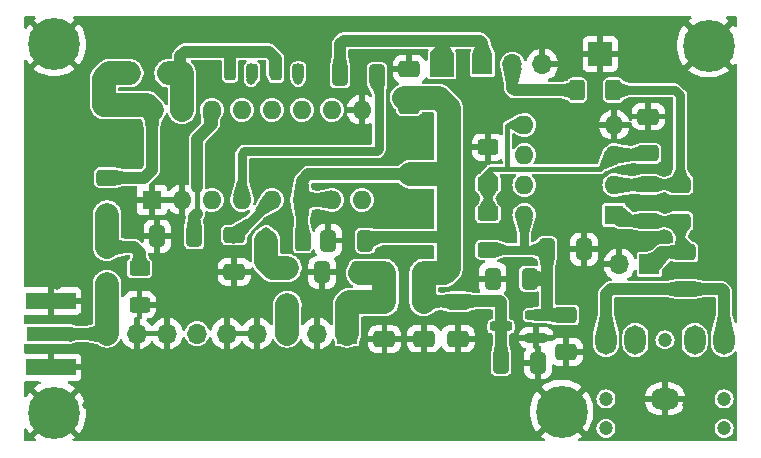
<source format=gbr>
%TF.GenerationSoftware,KiCad,Pcbnew,8.0.2-unknown-202405041935~ca16ff05df~ubuntu22.04.1*%
%TF.CreationDate,2024-05-05T07:49:21+05:30*%
%TF.ProjectId,BoB,426f422e-6b69-4636-9164-5f7063625858,rev?*%
%TF.SameCoordinates,Original*%
%TF.FileFunction,Copper,L1,Top*%
%TF.FilePolarity,Positive*%
%FSLAX46Y46*%
G04 Gerber Fmt 4.6, Leading zero omitted, Abs format (unit mm)*
G04 Created by KiCad (PCBNEW 8.0.2-unknown-202405041935~ca16ff05df~ubuntu22.04.1) date 2024-05-05 07:49:21*
%MOMM*%
%LPD*%
G01*
G04 APERTURE LIST*
G04 Aperture macros list*
%AMRoundRect*
0 Rectangle with rounded corners*
0 $1 Rounding radius*
0 $2 $3 $4 $5 $6 $7 $8 $9 X,Y pos of 4 corners*
0 Add a 4 corners polygon primitive as box body*
4,1,4,$2,$3,$4,$5,$6,$7,$8,$9,$2,$3,0*
0 Add four circle primitives for the rounded corners*
1,1,$1+$1,$2,$3*
1,1,$1+$1,$4,$5*
1,1,$1+$1,$6,$7*
1,1,$1+$1,$8,$9*
0 Add four rect primitives between the rounded corners*
20,1,$1+$1,$2,$3,$4,$5,0*
20,1,$1+$1,$4,$5,$6,$7,0*
20,1,$1+$1,$6,$7,$8,$9,0*
20,1,$1+$1,$8,$9,$2,$3,0*%
G04 Aperture macros list end*
%TA.AperFunction,ComponentPad*%
%ADD10R,2.000000X2.000000*%
%TD*%
%TA.AperFunction,SMDPad,CuDef*%
%ADD11RoundRect,0.243750X-0.243750X-0.456250X0.243750X-0.456250X0.243750X0.456250X-0.243750X0.456250X0*%
%TD*%
%TA.AperFunction,SMDPad,CuDef*%
%ADD12RoundRect,0.250000X-0.650000X0.412500X-0.650000X-0.412500X0.650000X-0.412500X0.650000X0.412500X0*%
%TD*%
%TA.AperFunction,ComponentPad*%
%ADD13R,1.700000X1.700000*%
%TD*%
%TA.AperFunction,ComponentPad*%
%ADD14O,1.700000X1.700000*%
%TD*%
%TA.AperFunction,SMDPad,CuDef*%
%ADD15RoundRect,0.250000X0.650000X-0.412500X0.650000X0.412500X-0.650000X0.412500X-0.650000X-0.412500X0*%
%TD*%
%TA.AperFunction,SMDPad,CuDef*%
%ADD16RoundRect,0.250000X-0.412500X-0.650000X0.412500X-0.650000X0.412500X0.650000X-0.412500X0.650000X0*%
%TD*%
%TA.AperFunction,SMDPad,CuDef*%
%ADD17RoundRect,0.250000X-0.362500X-0.700000X0.362500X-0.700000X0.362500X0.700000X-0.362500X0.700000X0*%
%TD*%
%TA.AperFunction,SMDPad,CuDef*%
%ADD18RoundRect,0.250000X0.412500X0.650000X-0.412500X0.650000X-0.412500X-0.650000X0.412500X-0.650000X0*%
%TD*%
%TA.AperFunction,SMDPad,CuDef*%
%ADD19RoundRect,0.250000X-0.400000X-0.625000X0.400000X-0.625000X0.400000X0.625000X-0.400000X0.625000X0*%
%TD*%
%TA.AperFunction,ComponentPad*%
%ADD20C,4.400000*%
%TD*%
%TA.AperFunction,SMDPad,CuDef*%
%ADD21RoundRect,0.250000X-0.625000X0.400000X-0.625000X-0.400000X0.625000X-0.400000X0.625000X0.400000X0*%
%TD*%
%TA.AperFunction,SMDPad,CuDef*%
%ADD22RoundRect,0.250000X0.625000X-0.400000X0.625000X0.400000X-0.625000X0.400000X-0.625000X-0.400000X0*%
%TD*%
%TA.AperFunction,SMDPad,CuDef*%
%ADD23RoundRect,0.250000X0.400000X0.625000X-0.400000X0.625000X-0.400000X-0.625000X0.400000X-0.625000X0*%
%TD*%
%TA.AperFunction,SMDPad,CuDef*%
%ADD24R,3.600000X1.270000*%
%TD*%
%TA.AperFunction,SMDPad,CuDef*%
%ADD25R,4.200000X1.350000*%
%TD*%
%TA.AperFunction,SMDPad,CuDef*%
%ADD26RoundRect,0.200000X0.750000X0.200000X-0.750000X0.200000X-0.750000X-0.200000X0.750000X-0.200000X0*%
%TD*%
%TA.AperFunction,SMDPad,CuDef*%
%ADD27RoundRect,0.243750X0.243750X0.456250X-0.243750X0.456250X-0.243750X-0.456250X0.243750X-0.456250X0*%
%TD*%
%TA.AperFunction,ComponentPad*%
%ADD28R,1.600000X1.600000*%
%TD*%
%TA.AperFunction,ComponentPad*%
%ADD29O,1.600000X1.600000*%
%TD*%
%TA.AperFunction,WasherPad*%
%ADD30C,1.200000*%
%TD*%
%TA.AperFunction,ComponentPad*%
%ADD31O,1.800000X2.500000*%
%TD*%
%TA.AperFunction,ComponentPad*%
%ADD32O,2.500000X1.800000*%
%TD*%
%TA.AperFunction,ViaPad*%
%ADD33C,0.800000*%
%TD*%
%TA.AperFunction,Conductor*%
%ADD34C,2.000000*%
%TD*%
%TA.AperFunction,Conductor*%
%ADD35C,1.000000*%
%TD*%
%TA.AperFunction,Conductor*%
%ADD36C,0.400000*%
%TD*%
%TA.AperFunction,Conductor*%
%ADD37C,0.750000*%
%TD*%
G04 APERTURE END LIST*
D10*
%TO.P,TP1,1,1*%
%TO.N,Net-(C1-Pad2)*%
X80460000Y-47660000D03*
%TD*%
D11*
%TO.P,D8,1,K*%
%TO.N,5VCLEAN*%
X66435000Y-48278000D03*
%TO.P,D8,2,A*%
%TO.N,Net-(D7-K)*%
X68310000Y-48278000D03*
%TD*%
D12*
%TO.P,C5,1*%
%TO.N,+5V*%
X75612000Y-67733000D03*
%TO.P,C5,2*%
%TO.N,GND*%
X75612000Y-70858000D03*
%TD*%
D13*
%TO.P,RV1,1,1*%
%TO.N,Net-(C1-Pad2)*%
X83900000Y-47590000D03*
D14*
%TO.P,RV1,2,2*%
%TO.N,Net-(RV1-Pad2)*%
X86440000Y-47590000D03*
%TO.P,RV1,3,3*%
%TO.N,GND*%
X88980000Y-47590000D03*
%TD*%
D13*
%TO.P,J2,1,Pin_1*%
%TO.N,Net-(J2-Pin_1)*%
X98044000Y-64516000D03*
D14*
%TO.P,J2,2,Pin_2*%
%TO.N,GND*%
X95504000Y-64516000D03*
%TD*%
D15*
%TO.P,C8,1*%
%TO.N,5VCLEAN*%
X77710000Y-51102500D03*
%TO.P,C8,2*%
%TO.N,GND*%
X77710000Y-47977500D03*
%TD*%
D16*
%TO.P,C10,1*%
%TO.N,GND*%
X56379500Y-62138000D03*
%TO.P,C10,2*%
%TO.N,Net-(U1-FM{slash}AM_SW)*%
X59504500Y-62138000D03*
%TD*%
D17*
%TO.P,L1,1,1*%
%TO.N,Net-(D7-K)*%
X54009500Y-48338000D03*
%TO.P,L1,2,2*%
%TO.N,5VCLEAN*%
X57334500Y-48338000D03*
%TD*%
D15*
%TO.P,C11,1*%
%TO.N,Net-(C11-Pad1)*%
X52137000Y-60308000D03*
%TO.P,C11,2*%
%TO.N,Net-(D7-K)*%
X52137000Y-57183000D03*
%TD*%
D18*
%TO.P,C6,1*%
%TO.N,+5V*%
X73462000Y-65208000D03*
%TO.P,C6,2*%
%TO.N,GND*%
X70337000Y-65208000D03*
%TD*%
D19*
%TO.P,R14,1*%
%TO.N,Net-(U1-AM_OSC)*%
X65580000Y-62506000D03*
%TO.P,R14,2*%
%TO.N,5VCLEAN*%
X68680000Y-62506000D03*
%TD*%
D18*
%TO.P,C9,1*%
%TO.N,5VCLEAN*%
X73991000Y-62506000D03*
%TO.P,C9,2*%
%TO.N,GND*%
X70866000Y-62506000D03*
%TD*%
D20*
%TO.P,H2,1,1*%
%TO.N,GND*%
X90600000Y-76984000D03*
%TD*%
%TO.P,H4,1,1*%
%TO.N,GND*%
X47649274Y-77087274D03*
%TD*%
D12*
%TO.P,C3,1*%
%TO.N,5VCLEAN*%
X78937000Y-67695500D03*
%TO.P,C3,2*%
%TO.N,GND*%
X78937000Y-70820500D03*
%TD*%
D20*
%TO.P,H1,1,1*%
%TO.N,GND*%
X47649274Y-45892726D03*
%TD*%
D18*
%TO.P,C19,1*%
%TO.N,+3.3V*%
X87900000Y-65730000D03*
%TO.P,C19,2*%
%TO.N,GND*%
X84775000Y-65730000D03*
%TD*%
D17*
%TO.P,L2,1,1*%
%TO.N,+5V*%
X75599500Y-65258000D03*
%TO.P,L2,2,2*%
%TO.N,5VCLEAN*%
X78924500Y-65258000D03*
%TD*%
D13*
%TO.P,JP1,1,Pin_1*%
%TO.N,+5V*%
X72438000Y-70380000D03*
D14*
%TO.P,JP1,2,Pin_2*%
%TO.N,GND*%
X69898000Y-70380000D03*
%TO.P,JP1,3,Pin_3*%
%TO.N,RX_OSC*%
X67358000Y-70380000D03*
%TO.P,JP1,4,Pin_4*%
%TO.N,GND*%
X64818000Y-70380000D03*
%TO.P,JP1,5,Pin_5*%
X62278000Y-70380000D03*
%TO.P,JP1,6,Pin_6*%
%TO.N,RX_AUDIO*%
X59738000Y-70380000D03*
%TO.P,JP1,7,Pin_7*%
%TO.N,GND*%
X57198000Y-70380000D03*
%TO.P,JP1,8,Pin_8*%
X54658000Y-70380000D03*
%TO.P,JP1,9,Pin_9*%
%TO.N,Net-(J1-In)*%
X52118000Y-70380000D03*
%TD*%
D16*
%TO.P,C12,1*%
%TO.N,+3.3V*%
X89377000Y-63243000D03*
%TO.P,C12,2*%
%TO.N,GND*%
X92502000Y-63243000D03*
%TD*%
D15*
%TO.P,C2,1*%
%TO.N,Net-(U2A-+)*%
X97942000Y-55132500D03*
%TO.P,C2,2*%
%TO.N,GND*%
X97942000Y-52007500D03*
%TD*%
D12*
%TO.P,C13,1*%
%TO.N,+3.3V*%
X91012000Y-68815500D03*
%TO.P,C13,2*%
%TO.N,GND*%
X91012000Y-71940500D03*
%TD*%
D10*
%TO.P,TP2,1,1*%
%TO.N,GND*%
X93878000Y-46712000D03*
%TD*%
D12*
%TO.P,C17,1*%
%TO.N,Net-(C11-Pad1)*%
X52112000Y-63045500D03*
%TO.P,C17,2*%
%TO.N,Net-(J1-In)*%
X52112000Y-66170500D03*
%TD*%
%TO.P,C21,1*%
%TO.N,Net-(U1-AM_OSC)*%
X67387000Y-64820500D03*
%TO.P,C21,2*%
%TO.N,RX_OSC*%
X67387000Y-67945500D03*
%TD*%
%TO.P,C16,1*%
%TO.N,Net-(U1-AGC)*%
X62890000Y-62030000D03*
%TO.P,C16,2*%
%TO.N,GND*%
X62890000Y-65155000D03*
%TD*%
D15*
%TO.P,C7,1*%
%TO.N,Net-(J2-Pin_1)*%
X100652000Y-60908000D03*
%TO.P,C7,2*%
%TO.N,Net-(U2A--)*%
X100652000Y-57783000D03*
%TD*%
D21*
%TO.P,R13,1*%
%TO.N,Net-(C11-Pad1)*%
X54872000Y-64848000D03*
%TO.P,R13,2*%
%TO.N,GND*%
X54872000Y-67948000D03*
%TD*%
D22*
%TO.P,R1,1*%
%TO.N,+3.3V*%
X84376000Y-63294000D03*
%TO.P,R1,2*%
%TO.N,Net-(U2A-+)*%
X84376000Y-60194000D03*
%TD*%
D23*
%TO.P,Rin1,1*%
%TO.N,Net-(U2A--)*%
X95000000Y-49778000D03*
%TO.P,Rin1,2*%
%TO.N,Net-(RV1-Pad2)*%
X91900000Y-49778000D03*
%TD*%
D24*
%TO.P,J1,1,In*%
%TO.N,Net-(J1-In)*%
X47152000Y-70428000D03*
D25*
%TO.P,J1,2,Ext*%
%TO.N,GND*%
X47352000Y-67603000D03*
X47352000Y-73253000D03*
%TD*%
D22*
%TO.P,Rf1,1*%
%TO.N,Net-(J2-Pin_1)*%
X97992000Y-60863000D03*
%TO.P,Rf1,2*%
%TO.N,Net-(U2A--)*%
X97992000Y-57763000D03*
%TD*%
D20*
%TO.P,H3,1,1*%
%TO.N,GND*%
X103046000Y-45996000D03*
%TD*%
D18*
%TO.P,C1,1*%
%TO.N,RX_AUDIO*%
X74968500Y-48514000D03*
%TO.P,C1,2*%
%TO.N,Net-(C1-Pad2)*%
X71843500Y-48514000D03*
%TD*%
D22*
%TO.P,R2,1*%
%TO.N,Net-(U2A-+)*%
X84376000Y-57706000D03*
%TO.P,R2,2*%
%TO.N,GND*%
X84376000Y-54606000D03*
%TD*%
D26*
%TO.P,U4,1,GND*%
%TO.N,GND*%
X88470000Y-70730000D03*
%TO.P,U4,2,VO*%
%TO.N,+3.3V*%
X88470000Y-68830000D03*
%TO.P,U4,3,VI*%
%TO.N,5VCLEAN*%
X85470000Y-69780000D03*
%TD*%
D27*
%TO.P,D7,1,K*%
%TO.N,Net-(D7-K)*%
X64419500Y-48258000D03*
%TO.P,D7,2,A*%
%TO.N,5VCLEAN*%
X62544500Y-48258000D03*
%TD*%
D16*
%TO.P,C18,1*%
%TO.N,5VCLEAN*%
X85480000Y-72840000D03*
%TO.P,C18,2*%
%TO.N,GND*%
X88605000Y-72840000D03*
%TD*%
D12*
%TO.P,C4,1*%
%TO.N,5VCLEAN*%
X81840000Y-67685000D03*
%TO.P,C4,2*%
%TO.N,GND*%
X81840000Y-70810000D03*
%TD*%
%TO.P,C14,1*%
%TO.N,Net-(J2-Pin_1)*%
X101092000Y-63500000D03*
%TO.P,C14,2*%
%TO.N,Net-(C14-Pad2)*%
X101092000Y-66625000D03*
%TD*%
D28*
%TO.P,U1,1,FM_RF_IN*%
%TO.N,GND*%
X55922000Y-59068000D03*
D29*
%TO.P,U1,2,GND_IN*%
X58462000Y-59068000D03*
%TO.P,U1,3,FM_MIX*%
%TO.N,unconnected-(U1-FM_MIX-Pad3)*%
X61002000Y-59068000D03*
%TO.P,U1,4,AM_MIX*%
%TO.N,RX_AUDIO*%
X63542000Y-59068000D03*
%TO.P,U1,5,AGC*%
%TO.N,Net-(U1-AGC)*%
X66082000Y-59068000D03*
%TO.P,U1,6,VCC*%
%TO.N,5VCLEAN*%
X68622000Y-59068000D03*
%TO.P,U1,7,AM_IF*%
X71162000Y-59068000D03*
%TO.P,U1,8,FM_IF*%
%TO.N,unconnected-(U1-FM_IF-Pad8)*%
X73702000Y-59068000D03*
%TO.P,U1,9,GND_OUT*%
%TO.N,GND*%
X73702000Y-51448000D03*
%TO.P,U1,10,FM_DET*%
%TO.N,unconnected-(U1-FM_DET-Pad10)*%
X71162000Y-51448000D03*
%TO.P,U1,11,DET_OUT*%
%TO.N,unconnected-(U1-DET_OUT-Pad11)*%
X68622000Y-51448000D03*
%TO.P,U1,12,AM_OSC*%
%TO.N,Net-(U1-AM_OSC)*%
X66082000Y-51448000D03*
%TO.P,U1,13,FM_OSC*%
%TO.N,unconnected-(U1-FM_OSC-Pad13)*%
X63542000Y-51448000D03*
%TO.P,U1,14,FM/AM_SW*%
%TO.N,Net-(U1-FM{slash}AM_SW)*%
X61002000Y-51448000D03*
%TO.P,U1,15,FM_TUNER*%
%TO.N,5VCLEAN*%
X58462000Y-51448000D03*
%TO.P,U1,16,AM_RF_IN*%
%TO.N,Net-(D7-K)*%
X55922000Y-51448000D03*
%TD*%
D30*
%TO.P,SPK1,*%
%TO.N,*%
X94362000Y-78420000D03*
X104362000Y-78420000D03*
X94362000Y-75920000D03*
X104362000Y-75920000D03*
X99362000Y-70920000D03*
D31*
%TO.P,SPK1,R*%
%TO.N,Net-(C14-Pad2)*%
X94362000Y-70920000D03*
%TO.P,SPK1,RN*%
%TO.N,unconnected-(SPK1-PadRN)*%
X96862000Y-70920000D03*
D32*
%TO.P,SPK1,S*%
%TO.N,GND*%
X99362000Y-75920000D03*
D31*
%TO.P,SPK1,T*%
%TO.N,Net-(C14-Pad2)*%
X104362000Y-70920000D03*
%TO.P,SPK1,TN*%
%TO.N,unconnected-(SPK1-PadTN)*%
X101862000Y-70920000D03*
%TD*%
D28*
%TO.P,U2,1*%
%TO.N,Net-(J2-Pin_1)*%
X95062000Y-60343000D03*
D29*
%TO.P,U2,2,-*%
%TO.N,Net-(U2A--)*%
X95062000Y-57803000D03*
%TO.P,U2,3,+*%
%TO.N,Net-(U2A-+)*%
X95062000Y-55263000D03*
%TO.P,U2,4,V-*%
%TO.N,GND*%
X95062000Y-52723000D03*
%TO.P,U2,5,+*%
%TO.N,Net-(U2A-+)*%
X87442000Y-52723000D03*
%TO.P,U2,6,-*%
%TO.N,Net-(U2B--)*%
X87442000Y-55263000D03*
%TO.P,U2,7*%
X87442000Y-57803000D03*
%TO.P,U2,8,V+*%
%TO.N,+3.3V*%
X87442000Y-60343000D03*
%TD*%
D33*
%TO.N,Net-(D7-K)*%
X68310000Y-48890000D03*
X64310000Y-48890000D03*
X64310000Y-47890000D03*
X68310000Y-47890000D03*
%TO.N,GND*%
X57390000Y-68450000D03*
X98707000Y-45956000D03*
X55527000Y-76436000D03*
X65687000Y-76436000D03*
X73307000Y-76436000D03*
X80927000Y-76436000D03*
X52987000Y-73896000D03*
X47907000Y-53576000D03*
X83467000Y-68816000D03*
X96167000Y-45956000D03*
X73307000Y-48496000D03*
X64430000Y-68400000D03*
X78387000Y-73896000D03*
X52987000Y-58656000D03*
X58067000Y-61196000D03*
X47907000Y-63736000D03*
X63147000Y-73896000D03*
X70767000Y-76436000D03*
X57310000Y-45390000D03*
X47907000Y-61196000D03*
X50447000Y-56116000D03*
X83467000Y-51036000D03*
X101247000Y-68816000D03*
X58067000Y-76436000D03*
X68227000Y-53576000D03*
X70767000Y-68816000D03*
X86007000Y-45956000D03*
X64430000Y-67310000D03*
X52987000Y-76436000D03*
X78387000Y-76436000D03*
X96167000Y-76436000D03*
X78387000Y-58656000D03*
X103787000Y-61196000D03*
X96167000Y-68816000D03*
X83467000Y-76436000D03*
X91087000Y-58656000D03*
X98707000Y-48496000D03*
X60607000Y-73896000D03*
X96167000Y-73896000D03*
X73307000Y-53576000D03*
X50447000Y-66276000D03*
X47907000Y-56116000D03*
X103787000Y-73896000D03*
X60607000Y-76436000D03*
X68227000Y-73896000D03*
X103787000Y-56116000D03*
X75847000Y-76436000D03*
X69600000Y-67340000D03*
X91087000Y-45956000D03*
X65930000Y-56190000D03*
X86007000Y-51036000D03*
X86007000Y-61196000D03*
X47907000Y-58656000D03*
X70767000Y-73896000D03*
X98707000Y-73896000D03*
X103787000Y-63736000D03*
X78320000Y-63340000D03*
X93627000Y-73896000D03*
X47907000Y-51036000D03*
X58067000Y-56116000D03*
X55527000Y-73896000D03*
X50447000Y-61196000D03*
X73307000Y-73896000D03*
X58067000Y-73896000D03*
X83467000Y-73896000D03*
X103787000Y-53576000D03*
X86007000Y-76436000D03*
X80927000Y-73896000D03*
X47907000Y-66276000D03*
X75847000Y-73896000D03*
X58067000Y-66276000D03*
X70767000Y-53576000D03*
X50447000Y-76436000D03*
X52987000Y-45956000D03*
X76910000Y-63320000D03*
X101247000Y-76436000D03*
X55527000Y-66276000D03*
X65687000Y-73896000D03*
X101247000Y-48496000D03*
X103787000Y-58656000D03*
X63147000Y-76436000D03*
X63147000Y-53576000D03*
X101247000Y-73896000D03*
X50447000Y-68816000D03*
X65687000Y-53576000D03*
X86007000Y-58656000D03*
X91087000Y-53576000D03*
X61330000Y-56130000D03*
X88547000Y-45956000D03*
X91087000Y-61196000D03*
X78387000Y-53576000D03*
X103787000Y-51036000D03*
X58067000Y-63736000D03*
X50447000Y-73896000D03*
X98707000Y-68816000D03*
X68227000Y-76436000D03*
X75847000Y-58656000D03*
%TO.N,Net-(U1-AM_OSC)*%
X65587000Y-61808000D03*
X65587000Y-62808000D03*
%TO.N,5VCLEAN*%
X77264000Y-50314000D03*
X66310000Y-48390000D03*
X66310000Y-47390000D03*
%TD*%
D34*
%TO.N,RX_OSC*%
X67358000Y-67974500D02*
X67387000Y-67945500D01*
X67358000Y-70380000D02*
X67358000Y-67974500D01*
%TO.N,+5V*%
X75612000Y-67733000D02*
X75612000Y-65270500D01*
X72438000Y-70380000D02*
X72438000Y-67908000D01*
X72613000Y-67733000D02*
X72438000Y-67908000D01*
X75612000Y-67733000D02*
X72613000Y-67733000D01*
X75612000Y-65270500D02*
X75599500Y-65258000D01*
X75599500Y-65258000D02*
X73512000Y-65258000D01*
D35*
%TO.N,Net-(U1-FM{slash}AM_SW)*%
X59738000Y-53870000D02*
X59738000Y-57934000D01*
X61002000Y-52606000D02*
X59738000Y-53870000D01*
X61002000Y-51448000D02*
X61002000Y-52606000D01*
X59484000Y-62506000D02*
X59484000Y-60506000D01*
D36*
X59738000Y-60252000D02*
X59738000Y-57934000D01*
D35*
X59484000Y-60506000D02*
X59738000Y-60252000D01*
%TO.N,Net-(D7-K)*%
X55922000Y-56498000D02*
X55922000Y-51448000D01*
X52137000Y-57183000D02*
X55237000Y-57183000D01*
D34*
X52316000Y-48338000D02*
X51864000Y-48790000D01*
D35*
X55237000Y-57183000D02*
X55922000Y-56498000D01*
D34*
X55511500Y-51037500D02*
X55922000Y-51448000D01*
X51864000Y-51037500D02*
X55511500Y-51037500D01*
X54009500Y-48338000D02*
X52316000Y-48338000D01*
X51864000Y-51037500D02*
X51864000Y-48790000D01*
%TO.N,Net-(U1-AM_OSC)*%
X65587000Y-62808000D02*
X65580000Y-62815000D01*
X65580000Y-62815000D02*
X65580000Y-64251000D01*
X65580000Y-64251000D02*
X66149500Y-64820500D01*
X65580000Y-62801000D02*
X65587000Y-62808000D01*
X65580000Y-62506000D02*
X65580000Y-62801000D01*
X66149500Y-64820500D02*
X67387000Y-64820500D01*
D37*
%TO.N,RX_AUDIO*%
X74970000Y-54960000D02*
X75130000Y-54800000D01*
X75130000Y-54800000D02*
X75130000Y-48675500D01*
X63740000Y-54960000D02*
X74970000Y-54960000D01*
X63542000Y-59068000D02*
X63542000Y-55158000D01*
X63542000Y-55158000D02*
X63740000Y-54960000D01*
D35*
%TO.N,Net-(C11-Pad1)*%
X54389500Y-63045500D02*
X52112000Y-63045500D01*
X54872000Y-64848000D02*
X54872000Y-63528000D01*
X54872000Y-63528000D02*
X54389500Y-63045500D01*
D34*
X52137000Y-63020500D02*
X52112000Y-63045500D01*
X52137000Y-60308000D02*
X52137000Y-63020500D01*
D35*
%TO.N,Net-(C1-Pad2)*%
X80260000Y-45593000D02*
X83703000Y-45593000D01*
X83900000Y-45790000D02*
X83703000Y-45593000D01*
X80260000Y-45593000D02*
X80460000Y-45793000D01*
X72152000Y-45593000D02*
X80260000Y-45593000D01*
X80460000Y-45793000D02*
X80460000Y-47660000D01*
X71843500Y-48514000D02*
X71843500Y-45901500D01*
X83900000Y-47590000D02*
X83900000Y-45790000D01*
X71843500Y-45901500D02*
X72152000Y-45593000D01*
D36*
%TO.N,Net-(U2A-+)*%
X84577000Y-56463000D02*
X84376000Y-56664000D01*
X93862000Y-56463000D02*
X86004000Y-56463000D01*
X84376000Y-56664000D02*
X84376000Y-57706000D01*
X86004000Y-56463000D02*
X86004000Y-52808000D01*
X86089000Y-52723000D02*
X86004000Y-52808000D01*
X87442000Y-52723000D02*
X86089000Y-52723000D01*
X86004000Y-56463000D02*
X84577000Y-56463000D01*
D35*
X95062000Y-55263000D02*
X98007500Y-55263000D01*
D37*
X84376000Y-60194000D02*
X84376000Y-57706000D01*
D36*
X95062000Y-55263000D02*
X93862000Y-56463000D01*
D37*
%TO.N,Net-(U2A--)*%
X97992000Y-57763000D02*
X100632000Y-57763000D01*
X100652000Y-50202000D02*
X100228000Y-49778000D01*
X95000000Y-49778000D02*
X100228000Y-49778000D01*
D35*
X95062000Y-57803000D02*
X97952000Y-57803000D01*
D37*
X100652000Y-57783000D02*
X100652000Y-50202000D01*
D35*
%TO.N,+3.3V*%
X89202000Y-68818000D02*
X91009500Y-68818000D01*
D37*
X87528000Y-63294000D02*
X87442000Y-63208000D01*
D35*
X89369500Y-65800000D02*
X89369500Y-68650500D01*
X88470000Y-68830000D02*
X90997500Y-68830000D01*
X87900000Y-65730000D02*
X89299500Y-65730000D01*
D37*
X84376000Y-63294000D02*
X87528000Y-63294000D01*
X87442000Y-63208000D02*
X87442000Y-60343000D01*
D35*
X89369500Y-68650500D02*
X89202000Y-68818000D01*
X89299500Y-65730000D02*
X89369500Y-65800000D01*
D37*
X87528000Y-63294000D02*
X89326000Y-63294000D01*
D35*
X89369500Y-63250500D02*
X89369500Y-65800000D01*
%TO.N,Net-(RV1-Pad2)*%
X86440000Y-49588000D02*
X86630000Y-49778000D01*
X86630000Y-49778000D02*
X91900000Y-49778000D01*
X86440000Y-47590000D02*
X86440000Y-49588000D01*
D34*
%TO.N,5VCLEAN*%
X58462000Y-48344000D02*
X58468000Y-48338000D01*
D35*
X74277000Y-62220000D02*
X81027000Y-62220000D01*
X85480000Y-69790000D02*
X85470000Y-69780000D01*
D34*
X57334500Y-48338000D02*
X58468000Y-48338000D01*
D35*
X68622000Y-59068000D02*
X71162000Y-59068000D01*
D34*
X80832000Y-56903000D02*
X81037000Y-57108000D01*
X81037000Y-57108000D02*
X81037000Y-59978000D01*
X81037000Y-59978000D02*
X81037000Y-51253000D01*
D35*
X77772000Y-56903000D02*
X69157000Y-56903000D01*
X69157000Y-56903000D02*
X68622000Y-57438000D01*
D34*
X78924500Y-65258000D02*
X78924500Y-67683000D01*
X80204500Y-50420500D02*
X77287000Y-50420500D01*
X78924500Y-67683000D02*
X78937000Y-67695500D01*
D35*
X81732000Y-67635500D02*
X78997000Y-67635500D01*
D34*
X81037000Y-62230000D02*
X81037000Y-64908000D01*
D35*
X66435000Y-48278000D02*
X66310000Y-48390000D01*
X81027000Y-62220000D02*
X81037000Y-62230000D01*
X58310000Y-48180000D02*
X58468000Y-48338000D01*
D34*
X81037000Y-64908000D02*
X80687000Y-65258000D01*
D35*
X66435000Y-47129000D02*
X65824500Y-46518500D01*
D34*
X81037000Y-51253000D02*
X80204500Y-50420500D01*
D35*
X62544500Y-48258000D02*
X62544500Y-46769500D01*
D34*
X81037000Y-59978000D02*
X81037000Y-62230000D01*
D35*
X65810000Y-46504000D02*
X62810000Y-46504000D01*
X68622000Y-59068000D02*
X68622000Y-62448000D01*
X62544500Y-46769500D02*
X62810000Y-46504000D01*
X81732000Y-67635500D02*
X85354500Y-67635500D01*
X66310000Y-48390000D02*
X66310000Y-47390000D01*
X85480000Y-72840000D02*
X85480000Y-69790000D01*
X73991000Y-62506000D02*
X74277000Y-62220000D01*
X66310000Y-47390000D02*
X66435000Y-47129000D01*
X65824500Y-46518500D02*
X65810000Y-46504000D01*
X68622000Y-57438000D02*
X68622000Y-59068000D01*
X66435000Y-47129000D02*
X66435000Y-48278000D01*
D34*
X77772000Y-56903000D02*
X80832000Y-56903000D01*
D35*
X62810000Y-46504000D02*
X58696000Y-46504000D01*
X58696000Y-46504000D02*
X58310000Y-46890000D01*
D34*
X58462000Y-51448000D02*
X58462000Y-48344000D01*
X80687000Y-65258000D02*
X78924500Y-65258000D01*
D35*
X85470000Y-67751000D02*
X85470000Y-69780000D01*
X58310000Y-46890000D02*
X58310000Y-48180000D01*
X85354500Y-67635500D02*
X85470000Y-67751000D01*
D34*
%TO.N,Net-(J1-In)*%
X52118000Y-70380000D02*
X52118000Y-66176500D01*
D35*
X47152000Y-70428000D02*
X52070000Y-70428000D01*
D34*
X52118000Y-66176500D02*
X52112000Y-66170500D01*
D37*
%TO.N,Net-(J2-Pin_1)*%
X100652000Y-60908000D02*
X100652000Y-63060000D01*
D35*
X95062000Y-60343000D02*
X95582000Y-60863000D01*
X95582000Y-60863000D02*
X97992000Y-60863000D01*
D37*
X100652000Y-60908000D02*
X98037000Y-60908000D01*
D35*
X101092000Y-63500000D02*
X99060000Y-63500000D01*
D37*
X100652000Y-63060000D02*
X101092000Y-63500000D01*
D35*
X99060000Y-63500000D02*
X98044000Y-64516000D01*
D37*
%TO.N,Net-(U1-AGC)*%
X62810000Y-62340000D02*
X66082000Y-59068000D01*
X63120000Y-62030000D02*
X66082000Y-59068000D01*
D35*
%TO.N,Net-(C14-Pad2)*%
X100632000Y-66608500D02*
X94751500Y-66608500D01*
X94362000Y-66998000D02*
X94751500Y-66608500D01*
X104149500Y-66608500D02*
X100632000Y-66608500D01*
X104362000Y-70920000D02*
X104362000Y-66821000D01*
X94362000Y-70920000D02*
X94362000Y-66998000D01*
X104362000Y-66821000D02*
X104149500Y-66608500D01*
%TD*%
%TA.AperFunction,Conductor*%
%TO.N,GND*%
G36*
X46810241Y-77803876D02*
G01*
X46932672Y-77926307D01*
X47066536Y-78023564D01*
X45924304Y-79165796D01*
X45924304Y-79165797D01*
X46062274Y-79273889D01*
X46102907Y-79330729D01*
X46106359Y-79400513D01*
X46071535Y-79461086D01*
X46009491Y-79493216D01*
X45985801Y-79495500D01*
X45216500Y-79495500D01*
X45149461Y-79475815D01*
X45103706Y-79423011D01*
X45092500Y-79371500D01*
X45092500Y-78521689D01*
X45112185Y-78454650D01*
X45164989Y-78408895D01*
X45234147Y-78398951D01*
X45297703Y-78427976D01*
X45322617Y-78457539D01*
X45423155Y-78623850D01*
X45570750Y-78812242D01*
X46712982Y-77670010D01*
X46810241Y-77803876D01*
G37*
%TD.AperFunction*%
%TA.AperFunction,Conductor*%
G36*
X58141920Y-58822394D02*
G01*
X58089259Y-58913606D01*
X58062000Y-59015339D01*
X58062000Y-59120661D01*
X58089259Y-59222394D01*
X58141920Y-59313606D01*
X58146314Y-59318000D01*
X56237686Y-59318000D01*
X56242080Y-59313606D01*
X56294741Y-59222394D01*
X56322000Y-59120661D01*
X56322000Y-59015339D01*
X56294741Y-58913606D01*
X56242080Y-58822394D01*
X56237686Y-58818000D01*
X58146314Y-58818000D01*
X58141920Y-58822394D01*
G37*
%TD.AperFunction*%
%TA.AperFunction,Conductor*%
G36*
X101550796Y-43536185D02*
G01*
X101596551Y-43588989D01*
X101606495Y-43658147D01*
X101577470Y-43721703D01*
X101547907Y-43746617D01*
X101509422Y-43769881D01*
X101509416Y-43769886D01*
X101321030Y-43917474D01*
X101321029Y-43917476D01*
X102463262Y-45059709D01*
X102329398Y-45156967D01*
X102206967Y-45279398D01*
X102109709Y-45413262D01*
X100967476Y-44271029D01*
X100967474Y-44271030D01*
X100819886Y-44459416D01*
X100819881Y-44459422D01*
X100650898Y-44738956D01*
X100650897Y-44738958D01*
X100516839Y-45036824D01*
X100516835Y-45036835D01*
X100419667Y-45348658D01*
X100360786Y-45669961D01*
X100341065Y-45996000D01*
X100360786Y-46322038D01*
X100419667Y-46643341D01*
X100516835Y-46955164D01*
X100516839Y-46955175D01*
X100650897Y-47253041D01*
X100650898Y-47253043D01*
X100819881Y-47532576D01*
X100967476Y-47720968D01*
X102109708Y-46578736D01*
X102206967Y-46712602D01*
X102329398Y-46835033D01*
X102463262Y-46932290D01*
X101321030Y-48074522D01*
X101321030Y-48074523D01*
X101509423Y-48222118D01*
X101788956Y-48391101D01*
X101788958Y-48391102D01*
X102086824Y-48525160D01*
X102086835Y-48525164D01*
X102398658Y-48622332D01*
X102719961Y-48681213D01*
X103046000Y-48700934D01*
X103372038Y-48681213D01*
X103693341Y-48622332D01*
X104005164Y-48525164D01*
X104005175Y-48525160D01*
X104303041Y-48391102D01*
X104303043Y-48391101D01*
X104582586Y-48222112D01*
X104770968Y-48074523D01*
X104770968Y-48074522D01*
X103628737Y-46932290D01*
X103762602Y-46835033D01*
X103885033Y-46712602D01*
X103982290Y-46578737D01*
X105124522Y-47720968D01*
X105124523Y-47720968D01*
X105236389Y-47578183D01*
X105293229Y-47537550D01*
X105363014Y-47534098D01*
X105423586Y-47568922D01*
X105455716Y-47630966D01*
X105458000Y-47654656D01*
X105458000Y-69347011D01*
X105438315Y-69414050D01*
X105385511Y-69459805D01*
X105316353Y-69469749D01*
X105252797Y-69440724D01*
X105215023Y-69381946D01*
X105213373Y-69375736D01*
X105205314Y-69341893D01*
X105065872Y-68756328D01*
X105062500Y-68727605D01*
X105062500Y-66752004D01*
X105035581Y-66616677D01*
X105035580Y-66616676D01*
X105035580Y-66616672D01*
X105016583Y-66570809D01*
X104982778Y-66489195D01*
X104982771Y-66489182D01*
X104906115Y-66374459D01*
X104858001Y-66326345D01*
X104808542Y-66276886D01*
X104596043Y-66064386D01*
X104481311Y-65987725D01*
X104481312Y-65987725D01*
X104481307Y-65987722D01*
X104353832Y-65934921D01*
X104353822Y-65934918D01*
X104218496Y-65908000D01*
X104218494Y-65908000D01*
X104218493Y-65908000D01*
X102708342Y-65908000D01*
X102683166Y-65904748D01*
X102683132Y-65904967D01*
X102677118Y-65904004D01*
X102677116Y-65904004D01*
X102322467Y-65847260D01*
X101853854Y-65772281D01*
X101832503Y-65766884D01*
X101826697Y-65764853D01*
X101826699Y-65764853D01*
X101796266Y-65761999D01*
X101793754Y-65761882D01*
X101782997Y-65760774D01*
X101782990Y-65760835D01*
X101763367Y-65758530D01*
X101761418Y-65758384D01*
X101758580Y-65758210D01*
X101755744Y-65758037D01*
X101755743Y-65758037D01*
X101755742Y-65758037D01*
X101744417Y-65760063D01*
X101722584Y-65762000D01*
X100444757Y-65762000D01*
X100440080Y-65761912D01*
X100439191Y-65761878D01*
X100403573Y-65760533D01*
X100402981Y-65760569D01*
X100390247Y-65761882D01*
X100387731Y-65762000D01*
X100357301Y-65764853D01*
X100351494Y-65766885D01*
X100330145Y-65772281D01*
X99506882Y-65904004D01*
X99504693Y-65904533D01*
X99475575Y-65908000D01*
X96262949Y-65908000D01*
X96195910Y-65888315D01*
X96150155Y-65835511D01*
X96140211Y-65766353D01*
X96169236Y-65702797D01*
X96191825Y-65682425D01*
X96375082Y-65554105D01*
X96542105Y-65387082D01*
X96677599Y-65193578D01*
X96757118Y-65023051D01*
X96803290Y-64970612D01*
X96870484Y-64951460D01*
X96937365Y-64971676D01*
X96982699Y-65024841D01*
X96993500Y-65075456D01*
X96993500Y-65385752D01*
X97005131Y-65444229D01*
X97005132Y-65444230D01*
X97049447Y-65510552D01*
X97115769Y-65554867D01*
X97115770Y-65554868D01*
X97174247Y-65566499D01*
X97174250Y-65566500D01*
X97174252Y-65566500D01*
X98913750Y-65566500D01*
X98913751Y-65566499D01*
X98928568Y-65563552D01*
X98972229Y-65554868D01*
X98972229Y-65554867D01*
X98972231Y-65554867D01*
X99038552Y-65510552D01*
X99082867Y-65444231D01*
X99082867Y-65444229D01*
X99082868Y-65444229D01*
X99093968Y-65388422D01*
X99094500Y-65385748D01*
X99094500Y-65108400D01*
X99114185Y-65041361D01*
X99121248Y-65031471D01*
X99696178Y-64304747D01*
X99753210Y-64264385D01*
X99815165Y-64259604D01*
X100324230Y-64350259D01*
X100343441Y-64355296D01*
X100357301Y-64360146D01*
X100387734Y-64363000D01*
X100387736Y-64363000D01*
X100390630Y-64363136D01*
X100390622Y-64363287D01*
X100402283Y-64364047D01*
X100418712Y-64366196D01*
X100420865Y-64366377D01*
X100426285Y-64366733D01*
X100428368Y-64366870D01*
X100428368Y-64366869D01*
X100428371Y-64366870D01*
X100436384Y-64365435D01*
X100439154Y-64364940D01*
X100461002Y-64363000D01*
X101796270Y-64363000D01*
X101826699Y-64360146D01*
X101826701Y-64360146D01*
X101890790Y-64337719D01*
X101954882Y-64315293D01*
X102064150Y-64234650D01*
X102144793Y-64125382D01*
X102172676Y-64045697D01*
X102189646Y-63997201D01*
X102189646Y-63997199D01*
X102192500Y-63966769D01*
X102192500Y-63033230D01*
X102189646Y-63002800D01*
X102189646Y-63002798D01*
X102154543Y-62902482D01*
X102144793Y-62874618D01*
X102064150Y-62765350D01*
X101954882Y-62684707D01*
X101954880Y-62684706D01*
X101826700Y-62639853D01*
X101796270Y-62637000D01*
X101796266Y-62637000D01*
X101729948Y-62637000D01*
X101662909Y-62617315D01*
X101634035Y-62591592D01*
X101378872Y-62280191D01*
X101359050Y-62256000D01*
X101329621Y-62220086D01*
X101302358Y-62155757D01*
X101311716Y-62092291D01*
X101441905Y-61791162D01*
X101486575Y-61737443D01*
X101514775Y-61723330D01*
X101514882Y-61723293D01*
X101624150Y-61642650D01*
X101704793Y-61533382D01*
X101729582Y-61462539D01*
X101749646Y-61405201D01*
X101749646Y-61405199D01*
X101752500Y-61374769D01*
X101752500Y-60441230D01*
X101749646Y-60410800D01*
X101749646Y-60410798D01*
X101704793Y-60282619D01*
X101704792Y-60282617D01*
X101624150Y-60173350D01*
X101514882Y-60092707D01*
X101514880Y-60092706D01*
X101386700Y-60047853D01*
X101356270Y-60045000D01*
X101356266Y-60045000D01*
X99947734Y-60045000D01*
X99947730Y-60045000D01*
X99917305Y-60047853D01*
X99917298Y-60047854D01*
X99870344Y-60064284D01*
X99844393Y-60070331D01*
X99838015Y-60071108D01*
X99835882Y-60071368D01*
X99835877Y-60071369D01*
X99362384Y-60226994D01*
X99292550Y-60229226D01*
X99280328Y-60225374D01*
X98924705Y-60092706D01*
X98794085Y-60043977D01*
X98765847Y-60035691D01*
X98759963Y-60034414D01*
X98759998Y-60034248D01*
X98743423Y-60029953D01*
X98701701Y-60015354D01*
X98701694Y-60015353D01*
X98671270Y-60012500D01*
X98671266Y-60012500D01*
X97367249Y-60012500D01*
X97363378Y-60012440D01*
X97327143Y-60011308D01*
X97327142Y-60011308D01*
X97327141Y-60011308D01*
X97327139Y-60011308D01*
X97322644Y-60011610D01*
X97315503Y-60012369D01*
X97312748Y-60012498D01*
X97282304Y-60015353D01*
X97282302Y-60015353D01*
X97273649Y-60018381D01*
X97253089Y-60023649D01*
X96732032Y-60110491D01*
X96662669Y-60102095D01*
X96637169Y-60087320D01*
X96618559Y-60073340D01*
X96112021Y-59692817D01*
X96070245Y-59636814D01*
X96062500Y-59593676D01*
X96062500Y-59523249D01*
X96062499Y-59523247D01*
X96050868Y-59464770D01*
X96050867Y-59464769D01*
X96006552Y-59398447D01*
X95940230Y-59354132D01*
X95940229Y-59354131D01*
X95881752Y-59342500D01*
X95881748Y-59342500D01*
X94242252Y-59342500D01*
X94242247Y-59342500D01*
X94183770Y-59354131D01*
X94183769Y-59354132D01*
X94117447Y-59398447D01*
X94073132Y-59464769D01*
X94073131Y-59464770D01*
X94061500Y-59523247D01*
X94061500Y-61162752D01*
X94073131Y-61221229D01*
X94073132Y-61221230D01*
X94117447Y-61287552D01*
X94183769Y-61331867D01*
X94183770Y-61331868D01*
X94242247Y-61343499D01*
X94242250Y-61343500D01*
X94242252Y-61343500D01*
X94885569Y-61343500D01*
X94914138Y-61348154D01*
X94914398Y-61347018D01*
X94920336Y-61348375D01*
X94920342Y-61348377D01*
X95057493Y-61365841D01*
X95121507Y-61393835D01*
X95129502Y-61401159D01*
X95135457Y-61407114D01*
X95243399Y-61479238D01*
X95250192Y-61483777D01*
X95369946Y-61533380D01*
X95377672Y-61536580D01*
X95377676Y-61536580D01*
X95377677Y-61536581D01*
X95513003Y-61563500D01*
X95513006Y-61563500D01*
X95513007Y-61563500D01*
X96412354Y-61563500D01*
X96436913Y-61566751D01*
X96436984Y-61566331D01*
X96442990Y-61567332D01*
X96442993Y-61567333D01*
X97253089Y-61702349D01*
X97273655Y-61707620D01*
X97282301Y-61710646D01*
X97312734Y-61713500D01*
X97312736Y-61713500D01*
X97315630Y-61713636D01*
X97315617Y-61713900D01*
X97325710Y-61714619D01*
X97325722Y-61714521D01*
X97327130Y-61714689D01*
X97327139Y-61714691D01*
X97345908Y-61716938D01*
X97348051Y-61717095D01*
X97355410Y-61717501D01*
X97365106Y-61715664D01*
X97388176Y-61713500D01*
X98671270Y-61713500D01*
X98701690Y-61710647D01*
X98701690Y-61710646D01*
X98701699Y-61710646D01*
X98738271Y-61697848D01*
X98764853Y-61692506D01*
X98764794Y-61692132D01*
X98770806Y-61691172D01*
X98770808Y-61691172D01*
X99237298Y-61568814D01*
X99307137Y-61570846D01*
X99307475Y-61570957D01*
X99790012Y-61729555D01*
X99847553Y-61769188D01*
X99865112Y-61798147D01*
X100052963Y-62232644D01*
X100062838Y-62290576D01*
X100040659Y-62605038D01*
X100016306Y-62670526D01*
X99960414Y-62712453D01*
X99938706Y-62718393D01*
X99498467Y-62796793D01*
X99498390Y-62796365D01*
X99473679Y-62799500D01*
X98991004Y-62799500D01*
X98855677Y-62826418D01*
X98855667Y-62826421D01*
X98728192Y-62879222D01*
X98613454Y-62955887D01*
X98318215Y-63251126D01*
X98272035Y-63280294D01*
X97770710Y-63458349D01*
X97729209Y-63465500D01*
X97174247Y-63465500D01*
X97115770Y-63477131D01*
X97115769Y-63477132D01*
X97049447Y-63521447D01*
X97005132Y-63587769D01*
X97005131Y-63587770D01*
X96993500Y-63646247D01*
X96993500Y-63956543D01*
X96973815Y-64023582D01*
X96921011Y-64069337D01*
X96851853Y-64079281D01*
X96788297Y-64050256D01*
X96757118Y-64008948D01*
X96677600Y-63838422D01*
X96677599Y-63838420D01*
X96542113Y-63644926D01*
X96542108Y-63644920D01*
X96375082Y-63477894D01*
X96181578Y-63342399D01*
X95967492Y-63242570D01*
X95967486Y-63242567D01*
X95754000Y-63185364D01*
X95754000Y-64082988D01*
X95696993Y-64050075D01*
X95569826Y-64016000D01*
X95438174Y-64016000D01*
X95311007Y-64050075D01*
X95254000Y-64082988D01*
X95254000Y-63185364D01*
X95253999Y-63185364D01*
X95040513Y-63242567D01*
X95040507Y-63242570D01*
X94826422Y-63342399D01*
X94826420Y-63342400D01*
X94632926Y-63477886D01*
X94632920Y-63477891D01*
X94465891Y-63644920D01*
X94465886Y-63644926D01*
X94330400Y-63838420D01*
X94330399Y-63838422D01*
X94230570Y-64052507D01*
X94230567Y-64052513D01*
X94173364Y-64265999D01*
X94173364Y-64266000D01*
X95070988Y-64266000D01*
X95038075Y-64323007D01*
X95004000Y-64450174D01*
X95004000Y-64581826D01*
X95038075Y-64708993D01*
X95070988Y-64766000D01*
X94173364Y-64766000D01*
X94230567Y-64979486D01*
X94230570Y-64979492D01*
X94330399Y-65193578D01*
X94465894Y-65387082D01*
X94632917Y-65554105D01*
X94816175Y-65682425D01*
X94859800Y-65737003D01*
X94866992Y-65806501D01*
X94835470Y-65868856D01*
X94775240Y-65904269D01*
X94745051Y-65908000D01*
X94682503Y-65908000D01*
X94574090Y-65929565D01*
X94574089Y-65929565D01*
X94547181Y-65934918D01*
X94547171Y-65934920D01*
X94419690Y-65987724D01*
X94304954Y-66064387D01*
X93817887Y-66551454D01*
X93741223Y-66666192D01*
X93688421Y-66793668D01*
X93688418Y-66793680D01*
X93671002Y-66881238D01*
X93671002Y-66881240D01*
X93661500Y-66929005D01*
X93661500Y-68727603D01*
X93658127Y-68756328D01*
X93288614Y-70308050D01*
X93281372Y-70338461D01*
X93278276Y-70365646D01*
X93275786Y-70387515D01*
X93275673Y-70389636D01*
X93274322Y-70402430D01*
X93261500Y-70483383D01*
X93261500Y-71356610D01*
X93288034Y-71524144D01*
X93288598Y-71527701D01*
X93342127Y-71692445D01*
X93420768Y-71846788D01*
X93522586Y-71986928D01*
X93645072Y-72109414D01*
X93785212Y-72211232D01*
X93939555Y-72289873D01*
X94104299Y-72343402D01*
X94275389Y-72370500D01*
X94275390Y-72370500D01*
X94448610Y-72370500D01*
X94448611Y-72370500D01*
X94619701Y-72343402D01*
X94784445Y-72289873D01*
X94938788Y-72211232D01*
X95078928Y-72109414D01*
X95201414Y-71986928D01*
X95303232Y-71846788D01*
X95381873Y-71692445D01*
X95435402Y-71527701D01*
X95462500Y-71356611D01*
X95462500Y-70483389D01*
X95761500Y-70483389D01*
X95761500Y-71356610D01*
X95788034Y-71524144D01*
X95788598Y-71527701D01*
X95842127Y-71692445D01*
X95920768Y-71846788D01*
X96022586Y-71986928D01*
X96145072Y-72109414D01*
X96285212Y-72211232D01*
X96439555Y-72289873D01*
X96604299Y-72343402D01*
X96775389Y-72370500D01*
X96775390Y-72370500D01*
X96948610Y-72370500D01*
X96948611Y-72370500D01*
X97119701Y-72343402D01*
X97284445Y-72289873D01*
X97438788Y-72211232D01*
X97578928Y-72109414D01*
X97701414Y-71986928D01*
X97803232Y-71846788D01*
X97881873Y-71692445D01*
X97935402Y-71527701D01*
X97962500Y-71356611D01*
X97962500Y-70919996D01*
X98556435Y-70919996D01*
X98556435Y-70920003D01*
X98576630Y-71099249D01*
X98576631Y-71099254D01*
X98636211Y-71269523D01*
X98702611Y-71375197D01*
X98732184Y-71422262D01*
X98859738Y-71549816D01*
X99012478Y-71645789D01*
X99171248Y-71701345D01*
X99182745Y-71705368D01*
X99182750Y-71705369D01*
X99361996Y-71725565D01*
X99362000Y-71725565D01*
X99362004Y-71725565D01*
X99541249Y-71705369D01*
X99541252Y-71705368D01*
X99541255Y-71705368D01*
X99711522Y-71645789D01*
X99864262Y-71549816D01*
X99991816Y-71422262D01*
X100087789Y-71269522D01*
X100147368Y-71099255D01*
X100150608Y-71070500D01*
X100167565Y-70920003D01*
X100167565Y-70919996D01*
X100147369Y-70740750D01*
X100147368Y-70740745D01*
X100111925Y-70639454D01*
X100087789Y-70570478D01*
X100033067Y-70483389D01*
X100761500Y-70483389D01*
X100761500Y-71356610D01*
X100788034Y-71524144D01*
X100788598Y-71527701D01*
X100842127Y-71692445D01*
X100920768Y-71846788D01*
X101022586Y-71986928D01*
X101145072Y-72109414D01*
X101285212Y-72211232D01*
X101439555Y-72289873D01*
X101604299Y-72343402D01*
X101775389Y-72370500D01*
X101775390Y-72370500D01*
X101948610Y-72370500D01*
X101948611Y-72370500D01*
X102119701Y-72343402D01*
X102284445Y-72289873D01*
X102438788Y-72211232D01*
X102578928Y-72109414D01*
X102701414Y-71986928D01*
X102803232Y-71846788D01*
X102881873Y-71692445D01*
X102935402Y-71527701D01*
X102962500Y-71356611D01*
X102962500Y-70483389D01*
X102935402Y-70312299D01*
X102881873Y-70147555D01*
X102803232Y-69993212D01*
X102701414Y-69853072D01*
X102578928Y-69730586D01*
X102438788Y-69628768D01*
X102284445Y-69550127D01*
X102119701Y-69496598D01*
X102119699Y-69496597D01*
X102119698Y-69496597D01*
X101988271Y-69475781D01*
X101948611Y-69469500D01*
X101775389Y-69469500D01*
X101735728Y-69475781D01*
X101604302Y-69496597D01*
X101439552Y-69550128D01*
X101285211Y-69628768D01*
X101205256Y-69686859D01*
X101145072Y-69730586D01*
X101145070Y-69730588D01*
X101145069Y-69730588D01*
X101022588Y-69853069D01*
X101022588Y-69853070D01*
X101022586Y-69853072D01*
X100997950Y-69886981D01*
X100920768Y-69993211D01*
X100842128Y-70147552D01*
X100788597Y-70312302D01*
X100761500Y-70483389D01*
X100033067Y-70483389D01*
X99991816Y-70417738D01*
X99864262Y-70290184D01*
X99808748Y-70255302D01*
X99711523Y-70194211D01*
X99541254Y-70134631D01*
X99541249Y-70134630D01*
X99362004Y-70114435D01*
X99361996Y-70114435D01*
X99182750Y-70134630D01*
X99182745Y-70134631D01*
X99012476Y-70194211D01*
X98859737Y-70290184D01*
X98732184Y-70417737D01*
X98636211Y-70570476D01*
X98576631Y-70740745D01*
X98576630Y-70740750D01*
X98556435Y-70919996D01*
X97962500Y-70919996D01*
X97962500Y-70483389D01*
X97935402Y-70312299D01*
X97881873Y-70147555D01*
X97803232Y-69993212D01*
X97701414Y-69853072D01*
X97578928Y-69730586D01*
X97438788Y-69628768D01*
X97284445Y-69550127D01*
X97119701Y-69496598D01*
X97119699Y-69496597D01*
X97119698Y-69496597D01*
X96988271Y-69475781D01*
X96948611Y-69469500D01*
X96775389Y-69469500D01*
X96735728Y-69475781D01*
X96604302Y-69496597D01*
X96439552Y-69550128D01*
X96285211Y-69628768D01*
X96205256Y-69686859D01*
X96145072Y-69730586D01*
X96145070Y-69730588D01*
X96145069Y-69730588D01*
X96022588Y-69853069D01*
X96022588Y-69853070D01*
X96022586Y-69853072D01*
X95997950Y-69886981D01*
X95920768Y-69993211D01*
X95842128Y-70147552D01*
X95788597Y-70312302D01*
X95761500Y-70483389D01*
X95462500Y-70483389D01*
X95444742Y-70371277D01*
X95443303Y-70356519D01*
X95442627Y-70338457D01*
X95065872Y-68756328D01*
X95062500Y-68727605D01*
X95062500Y-67433000D01*
X95082185Y-67365961D01*
X95134989Y-67320206D01*
X95186500Y-67309000D01*
X99472002Y-67309000D01*
X99495858Y-67311316D01*
X99499412Y-67312012D01*
X99499413Y-67312013D01*
X100316456Y-67472193D01*
X100333551Y-67476835D01*
X100357301Y-67485146D01*
X100357308Y-67485146D01*
X100357310Y-67485147D01*
X100387730Y-67488000D01*
X100387734Y-67488000D01*
X101796270Y-67488000D01*
X101811482Y-67486573D01*
X101826699Y-67485146D01*
X101850462Y-67476829D01*
X101867539Y-67472193D01*
X102684586Y-67312013D01*
X102684587Y-67312012D01*
X102688140Y-67311316D01*
X102711996Y-67309000D01*
X103537500Y-67309000D01*
X103604539Y-67328685D01*
X103650294Y-67381489D01*
X103661500Y-67433000D01*
X103661500Y-68727603D01*
X103658127Y-68756328D01*
X103288614Y-70308050D01*
X103281372Y-70338461D01*
X103278276Y-70365646D01*
X103275786Y-70387515D01*
X103275673Y-70389636D01*
X103274322Y-70402430D01*
X103261500Y-70483383D01*
X103261500Y-71356610D01*
X103288034Y-71524144D01*
X103288598Y-71527701D01*
X103342127Y-71692445D01*
X103420768Y-71846788D01*
X103522586Y-71986928D01*
X103645072Y-72109414D01*
X103785212Y-72211232D01*
X103939555Y-72289873D01*
X104104299Y-72343402D01*
X104275389Y-72370500D01*
X104275390Y-72370500D01*
X104448610Y-72370500D01*
X104448611Y-72370500D01*
X104619701Y-72343402D01*
X104784445Y-72289873D01*
X104938788Y-72211232D01*
X105078928Y-72109414D01*
X105201414Y-71986928D01*
X105233682Y-71942514D01*
X105289012Y-71899849D01*
X105358625Y-71893870D01*
X105420420Y-71926476D01*
X105454777Y-71987314D01*
X105458000Y-72015400D01*
X105458000Y-79371500D01*
X105438315Y-79438539D01*
X105385511Y-79484294D01*
X105334000Y-79495500D01*
X92109307Y-79495500D01*
X92042268Y-79475815D01*
X91996513Y-79423011D01*
X91986569Y-79353853D01*
X92015594Y-79290297D01*
X92045157Y-79265383D01*
X92136586Y-79210112D01*
X92324968Y-79062523D01*
X92324968Y-79062522D01*
X91182737Y-77920290D01*
X91316602Y-77823033D01*
X91439033Y-77700602D01*
X91536290Y-77566737D01*
X92678522Y-78708968D01*
X92678523Y-78708968D01*
X92826112Y-78520586D01*
X92886921Y-78419996D01*
X93556435Y-78419996D01*
X93556435Y-78420003D01*
X93576630Y-78599249D01*
X93576631Y-78599254D01*
X93636211Y-78769523D01*
X93732184Y-78922262D01*
X93859738Y-79049816D01*
X94012478Y-79145789D01*
X94069655Y-79165796D01*
X94182745Y-79205368D01*
X94182750Y-79205369D01*
X94361996Y-79225565D01*
X94362000Y-79225565D01*
X94362004Y-79225565D01*
X94541249Y-79205369D01*
X94541252Y-79205368D01*
X94541255Y-79205368D01*
X94711522Y-79145789D01*
X94864262Y-79049816D01*
X94991816Y-78922262D01*
X95087789Y-78769522D01*
X95147368Y-78599255D01*
X95156233Y-78520576D01*
X95167565Y-78420003D01*
X95167565Y-78419996D01*
X103556435Y-78419996D01*
X103556435Y-78420003D01*
X103576630Y-78599249D01*
X103576631Y-78599254D01*
X103636211Y-78769523D01*
X103732184Y-78922262D01*
X103859738Y-79049816D01*
X104012478Y-79145789D01*
X104069655Y-79165796D01*
X104182745Y-79205368D01*
X104182750Y-79205369D01*
X104361996Y-79225565D01*
X104362000Y-79225565D01*
X104362004Y-79225565D01*
X104541249Y-79205369D01*
X104541252Y-79205368D01*
X104541255Y-79205368D01*
X104711522Y-79145789D01*
X104864262Y-79049816D01*
X104991816Y-78922262D01*
X105087789Y-78769522D01*
X105147368Y-78599255D01*
X105156233Y-78520576D01*
X105167565Y-78420003D01*
X105167565Y-78419996D01*
X105147369Y-78240750D01*
X105147368Y-78240745D01*
X105100458Y-78106684D01*
X105087789Y-78070478D01*
X104991816Y-77917738D01*
X104864262Y-77790184D01*
X104775825Y-77734615D01*
X104711523Y-77694211D01*
X104541254Y-77634631D01*
X104541249Y-77634630D01*
X104362004Y-77614435D01*
X104361996Y-77614435D01*
X104182750Y-77634630D01*
X104182745Y-77634631D01*
X104012476Y-77694211D01*
X103859737Y-77790184D01*
X103732184Y-77917737D01*
X103636211Y-78070476D01*
X103576631Y-78240745D01*
X103576630Y-78240750D01*
X103556435Y-78419996D01*
X95167565Y-78419996D01*
X95147369Y-78240750D01*
X95147368Y-78240745D01*
X95100458Y-78106684D01*
X95087789Y-78070478D01*
X94991816Y-77917738D01*
X94864262Y-77790184D01*
X94775825Y-77734615D01*
X94711523Y-77694211D01*
X94541254Y-77634631D01*
X94541249Y-77634630D01*
X94362004Y-77614435D01*
X94361996Y-77614435D01*
X94182750Y-77634630D01*
X94182745Y-77634631D01*
X94012476Y-77694211D01*
X93859737Y-77790184D01*
X93732184Y-77917737D01*
X93636211Y-78070476D01*
X93576631Y-78240745D01*
X93576630Y-78240750D01*
X93556435Y-78419996D01*
X92886921Y-78419996D01*
X92995101Y-78241043D01*
X92995102Y-78241041D01*
X93129160Y-77943175D01*
X93129164Y-77943164D01*
X93226332Y-77631341D01*
X93285213Y-77310038D01*
X93304934Y-76984000D01*
X93285213Y-76657961D01*
X93226332Y-76336658D01*
X93129164Y-76024835D01*
X93129160Y-76024824D01*
X93081981Y-75919996D01*
X93556435Y-75919996D01*
X93556435Y-75920003D01*
X93576630Y-76099249D01*
X93576631Y-76099254D01*
X93636211Y-76269523D01*
X93699768Y-76370672D01*
X93732184Y-76422262D01*
X93859738Y-76549816D01*
X94012478Y-76645789D01*
X94047264Y-76657961D01*
X94182745Y-76705368D01*
X94182750Y-76705369D01*
X94361996Y-76725565D01*
X94362000Y-76725565D01*
X94362004Y-76725565D01*
X94541249Y-76705369D01*
X94541252Y-76705368D01*
X94541255Y-76705368D01*
X94711522Y-76645789D01*
X94864262Y-76549816D01*
X94991816Y-76422262D01*
X95087789Y-76269522D01*
X95147368Y-76099255D01*
X95150905Y-76067864D01*
X95167565Y-75920003D01*
X95167565Y-75919996D01*
X95147369Y-75740750D01*
X95147368Y-75740745D01*
X95122613Y-75670000D01*
X97634145Y-75670000D01*
X98586722Y-75670000D01*
X98542667Y-75746306D01*
X98512000Y-75860756D01*
X98512000Y-75979244D01*
X98542667Y-76093694D01*
X98586722Y-76170000D01*
X97634145Y-76170000D01*
X97646473Y-76247835D01*
X97646473Y-76247838D01*
X97714567Y-76457410D01*
X97814613Y-76653760D01*
X97944142Y-76832041D01*
X98099958Y-76987857D01*
X98278239Y-77117386D01*
X98474589Y-77217432D01*
X98684164Y-77285526D01*
X98901819Y-77320000D01*
X99112000Y-77320000D01*
X99112000Y-76370000D01*
X99612000Y-76370000D01*
X99612000Y-77320000D01*
X99822181Y-77320000D01*
X100039835Y-77285526D01*
X100249410Y-77217432D01*
X100445760Y-77117386D01*
X100624041Y-76987857D01*
X100779857Y-76832041D01*
X100909386Y-76653760D01*
X101009432Y-76457410D01*
X101077526Y-76247838D01*
X101077526Y-76247835D01*
X101089855Y-76170000D01*
X100137278Y-76170000D01*
X100181333Y-76093694D01*
X100212000Y-75979244D01*
X100212000Y-75919996D01*
X103556435Y-75919996D01*
X103556435Y-75920003D01*
X103576630Y-76099249D01*
X103576631Y-76099254D01*
X103636211Y-76269523D01*
X103699768Y-76370672D01*
X103732184Y-76422262D01*
X103859738Y-76549816D01*
X104012478Y-76645789D01*
X104047264Y-76657961D01*
X104182745Y-76705368D01*
X104182750Y-76705369D01*
X104361996Y-76725565D01*
X104362000Y-76725565D01*
X104362004Y-76725565D01*
X104541249Y-76705369D01*
X104541252Y-76705368D01*
X104541255Y-76705368D01*
X104711522Y-76645789D01*
X104864262Y-76549816D01*
X104991816Y-76422262D01*
X105087789Y-76269522D01*
X105147368Y-76099255D01*
X105150905Y-76067864D01*
X105167565Y-75920003D01*
X105167565Y-75919996D01*
X105147369Y-75740750D01*
X105147368Y-75740745D01*
X105087788Y-75570476D01*
X105010468Y-75447423D01*
X104991816Y-75417738D01*
X104864262Y-75290184D01*
X104814679Y-75259029D01*
X104711523Y-75194211D01*
X104541254Y-75134631D01*
X104541249Y-75134630D01*
X104362004Y-75114435D01*
X104361996Y-75114435D01*
X104182750Y-75134630D01*
X104182745Y-75134631D01*
X104012476Y-75194211D01*
X103859737Y-75290184D01*
X103732184Y-75417737D01*
X103636211Y-75570476D01*
X103576631Y-75740745D01*
X103576630Y-75740750D01*
X103556435Y-75919996D01*
X100212000Y-75919996D01*
X100212000Y-75860756D01*
X100181333Y-75746306D01*
X100137278Y-75670000D01*
X101089855Y-75670000D01*
X101077526Y-75592164D01*
X101077526Y-75592161D01*
X101009432Y-75382589D01*
X100909386Y-75186239D01*
X100779857Y-75007958D01*
X100624041Y-74852142D01*
X100445760Y-74722613D01*
X100249410Y-74622567D01*
X100039835Y-74554473D01*
X99822181Y-74520000D01*
X99612000Y-74520000D01*
X99612000Y-75470000D01*
X99112000Y-75470000D01*
X99112000Y-74520000D01*
X98901819Y-74520000D01*
X98684164Y-74554473D01*
X98474589Y-74622567D01*
X98278239Y-74722613D01*
X98099958Y-74852142D01*
X97944142Y-75007958D01*
X97814613Y-75186239D01*
X97714567Y-75382589D01*
X97646473Y-75592161D01*
X97646473Y-75592164D01*
X97634145Y-75670000D01*
X95122613Y-75670000D01*
X95087788Y-75570476D01*
X95010468Y-75447423D01*
X94991816Y-75417738D01*
X94864262Y-75290184D01*
X94814679Y-75259029D01*
X94711523Y-75194211D01*
X94541254Y-75134631D01*
X94541249Y-75134630D01*
X94362004Y-75114435D01*
X94361996Y-75114435D01*
X94182750Y-75134630D01*
X94182745Y-75134631D01*
X94012476Y-75194211D01*
X93859737Y-75290184D01*
X93732184Y-75417737D01*
X93636211Y-75570476D01*
X93576631Y-75740745D01*
X93576630Y-75740750D01*
X93556435Y-75919996D01*
X93081981Y-75919996D01*
X92995102Y-75726958D01*
X92995101Y-75726956D01*
X92826118Y-75447423D01*
X92678522Y-75259030D01*
X91536290Y-76401262D01*
X91439033Y-76267398D01*
X91316602Y-76144967D01*
X91182736Y-76047709D01*
X92324968Y-74905476D01*
X92136576Y-74757881D01*
X91857043Y-74588898D01*
X91857041Y-74588897D01*
X91559175Y-74454839D01*
X91559164Y-74454835D01*
X91247341Y-74357667D01*
X90926038Y-74298786D01*
X90600000Y-74279065D01*
X90273961Y-74298786D01*
X89952658Y-74357667D01*
X89640835Y-74454835D01*
X89640824Y-74454839D01*
X89342958Y-74588897D01*
X89342956Y-74588898D01*
X89063422Y-74757881D01*
X89063416Y-74757886D01*
X88875030Y-74905474D01*
X88875029Y-74905476D01*
X90017262Y-76047709D01*
X89883398Y-76144967D01*
X89760967Y-76267398D01*
X89663709Y-76401262D01*
X88521476Y-75259029D01*
X88521474Y-75259030D01*
X88373886Y-75447416D01*
X88373881Y-75447422D01*
X88204898Y-75726956D01*
X88204897Y-75726958D01*
X88070839Y-76024824D01*
X88070835Y-76024835D01*
X87973667Y-76336658D01*
X87914786Y-76657961D01*
X87895065Y-76984000D01*
X87914786Y-77310038D01*
X87973667Y-77631341D01*
X88070835Y-77943164D01*
X88070839Y-77943175D01*
X88204897Y-78241041D01*
X88204898Y-78241043D01*
X88373881Y-78520576D01*
X88521476Y-78708968D01*
X89663708Y-77566736D01*
X89760967Y-77700602D01*
X89883398Y-77823033D01*
X90017262Y-77920290D01*
X88875030Y-79062522D01*
X88875030Y-79062523D01*
X89063423Y-79210118D01*
X89154842Y-79265383D01*
X89202029Y-79316910D01*
X89213868Y-79385770D01*
X89186600Y-79450099D01*
X89128881Y-79489473D01*
X89090692Y-79495500D01*
X49312747Y-79495500D01*
X49245708Y-79475815D01*
X49199953Y-79423011D01*
X49190009Y-79353853D01*
X49219034Y-79290297D01*
X49236274Y-79273889D01*
X49374242Y-79165797D01*
X49374242Y-79165796D01*
X48232011Y-78023564D01*
X48365876Y-77926307D01*
X48488307Y-77803876D01*
X48585564Y-77670011D01*
X49727796Y-78812242D01*
X49727797Y-78812242D01*
X49875386Y-78623860D01*
X50044375Y-78344317D01*
X50044376Y-78344315D01*
X50178434Y-78046449D01*
X50178438Y-78046438D01*
X50275606Y-77734615D01*
X50334487Y-77413312D01*
X50354208Y-77087274D01*
X50334487Y-76761235D01*
X50275606Y-76439932D01*
X50178438Y-76128109D01*
X50178434Y-76128098D01*
X50044376Y-75830232D01*
X50044375Y-75830230D01*
X49875392Y-75550697D01*
X49727796Y-75362304D01*
X48585564Y-76504536D01*
X48488307Y-76370672D01*
X48365876Y-76248241D01*
X48232010Y-76150983D01*
X49374242Y-75008750D01*
X49185850Y-74861155D01*
X48906317Y-74692172D01*
X48906315Y-74692171D01*
X48846112Y-74665076D01*
X48793058Y-74619612D01*
X48773005Y-74552682D01*
X48792321Y-74485535D01*
X48844872Y-74439490D01*
X48897003Y-74428000D01*
X49499828Y-74428000D01*
X49499844Y-74427999D01*
X49559372Y-74421598D01*
X49559379Y-74421596D01*
X49694086Y-74371354D01*
X49694093Y-74371350D01*
X49809187Y-74285190D01*
X49809190Y-74285187D01*
X49895350Y-74170093D01*
X49895354Y-74170086D01*
X49945596Y-74035379D01*
X49945598Y-74035372D01*
X49951999Y-73975844D01*
X49952000Y-73975827D01*
X49952000Y-73503000D01*
X47226000Y-73503000D01*
X47158961Y-73483315D01*
X47113206Y-73430511D01*
X47102000Y-73379000D01*
X47102000Y-73003000D01*
X47602000Y-73003000D01*
X49952000Y-73003000D01*
X49952000Y-72530172D01*
X49951999Y-72530155D01*
X49945598Y-72470627D01*
X49945596Y-72470620D01*
X49895354Y-72335913D01*
X49895350Y-72335906D01*
X49809190Y-72220812D01*
X49809187Y-72220809D01*
X49694093Y-72134649D01*
X49694086Y-72134645D01*
X49559379Y-72084403D01*
X49559372Y-72084401D01*
X49499844Y-72078000D01*
X47602000Y-72078000D01*
X47602000Y-73003000D01*
X47102000Y-73003000D01*
X47102000Y-72078000D01*
X45216500Y-72078000D01*
X45149461Y-72058315D01*
X45103706Y-72005511D01*
X45092500Y-71954000D01*
X45092500Y-71362362D01*
X45112185Y-71295323D01*
X45164989Y-71249568D01*
X45234147Y-71239624D01*
X45263955Y-71247802D01*
X45273771Y-71251868D01*
X45332247Y-71263499D01*
X45332250Y-71263500D01*
X45332252Y-71263500D01*
X48906066Y-71263500D01*
X48930931Y-71266019D01*
X48935596Y-71266974D01*
X48936911Y-71267059D01*
X48941922Y-71267384D01*
X48997953Y-71263323D01*
X49254038Y-71208880D01*
X49619374Y-71131211D01*
X49645160Y-71128500D01*
X50371419Y-71128500D01*
X50394907Y-71131750D01*
X50395051Y-71130948D01*
X50759839Y-71196116D01*
X51313997Y-71295117D01*
X51365070Y-71316864D01*
X51488801Y-71406760D01*
X51521047Y-71423190D01*
X51657163Y-71492545D01*
X51657165Y-71492545D01*
X51657168Y-71492547D01*
X51744737Y-71521000D01*
X51836881Y-71550940D01*
X52023514Y-71580500D01*
X52023519Y-71580500D01*
X52212486Y-71580500D01*
X52399118Y-71550940D01*
X52415617Y-71545579D01*
X52578832Y-71492547D01*
X52747199Y-71406760D01*
X52900073Y-71295690D01*
X53033690Y-71162073D01*
X53144760Y-71009199D01*
X53194900Y-70910792D01*
X53242873Y-70859998D01*
X53310693Y-70843202D01*
X53376829Y-70865739D01*
X53417766Y-70914683D01*
X53484399Y-71057578D01*
X53619894Y-71251082D01*
X53786917Y-71418105D01*
X53980421Y-71553600D01*
X54194507Y-71653429D01*
X54194516Y-71653433D01*
X54408000Y-71710634D01*
X54408000Y-70813012D01*
X54465007Y-70845925D01*
X54592174Y-70880000D01*
X54723826Y-70880000D01*
X54850993Y-70845925D01*
X54908000Y-70813012D01*
X54908000Y-71710634D01*
X55121483Y-71653433D01*
X55121492Y-71653429D01*
X55335578Y-71553600D01*
X55529082Y-71418105D01*
X55696105Y-71251082D01*
X55826425Y-71064968D01*
X55881002Y-71021344D01*
X55950501Y-71014151D01*
X56012855Y-71045673D01*
X56029575Y-71064968D01*
X56159894Y-71251082D01*
X56326917Y-71418105D01*
X56520421Y-71553600D01*
X56734507Y-71653429D01*
X56734516Y-71653433D01*
X56948000Y-71710634D01*
X56948000Y-70813012D01*
X57005007Y-70845925D01*
X57132174Y-70880000D01*
X57263826Y-70880000D01*
X57390993Y-70845925D01*
X57448000Y-70813012D01*
X57448000Y-71710634D01*
X57661483Y-71653433D01*
X57661492Y-71653429D01*
X57875578Y-71553600D01*
X58069082Y-71418105D01*
X58236105Y-71251082D01*
X58371600Y-71057578D01*
X58471429Y-70843492D01*
X58471433Y-70843483D01*
X58504158Y-70721350D01*
X58540522Y-70661690D01*
X58603369Y-70631160D01*
X58672745Y-70639454D01*
X58726623Y-70683939D01*
X58742593Y-70717447D01*
X58762768Y-70783954D01*
X58860315Y-70966450D01*
X58860317Y-70966452D01*
X58991589Y-71126410D01*
X59035048Y-71162075D01*
X59151550Y-71257685D01*
X59334046Y-71355232D01*
X59532066Y-71415300D01*
X59532065Y-71415300D01*
X59546128Y-71416685D01*
X59738000Y-71435583D01*
X59943934Y-71415300D01*
X60141954Y-71355232D01*
X60324450Y-71257685D01*
X60484410Y-71126410D01*
X60615685Y-70966450D01*
X60713232Y-70783954D01*
X60733406Y-70717446D01*
X60771702Y-70659010D01*
X60835514Y-70630553D01*
X60904581Y-70641112D01*
X60956975Y-70687336D01*
X60971841Y-70721349D01*
X61004567Y-70843486D01*
X61004570Y-70843492D01*
X61104399Y-71057578D01*
X61239894Y-71251082D01*
X61406917Y-71418105D01*
X61600421Y-71553600D01*
X61814507Y-71653429D01*
X61814516Y-71653433D01*
X62028000Y-71710634D01*
X62028000Y-70813012D01*
X62085007Y-70845925D01*
X62212174Y-70880000D01*
X62343826Y-70880000D01*
X62470993Y-70845925D01*
X62528000Y-70813012D01*
X62528000Y-71710634D01*
X62741483Y-71653433D01*
X62741492Y-71653429D01*
X62955578Y-71553600D01*
X63149082Y-71418105D01*
X63316105Y-71251082D01*
X63446425Y-71064968D01*
X63501002Y-71021344D01*
X63570501Y-71014151D01*
X63632855Y-71045673D01*
X63649575Y-71064968D01*
X63779894Y-71251082D01*
X63946917Y-71418105D01*
X64140421Y-71553600D01*
X64354507Y-71653429D01*
X64354516Y-71653433D01*
X64568000Y-71710634D01*
X64568000Y-70813012D01*
X64625007Y-70845925D01*
X64752174Y-70880000D01*
X64883826Y-70880000D01*
X65010993Y-70845925D01*
X65068000Y-70813012D01*
X65068000Y-71710633D01*
X65281483Y-71653433D01*
X65281492Y-71653429D01*
X65495578Y-71553600D01*
X65689082Y-71418105D01*
X65856105Y-71251082D01*
X65991599Y-71057578D01*
X66058233Y-70914683D01*
X66104405Y-70862244D01*
X66171599Y-70843092D01*
X66238480Y-70863308D01*
X66281099Y-70910792D01*
X66331240Y-71009199D01*
X66442310Y-71162073D01*
X66575927Y-71295690D01*
X66728801Y-71406760D01*
X66761047Y-71423190D01*
X66897163Y-71492545D01*
X66897165Y-71492545D01*
X66897168Y-71492547D01*
X66984737Y-71521000D01*
X67076881Y-71550940D01*
X67263514Y-71580500D01*
X67263519Y-71580500D01*
X67452486Y-71580500D01*
X67639118Y-71550940D01*
X67655617Y-71545579D01*
X67818832Y-71492547D01*
X67987199Y-71406760D01*
X68140073Y-71295690D01*
X68273690Y-71162073D01*
X68384760Y-71009199D01*
X68434900Y-70910792D01*
X68482873Y-70859998D01*
X68550693Y-70843202D01*
X68616829Y-70865739D01*
X68657766Y-70914683D01*
X68724399Y-71057578D01*
X68859894Y-71251082D01*
X69026917Y-71418105D01*
X69220421Y-71553600D01*
X69434507Y-71653429D01*
X69434516Y-71653433D01*
X69648000Y-71710634D01*
X69648000Y-70813012D01*
X69705007Y-70845925D01*
X69832174Y-70880000D01*
X69963826Y-70880000D01*
X70090993Y-70845925D01*
X70148000Y-70813012D01*
X70148000Y-71710633D01*
X70361483Y-71653433D01*
X70361492Y-71653429D01*
X70575578Y-71553600D01*
X70769082Y-71418105D01*
X70936105Y-71251082D01*
X71071599Y-71057578D01*
X71138233Y-70914683D01*
X71184405Y-70862244D01*
X71251599Y-70843092D01*
X71318480Y-70863308D01*
X71361099Y-70910792D01*
X71361100Y-70910794D01*
X71373985Y-70936081D01*
X71387500Y-70992376D01*
X71387500Y-71249752D01*
X71399131Y-71308229D01*
X71399132Y-71308230D01*
X71443447Y-71374552D01*
X71509769Y-71418867D01*
X71509770Y-71418868D01*
X71568247Y-71430499D01*
X71568250Y-71430500D01*
X71568252Y-71430500D01*
X71825624Y-71430500D01*
X71881919Y-71444015D01*
X71977163Y-71492545D01*
X71977165Y-71492545D01*
X71977168Y-71492547D01*
X72064737Y-71521000D01*
X72156881Y-71550940D01*
X72343514Y-71580500D01*
X72343519Y-71580500D01*
X72532486Y-71580500D01*
X72719118Y-71550940D01*
X72735617Y-71545579D01*
X72898832Y-71492547D01*
X72994081Y-71444014D01*
X73050376Y-71430500D01*
X73307750Y-71430500D01*
X73307751Y-71430499D01*
X73322568Y-71427552D01*
X73366229Y-71418868D01*
X73366229Y-71418867D01*
X73366231Y-71418867D01*
X73432552Y-71374552D01*
X73468678Y-71320486D01*
X74212001Y-71320486D01*
X74222494Y-71423197D01*
X74277641Y-71589619D01*
X74277643Y-71589624D01*
X74369684Y-71738845D01*
X74493654Y-71862815D01*
X74642875Y-71954856D01*
X74642880Y-71954858D01*
X74809302Y-72010005D01*
X74809309Y-72010006D01*
X74912019Y-72020499D01*
X75361999Y-72020499D01*
X75862000Y-72020499D01*
X76311972Y-72020499D01*
X76311986Y-72020498D01*
X76414697Y-72010005D01*
X76581119Y-71954858D01*
X76581124Y-71954856D01*
X76730345Y-71862815D01*
X76854315Y-71738845D01*
X76946356Y-71589624D01*
X76946358Y-71589619D01*
X77001505Y-71423197D01*
X77001506Y-71423190D01*
X77011999Y-71320486D01*
X77012000Y-71320473D01*
X77012000Y-71282986D01*
X77537001Y-71282986D01*
X77547494Y-71385697D01*
X77602641Y-71552119D01*
X77602643Y-71552124D01*
X77694684Y-71701345D01*
X77818654Y-71825315D01*
X77967875Y-71917356D01*
X77967880Y-71917358D01*
X78134302Y-71972505D01*
X78134309Y-71972506D01*
X78237019Y-71982999D01*
X78686999Y-71982999D01*
X78687000Y-71982998D01*
X78687000Y-71070500D01*
X77537001Y-71070500D01*
X77537001Y-71282986D01*
X77012000Y-71282986D01*
X77012000Y-71108000D01*
X75862000Y-71108000D01*
X75862000Y-72020499D01*
X75361999Y-72020499D01*
X75362000Y-72020498D01*
X75362000Y-71108000D01*
X74212001Y-71108000D01*
X74212001Y-71320486D01*
X73468678Y-71320486D01*
X73476867Y-71308231D01*
X73476867Y-71308229D01*
X73476868Y-71308229D01*
X73488078Y-71251868D01*
X73488500Y-71249748D01*
X73488500Y-70992376D01*
X73502015Y-70936081D01*
X73514900Y-70910794D01*
X73549339Y-70843202D01*
X73550545Y-70840836D01*
X73550545Y-70840835D01*
X73550547Y-70840832D01*
X73608940Y-70661118D01*
X73620848Y-70585934D01*
X73638500Y-70474486D01*
X73638500Y-70395513D01*
X74212000Y-70395513D01*
X74212000Y-70608000D01*
X75362000Y-70608000D01*
X75862000Y-70608000D01*
X77011999Y-70608000D01*
X77011999Y-70395528D01*
X77011998Y-70395513D01*
X77008167Y-70358013D01*
X77537000Y-70358013D01*
X77537000Y-70570500D01*
X78687000Y-70570500D01*
X78687000Y-69658000D01*
X79187000Y-69658000D01*
X79187000Y-71982999D01*
X79636972Y-71982999D01*
X79636986Y-71982998D01*
X79739697Y-71972505D01*
X79906119Y-71917358D01*
X79906124Y-71917356D01*
X80055345Y-71825315D01*
X80179315Y-71701345D01*
X80271356Y-71552124D01*
X80271356Y-71552122D01*
X80272538Y-71548558D01*
X80274011Y-71546430D01*
X80274408Y-71545579D01*
X80274553Y-71545646D01*
X80312310Y-71491112D01*
X80376825Y-71464288D01*
X80445601Y-71476602D01*
X80496802Y-71524144D01*
X80502629Y-71535160D01*
X80505640Y-71541618D01*
X80597684Y-71690845D01*
X80721654Y-71814815D01*
X80870875Y-71906856D01*
X80870880Y-71906858D01*
X81037302Y-71962005D01*
X81037309Y-71962006D01*
X81140019Y-71972499D01*
X81589999Y-71972499D01*
X82090000Y-71972499D01*
X82539972Y-71972499D01*
X82539986Y-71972498D01*
X82642697Y-71962005D01*
X82809119Y-71906858D01*
X82809124Y-71906856D01*
X82958345Y-71814815D01*
X83082315Y-71690845D01*
X83174356Y-71541624D01*
X83174358Y-71541619D01*
X83229505Y-71375197D01*
X83229506Y-71375190D01*
X83239999Y-71272486D01*
X83240000Y-71272473D01*
X83240000Y-71060000D01*
X82090000Y-71060000D01*
X82090000Y-71972499D01*
X81589999Y-71972499D01*
X81590000Y-71972498D01*
X81590000Y-70560000D01*
X82090000Y-70560000D01*
X83239999Y-70560000D01*
X83239999Y-70347528D01*
X83239998Y-70347513D01*
X83229505Y-70244802D01*
X83174358Y-70078380D01*
X83174356Y-70078375D01*
X83082315Y-69929154D01*
X82958345Y-69805184D01*
X82809124Y-69713143D01*
X82809119Y-69713141D01*
X82642697Y-69657994D01*
X82642690Y-69657993D01*
X82539986Y-69647500D01*
X82090000Y-69647500D01*
X82090000Y-70560000D01*
X81590000Y-70560000D01*
X81590000Y-69647500D01*
X81140028Y-69647500D01*
X81140012Y-69647501D01*
X81037302Y-69657994D01*
X80870880Y-69713141D01*
X80870875Y-69713143D01*
X80721654Y-69805184D01*
X80597684Y-69929154D01*
X80505643Y-70078375D01*
X80505638Y-70078386D01*
X80504456Y-70081955D01*
X80502983Y-70084081D01*
X80502592Y-70084921D01*
X80502448Y-70084854D01*
X80464678Y-70139396D01*
X80400159Y-70166212D01*
X80331385Y-70153891D01*
X80280189Y-70106342D01*
X80274368Y-70095336D01*
X80271356Y-70088875D01*
X80179315Y-69939654D01*
X80055345Y-69815684D01*
X79906124Y-69723643D01*
X79906119Y-69723641D01*
X79739697Y-69668494D01*
X79739690Y-69668493D01*
X79636986Y-69658000D01*
X79187000Y-69658000D01*
X78687000Y-69658000D01*
X78237028Y-69658000D01*
X78237012Y-69658001D01*
X78134302Y-69668494D01*
X77967880Y-69723641D01*
X77967875Y-69723643D01*
X77818654Y-69815684D01*
X77694684Y-69939654D01*
X77602643Y-70088875D01*
X77602641Y-70088880D01*
X77547494Y-70255302D01*
X77547493Y-70255309D01*
X77537000Y-70358013D01*
X77008167Y-70358013D01*
X77001505Y-70292802D01*
X76946358Y-70126380D01*
X76946356Y-70126375D01*
X76854315Y-69977154D01*
X76730345Y-69853184D01*
X76581124Y-69761143D01*
X76581119Y-69761141D01*
X76414697Y-69705994D01*
X76414690Y-69705993D01*
X76311986Y-69695500D01*
X75862000Y-69695500D01*
X75862000Y-70608000D01*
X75362000Y-70608000D01*
X75362000Y-69695500D01*
X74912028Y-69695500D01*
X74912012Y-69695501D01*
X74809302Y-69705994D01*
X74642880Y-69761141D01*
X74642875Y-69761143D01*
X74493654Y-69853184D01*
X74369684Y-69977154D01*
X74277643Y-70126375D01*
X74277641Y-70126380D01*
X74222494Y-70292802D01*
X74222493Y-70292809D01*
X74212000Y-70395513D01*
X73638500Y-70395513D01*
X73638500Y-69057500D01*
X73658185Y-68990461D01*
X73710989Y-68944706D01*
X73762500Y-68933500D01*
X75706486Y-68933500D01*
X75893118Y-68903940D01*
X75899089Y-68902000D01*
X76072832Y-68845547D01*
X76241199Y-68759760D01*
X76394073Y-68648690D01*
X76527690Y-68515073D01*
X76527697Y-68515062D01*
X76530849Y-68511373D01*
X76531583Y-68511999D01*
X76552123Y-68491285D01*
X76584150Y-68467650D01*
X76664793Y-68358382D01*
X76709646Y-68230199D01*
X76709645Y-68230199D01*
X76712139Y-68223075D01*
X76712574Y-68223227D01*
X76719623Y-68203496D01*
X76724542Y-68193842D01*
X76724542Y-68193841D01*
X76724547Y-68193832D01*
X76782940Y-68014118D01*
X76790859Y-67964118D01*
X76812500Y-67827486D01*
X76812500Y-65176013D01*
X76782940Y-64989381D01*
X76747463Y-64880197D01*
X76724547Y-64809668D01*
X76724545Y-64809665D01*
X76724545Y-64809663D01*
X76639625Y-64642999D01*
X76638760Y-64641301D01*
X76527690Y-64488427D01*
X76481345Y-64442082D01*
X76381574Y-64342310D01*
X76356424Y-64324037D01*
X76329542Y-64297354D01*
X76284151Y-64235851D01*
X76283159Y-64235119D01*
X76174882Y-64155207D01*
X76174880Y-64155206D01*
X76046700Y-64110353D01*
X76016270Y-64107500D01*
X76016266Y-64107500D01*
X75963165Y-64107500D01*
X75924847Y-64101431D01*
X75880615Y-64087059D01*
X75693986Y-64057500D01*
X75693981Y-64057500D01*
X73417519Y-64057500D01*
X73417514Y-64057500D01*
X73230885Y-64087059D01*
X73230884Y-64087059D01*
X73186653Y-64101431D01*
X73148335Y-64107500D01*
X72995230Y-64107500D01*
X72964800Y-64110353D01*
X72964798Y-64110353D01*
X72836619Y-64155206D01*
X72836617Y-64155207D01*
X72727350Y-64235850D01*
X72646707Y-64345118D01*
X72611247Y-64446454D01*
X72594524Y-64478383D01*
X72485242Y-64628797D01*
X72399454Y-64797163D01*
X72341059Y-64976881D01*
X72311500Y-65163513D01*
X72311500Y-65352486D01*
X72341059Y-65539118D01*
X72399454Y-65718836D01*
X72464890Y-65847260D01*
X72485240Y-65887199D01*
X72596310Y-66040073D01*
X72596312Y-66040075D01*
X72695317Y-66139080D01*
X72707406Y-66153128D01*
X72727344Y-66180144D01*
X72727348Y-66180147D01*
X72727350Y-66180150D01*
X72836617Y-66260792D01*
X72836618Y-66260793D01*
X72844875Y-66263682D01*
X72876809Y-66280406D01*
X72882801Y-66284760D01*
X72882803Y-66284761D01*
X72908815Y-66298015D01*
X72959612Y-66345989D01*
X72976407Y-66413810D01*
X72953870Y-66479945D01*
X72899155Y-66523397D01*
X72852521Y-66532500D01*
X72518514Y-66532500D01*
X72351430Y-66558964D01*
X72351429Y-66558964D01*
X72331885Y-66562059D01*
X72331877Y-66562061D01*
X72152163Y-66620454D01*
X71983800Y-66706240D01*
X71830923Y-66817312D01*
X71522312Y-67125923D01*
X71522310Y-67125926D01*
X71447507Y-67228884D01*
X71419418Y-67267545D01*
X71411241Y-67278798D01*
X71325454Y-67447163D01*
X71267059Y-67626881D01*
X71237500Y-67813513D01*
X71237500Y-69546073D01*
X71217815Y-69613112D01*
X71165011Y-69658867D01*
X71095853Y-69668811D01*
X71032297Y-69639786D01*
X71011925Y-69617197D01*
X70936109Y-69508922D01*
X70936108Y-69508920D01*
X70769082Y-69341894D01*
X70575578Y-69206399D01*
X70361492Y-69106570D01*
X70361486Y-69106567D01*
X70148000Y-69049364D01*
X70148000Y-69946988D01*
X70090993Y-69914075D01*
X69963826Y-69880000D01*
X69832174Y-69880000D01*
X69705007Y-69914075D01*
X69648000Y-69946988D01*
X69648000Y-69049364D01*
X69647999Y-69049364D01*
X69434513Y-69106567D01*
X69434507Y-69106570D01*
X69220422Y-69206399D01*
X69220420Y-69206400D01*
X69026926Y-69341886D01*
X69026920Y-69341891D01*
X68859891Y-69508920D01*
X68859890Y-69508922D01*
X68784075Y-69617197D01*
X68729498Y-69660821D01*
X68659999Y-69668014D01*
X68597645Y-69636492D01*
X68562231Y-69576262D01*
X68558500Y-69546073D01*
X68558500Y-68232839D01*
X68560027Y-68213441D01*
X68587500Y-68039987D01*
X68587500Y-67851013D01*
X68557940Y-67664381D01*
X68519693Y-67546671D01*
X68499547Y-67484668D01*
X68494619Y-67474996D01*
X68487572Y-67455273D01*
X68487139Y-67455425D01*
X68461418Y-67381920D01*
X68439793Y-67320118D01*
X68359150Y-67210850D01*
X68327123Y-67187213D01*
X68306575Y-67166510D01*
X68305852Y-67167129D01*
X68302693Y-67163430D01*
X68265186Y-67125923D01*
X68169073Y-67029810D01*
X68016199Y-66918740D01*
X68006629Y-66913864D01*
X67847836Y-66832954D01*
X67668118Y-66774559D01*
X67481486Y-66745000D01*
X67481481Y-66745000D01*
X67292518Y-66745000D01*
X67292513Y-66745000D01*
X67105885Y-66774559D01*
X66926165Y-66832954D01*
X66757797Y-66918742D01*
X66604932Y-67029804D01*
X66604927Y-67029808D01*
X66455908Y-67178825D01*
X66441865Y-67190910D01*
X66414851Y-67210848D01*
X66334207Y-67320117D01*
X66315341Y-67374032D01*
X66308785Y-67389369D01*
X66245456Y-67513660D01*
X66245453Y-67513667D01*
X66187059Y-67693381D01*
X66157500Y-67880013D01*
X66157500Y-69546073D01*
X66137815Y-69613112D01*
X66085011Y-69658867D01*
X66015853Y-69668811D01*
X65952297Y-69639786D01*
X65931925Y-69617197D01*
X65856109Y-69508922D01*
X65856108Y-69508920D01*
X65689082Y-69341894D01*
X65495578Y-69206399D01*
X65281492Y-69106570D01*
X65281486Y-69106567D01*
X65068000Y-69049364D01*
X65068000Y-69946988D01*
X65010993Y-69914075D01*
X64883826Y-69880000D01*
X64752174Y-69880000D01*
X64625007Y-69914075D01*
X64568000Y-69946988D01*
X64568000Y-69049364D01*
X64567999Y-69049364D01*
X64354513Y-69106567D01*
X64354507Y-69106570D01*
X64140422Y-69206399D01*
X64140420Y-69206400D01*
X63946926Y-69341886D01*
X63946920Y-69341891D01*
X63779891Y-69508920D01*
X63779890Y-69508922D01*
X63649575Y-69695031D01*
X63594998Y-69738655D01*
X63525499Y-69745848D01*
X63463145Y-69714326D01*
X63446425Y-69695031D01*
X63316109Y-69508922D01*
X63316108Y-69508920D01*
X63149082Y-69341894D01*
X62955578Y-69206399D01*
X62741492Y-69106570D01*
X62741486Y-69106567D01*
X62528000Y-69049364D01*
X62528000Y-69946988D01*
X62470993Y-69914075D01*
X62343826Y-69880000D01*
X62212174Y-69880000D01*
X62085007Y-69914075D01*
X62028000Y-69946988D01*
X62028000Y-69049364D01*
X62027999Y-69049364D01*
X61814513Y-69106567D01*
X61814507Y-69106570D01*
X61600422Y-69206399D01*
X61600420Y-69206400D01*
X61406926Y-69341886D01*
X61406920Y-69341891D01*
X61239891Y-69508920D01*
X61239886Y-69508926D01*
X61104400Y-69702420D01*
X61104399Y-69702422D01*
X61004570Y-69916507D01*
X61004567Y-69916514D01*
X60971841Y-70038650D01*
X60935476Y-70098310D01*
X60872629Y-70128839D01*
X60803253Y-70120544D01*
X60749375Y-70076059D01*
X60733406Y-70042552D01*
X60713232Y-69976046D01*
X60615685Y-69793550D01*
X60563702Y-69730209D01*
X60484410Y-69633589D01*
X60351240Y-69524301D01*
X60324450Y-69502315D01*
X60141954Y-69404768D01*
X59943934Y-69344700D01*
X59943932Y-69344699D01*
X59943934Y-69344699D01*
X59738000Y-69324417D01*
X59532067Y-69344699D01*
X59334043Y-69404769D01*
X59247968Y-69450778D01*
X59151550Y-69502315D01*
X59151548Y-69502316D01*
X59151547Y-69502317D01*
X58991589Y-69633589D01*
X58860317Y-69793547D01*
X58860315Y-69793550D01*
X58848484Y-69815684D01*
X58762767Y-69976046D01*
X58742593Y-70042552D01*
X58704296Y-70100990D01*
X58640483Y-70129447D01*
X58571416Y-70118886D01*
X58519023Y-70072661D01*
X58504158Y-70038649D01*
X58471433Y-69916516D01*
X58471429Y-69916507D01*
X58371600Y-69702422D01*
X58371599Y-69702420D01*
X58236113Y-69508926D01*
X58236108Y-69508920D01*
X58069082Y-69341894D01*
X57875578Y-69206399D01*
X57661492Y-69106570D01*
X57661486Y-69106567D01*
X57448000Y-69049364D01*
X57448000Y-69946988D01*
X57390993Y-69914075D01*
X57263826Y-69880000D01*
X57132174Y-69880000D01*
X57005007Y-69914075D01*
X56948000Y-69946988D01*
X56948000Y-69049364D01*
X56947999Y-69049364D01*
X56734513Y-69106567D01*
X56734507Y-69106570D01*
X56520422Y-69206399D01*
X56520420Y-69206400D01*
X56326926Y-69341886D01*
X56326920Y-69341891D01*
X56159891Y-69508920D01*
X56159890Y-69508922D01*
X56029575Y-69695031D01*
X55974998Y-69738655D01*
X55905499Y-69745848D01*
X55843145Y-69714326D01*
X55826425Y-69695031D01*
X55696109Y-69508922D01*
X55696108Y-69508920D01*
X55529081Y-69341893D01*
X55500276Y-69321723D01*
X55456652Y-69267146D01*
X55449460Y-69197647D01*
X55480983Y-69135293D01*
X55541213Y-69099880D01*
X55558800Y-69096791D01*
X55649696Y-69087505D01*
X55816119Y-69032358D01*
X55816124Y-69032356D01*
X55965345Y-68940315D01*
X56089315Y-68816345D01*
X56181356Y-68667124D01*
X56181358Y-68667119D01*
X56236505Y-68500697D01*
X56236506Y-68500690D01*
X56246999Y-68397986D01*
X56247000Y-68397973D01*
X56247000Y-68198000D01*
X55122000Y-68198000D01*
X55122000Y-69017000D01*
X55102315Y-69084039D01*
X55049511Y-69129794D01*
X54998000Y-69141000D01*
X54908000Y-69141000D01*
X54908000Y-69946988D01*
X54850993Y-69914075D01*
X54723826Y-69880000D01*
X54592174Y-69880000D01*
X54465007Y-69914075D01*
X54408000Y-69946988D01*
X54408000Y-69111000D01*
X54427685Y-69043961D01*
X54480489Y-68998206D01*
X54532000Y-68987000D01*
X54622000Y-68987000D01*
X54622000Y-67698000D01*
X55122000Y-67698000D01*
X56246999Y-67698000D01*
X56246999Y-67498028D01*
X56246998Y-67498013D01*
X56236505Y-67395302D01*
X56181358Y-67228880D01*
X56181356Y-67228875D01*
X56089315Y-67079654D01*
X55965345Y-66955684D01*
X55816124Y-66863643D01*
X55816119Y-66863641D01*
X55649697Y-66808494D01*
X55649690Y-66808493D01*
X55546986Y-66798000D01*
X55122000Y-66798000D01*
X55122000Y-67698000D01*
X54622000Y-67698000D01*
X54622000Y-66798000D01*
X54197028Y-66798000D01*
X54197012Y-66798001D01*
X54094302Y-66808494D01*
X53927880Y-66863641D01*
X53927875Y-66863643D01*
X53778654Y-66955684D01*
X53654684Y-67079654D01*
X53562643Y-67228875D01*
X53562639Y-67228884D01*
X53560205Y-67236232D01*
X53520432Y-67293676D01*
X53455916Y-67320498D01*
X53387140Y-67308182D01*
X53335941Y-67260638D01*
X53318500Y-67197226D01*
X53318500Y-66082019D01*
X53315299Y-66061810D01*
X53315299Y-66061808D01*
X53288940Y-65895382D01*
X53288940Y-65895381D01*
X53273304Y-65847259D01*
X53230547Y-65715668D01*
X53230543Y-65715660D01*
X53230542Y-65715657D01*
X53214948Y-65685054D01*
X53208395Y-65669726D01*
X53164793Y-65545118D01*
X53084150Y-65435850D01*
X53054780Y-65414174D01*
X53037204Y-65397803D01*
X53037136Y-65397872D01*
X53035195Y-65395931D01*
X53034115Y-65394925D01*
X53033696Y-65394435D01*
X53033690Y-65394426D01*
X52894074Y-65254810D01*
X52741199Y-65143740D01*
X52572836Y-65057954D01*
X52393118Y-64999559D01*
X52206486Y-64970000D01*
X52206481Y-64970000D01*
X52017519Y-64970000D01*
X52017514Y-64970000D01*
X51830881Y-64999559D01*
X51651163Y-65057954D01*
X51482800Y-65143740D01*
X51329923Y-65254812D01*
X51196313Y-65388422D01*
X51193145Y-65392132D01*
X51192434Y-65391525D01*
X51171880Y-65412209D01*
X51139850Y-65435849D01*
X51059207Y-65545117D01*
X51059206Y-65545119D01*
X51011862Y-65680422D01*
X51011430Y-65680270D01*
X51004385Y-65699987D01*
X50999451Y-65709671D01*
X50999451Y-65709672D01*
X50941060Y-65889377D01*
X50941060Y-65889380D01*
X50911500Y-66076013D01*
X50911500Y-66264983D01*
X50915973Y-66293222D01*
X50917500Y-66312622D01*
X50917500Y-69499476D01*
X50897815Y-69566515D01*
X50845011Y-69612270D01*
X50822910Y-69619938D01*
X50566864Y-69682451D01*
X50396836Y-69723962D01*
X50367430Y-69727500D01*
X49645160Y-69727500D01*
X49619374Y-69724789D01*
X48997961Y-69592678D01*
X48997959Y-69592677D01*
X48997951Y-69592676D01*
X48941946Y-69588613D01*
X48941943Y-69588613D01*
X48941942Y-69588613D01*
X48938786Y-69588817D01*
X48935626Y-69589022D01*
X48935621Y-69589022D01*
X48935611Y-69589024D01*
X48930922Y-69589984D01*
X48906072Y-69592500D01*
X45332247Y-69592500D01*
X45273768Y-69604132D01*
X45263950Y-69608199D01*
X45194481Y-69615666D01*
X45132002Y-69584390D01*
X45096351Y-69524301D01*
X45092500Y-69493637D01*
X45092500Y-68902000D01*
X45112185Y-68834961D01*
X45164989Y-68789206D01*
X45216500Y-68778000D01*
X47102000Y-68778000D01*
X47602000Y-68778000D01*
X49499828Y-68778000D01*
X49499844Y-68777999D01*
X49559372Y-68771598D01*
X49559379Y-68771596D01*
X49694086Y-68721354D01*
X49694093Y-68721350D01*
X49809187Y-68635190D01*
X49809190Y-68635187D01*
X49895350Y-68520093D01*
X49895354Y-68520086D01*
X49945596Y-68385379D01*
X49945598Y-68385372D01*
X49951999Y-68325844D01*
X49952000Y-68325827D01*
X49952000Y-67853000D01*
X47602000Y-67853000D01*
X47602000Y-68778000D01*
X47102000Y-68778000D01*
X47102000Y-67353000D01*
X47602000Y-67353000D01*
X49952000Y-67353000D01*
X49952000Y-66880172D01*
X49951999Y-66880155D01*
X49945598Y-66820627D01*
X49945596Y-66820620D01*
X49895354Y-66685913D01*
X49895350Y-66685906D01*
X49809190Y-66570812D01*
X49809187Y-66570809D01*
X49694093Y-66484649D01*
X49694086Y-66484645D01*
X49559379Y-66434403D01*
X49559372Y-66434401D01*
X49499844Y-66428000D01*
X47602000Y-66428000D01*
X47602000Y-67353000D01*
X47102000Y-67353000D01*
X47102000Y-66428000D01*
X45216500Y-66428000D01*
X45149461Y-66408315D01*
X45103706Y-66355511D01*
X45092500Y-66304000D01*
X45092500Y-62951013D01*
X50911500Y-62951013D01*
X50911500Y-63139986D01*
X50941059Y-63326618D01*
X50999453Y-63506332D01*
X50999457Y-63506341D01*
X51004381Y-63516005D01*
X51011429Y-63535729D01*
X51011862Y-63535578D01*
X51051745Y-63649559D01*
X51059207Y-63670882D01*
X51139850Y-63780150D01*
X51171875Y-63803785D01*
X51192435Y-63824490D01*
X51193153Y-63823877D01*
X51196310Y-63827574D01*
X51329926Y-63961190D01*
X51482801Y-64072260D01*
X51551964Y-64107500D01*
X51651163Y-64158045D01*
X51651165Y-64158045D01*
X51651168Y-64158047D01*
X51747497Y-64189346D01*
X51830881Y-64216440D01*
X52017514Y-64246000D01*
X52017519Y-64246000D01*
X52206486Y-64246000D01*
X52393118Y-64216440D01*
X52406401Y-64212124D01*
X52572832Y-64158047D01*
X52741199Y-64072260D01*
X52894074Y-63961190D01*
X52949216Y-63906046D01*
X53010537Y-63872562D01*
X53015126Y-63871654D01*
X53495444Y-63786119D01*
X53705531Y-63748707D01*
X53705607Y-63749136D01*
X53730318Y-63746000D01*
X53960224Y-63746000D01*
X54027263Y-63765685D01*
X54073018Y-63818489D01*
X54082962Y-63887647D01*
X54081096Y-63897673D01*
X54073245Y-63931958D01*
X54060251Y-63988694D01*
X54026097Y-64049647D01*
X54013014Y-64060782D01*
X53924850Y-64125850D01*
X53844207Y-64235117D01*
X53844206Y-64235119D01*
X53799353Y-64363298D01*
X53799353Y-64363300D01*
X53796500Y-64393730D01*
X53796500Y-65302269D01*
X53799353Y-65332699D01*
X53799353Y-65332701D01*
X53844206Y-65460880D01*
X53844207Y-65460882D01*
X53924850Y-65570150D01*
X54034118Y-65650793D01*
X54076845Y-65665744D01*
X54162299Y-65695646D01*
X54192730Y-65698500D01*
X54192734Y-65698500D01*
X55551270Y-65698500D01*
X55581699Y-65695646D01*
X55581701Y-65695646D01*
X55655814Y-65669712D01*
X55709882Y-65650793D01*
X55755012Y-65617486D01*
X61490001Y-65617486D01*
X61500494Y-65720197D01*
X61555641Y-65886619D01*
X61555643Y-65886624D01*
X61647684Y-66035845D01*
X61771654Y-66159815D01*
X61920875Y-66251856D01*
X61920880Y-66251858D01*
X62087302Y-66307005D01*
X62087309Y-66307006D01*
X62190019Y-66317499D01*
X62639999Y-66317499D01*
X63140000Y-66317499D01*
X63589972Y-66317499D01*
X63589986Y-66317498D01*
X63692697Y-66307005D01*
X63859119Y-66251858D01*
X63859124Y-66251856D01*
X64008345Y-66159815D01*
X64132315Y-66035845D01*
X64224356Y-65886624D01*
X64224358Y-65886619D01*
X64279505Y-65720197D01*
X64279506Y-65720190D01*
X64289999Y-65617486D01*
X64290000Y-65617473D01*
X64290000Y-65405000D01*
X63140000Y-65405000D01*
X63140000Y-66317499D01*
X62639999Y-66317499D01*
X62640000Y-66317498D01*
X62640000Y-65405000D01*
X61490001Y-65405000D01*
X61490001Y-65617486D01*
X55755012Y-65617486D01*
X55819150Y-65570150D01*
X55899793Y-65460882D01*
X55926083Y-65385750D01*
X55944646Y-65332701D01*
X55944646Y-65332699D01*
X55947500Y-65302269D01*
X55947500Y-64692513D01*
X61490000Y-64692513D01*
X61490000Y-64905000D01*
X62640000Y-64905000D01*
X62640000Y-63992500D01*
X63140000Y-63992500D01*
X63140000Y-64905000D01*
X64289999Y-64905000D01*
X64289999Y-64880056D01*
X64309684Y-64813017D01*
X64362488Y-64767262D01*
X64431646Y-64757318D01*
X64495202Y-64786343D01*
X64524484Y-64823762D01*
X64553238Y-64880197D01*
X64578514Y-64914986D01*
X64664310Y-65033074D01*
X65233810Y-65602573D01*
X65367427Y-65736190D01*
X65520301Y-65847260D01*
X65562686Y-65868856D01*
X65688663Y-65933045D01*
X65688665Y-65933045D01*
X65688668Y-65933047D01*
X65784997Y-65964346D01*
X65868381Y-65991440D01*
X66055014Y-66021000D01*
X66055019Y-66021000D01*
X67481486Y-66021000D01*
X67668118Y-65991440D01*
X67847832Y-65933047D01*
X67897017Y-65907986D01*
X69174501Y-65907986D01*
X69184994Y-66010697D01*
X69240141Y-66177119D01*
X69240143Y-66177124D01*
X69332184Y-66326345D01*
X69456154Y-66450315D01*
X69605375Y-66542356D01*
X69605380Y-66542358D01*
X69771802Y-66597505D01*
X69771809Y-66597506D01*
X69874519Y-66607999D01*
X70086999Y-66607999D01*
X70587000Y-66607999D01*
X70799472Y-66607999D01*
X70799486Y-66607998D01*
X70902197Y-66597505D01*
X71068619Y-66542358D01*
X71068624Y-66542356D01*
X71217845Y-66450315D01*
X71341815Y-66326345D01*
X71433856Y-66177124D01*
X71433858Y-66177119D01*
X71489005Y-66010697D01*
X71489006Y-66010690D01*
X71499499Y-65907986D01*
X71499500Y-65907973D01*
X71499500Y-65458000D01*
X70587000Y-65458000D01*
X70587000Y-66607999D01*
X70086999Y-66607999D01*
X70087000Y-66607998D01*
X70087000Y-65458000D01*
X69174501Y-65458000D01*
X69174501Y-65907986D01*
X67897017Y-65907986D01*
X68016199Y-65847260D01*
X68169073Y-65736190D01*
X68302690Y-65602573D01*
X68305849Y-65598873D01*
X68306583Y-65599499D01*
X68327123Y-65578785D01*
X68359150Y-65555150D01*
X68439793Y-65445882D01*
X68484646Y-65317699D01*
X68484645Y-65317699D01*
X68487139Y-65310575D01*
X68487574Y-65310727D01*
X68494623Y-65290996D01*
X68499542Y-65281342D01*
X68499542Y-65281341D01*
X68499547Y-65281332D01*
X68557940Y-65101618D01*
X68569959Y-65025734D01*
X68587500Y-64914986D01*
X68587500Y-64726013D01*
X68557940Y-64539381D01*
X68528954Y-64450174D01*
X68499547Y-64359668D01*
X68496133Y-64352968D01*
X68494619Y-64349996D01*
X68487572Y-64330273D01*
X68487139Y-64330425D01*
X68464030Y-64264385D01*
X68439793Y-64195118D01*
X68359150Y-64085850D01*
X68327123Y-64062213D01*
X68306575Y-64041510D01*
X68305852Y-64042129D01*
X68302693Y-64038430D01*
X68241957Y-63977694D01*
X68169073Y-63904810D01*
X68016199Y-63793740D01*
X67989525Y-63780149D01*
X67847836Y-63707954D01*
X67668118Y-63649559D01*
X67481486Y-63620000D01*
X67481481Y-63620000D01*
X66904500Y-63620000D01*
X66837461Y-63600315D01*
X66791706Y-63547511D01*
X66780500Y-63496000D01*
X66780500Y-62956429D01*
X66782027Y-62937029D01*
X66787499Y-62902484D01*
X66787499Y-62713518D01*
X66784922Y-62697248D01*
X66784921Y-62697244D01*
X66782026Y-62678962D01*
X66780500Y-62659568D01*
X66780500Y-62411513D01*
X66750940Y-62224881D01*
X66692545Y-62045163D01*
X66620428Y-61903627D01*
X66606760Y-61876801D01*
X66495690Y-61723927D01*
X66362073Y-61590310D01*
X66257389Y-61514252D01*
X66209197Y-61479238D01*
X66040826Y-61393450D01*
X66039276Y-61392808D01*
X66037104Y-61391553D01*
X66036492Y-61391242D01*
X66036508Y-61391209D01*
X66011257Y-61376629D01*
X65889842Y-61283464D01*
X65743762Y-61222956D01*
X65743760Y-61222955D01*
X65587001Y-61202318D01*
X65586999Y-61202318D01*
X65430239Y-61222955D01*
X65430237Y-61222956D01*
X65284157Y-61283464D01*
X65173622Y-61368281D01*
X65136458Y-61387835D01*
X65119164Y-61393454D01*
X64950800Y-61479240D01*
X64902611Y-61514252D01*
X64797927Y-61590310D01*
X64797925Y-61590312D01*
X64797924Y-61590312D01*
X64664312Y-61723924D01*
X64664312Y-61723925D01*
X64664310Y-61723927D01*
X64631426Y-61769188D01*
X64553240Y-61876800D01*
X64467454Y-62045163D01*
X64409059Y-62224881D01*
X64379500Y-62411513D01*
X64379500Y-64237665D01*
X64359815Y-64304704D01*
X64307011Y-64350459D01*
X64237853Y-64360403D01*
X64174297Y-64331378D01*
X64149962Y-64302762D01*
X64132319Y-64274159D01*
X64132316Y-64274155D01*
X64008345Y-64150184D01*
X63859124Y-64058143D01*
X63859119Y-64058141D01*
X63692697Y-64002994D01*
X63692690Y-64002993D01*
X63589986Y-63992500D01*
X63140000Y-63992500D01*
X62640000Y-63992500D01*
X62190028Y-63992500D01*
X62190012Y-63992501D01*
X62087302Y-64002994D01*
X61920880Y-64058141D01*
X61920875Y-64058143D01*
X61771654Y-64150184D01*
X61647684Y-64274154D01*
X61555643Y-64423375D01*
X61555641Y-64423380D01*
X61500494Y-64589802D01*
X61500493Y-64589809D01*
X61490000Y-64692513D01*
X55947500Y-64692513D01*
X55947500Y-64393730D01*
X55944646Y-64363300D01*
X55944646Y-64363298D01*
X55901109Y-64238880D01*
X55899793Y-64235118D01*
X55819150Y-64125850D01*
X55742577Y-64069337D01*
X55730983Y-64060780D01*
X55688733Y-64005132D01*
X55683746Y-63988691D01*
X55678725Y-63966769D01*
X55607891Y-63657471D01*
X55612113Y-63587729D01*
X55653371Y-63531341D01*
X55718564Y-63506210D01*
X55767767Y-63512084D01*
X55814305Y-63527505D01*
X55814309Y-63527506D01*
X55917019Y-63537999D01*
X56129499Y-63537999D01*
X56629500Y-63537999D01*
X56841972Y-63537999D01*
X56841986Y-63537998D01*
X56944697Y-63527505D01*
X57111119Y-63472358D01*
X57111124Y-63472356D01*
X57260345Y-63380315D01*
X57384315Y-63256345D01*
X57476356Y-63107124D01*
X57476358Y-63107119D01*
X57531505Y-62940697D01*
X57531506Y-62940690D01*
X57541999Y-62837986D01*
X57542000Y-62837973D01*
X57542000Y-62388000D01*
X56629500Y-62388000D01*
X56629500Y-63537999D01*
X56129499Y-63537999D01*
X56129500Y-63537998D01*
X56129500Y-62388000D01*
X55217001Y-62388000D01*
X55217001Y-62582981D01*
X55197316Y-62650020D01*
X55144512Y-62695775D01*
X55075354Y-62705719D01*
X55011798Y-62676694D01*
X55005320Y-62670662D01*
X54836045Y-62501387D01*
X54721307Y-62424722D01*
X54593832Y-62371921D01*
X54593822Y-62371918D01*
X54458496Y-62345000D01*
X54458494Y-62345000D01*
X54458493Y-62345000D01*
X53730563Y-62345000D01*
X53707019Y-62341749D01*
X53706880Y-62342532D01*
X53439760Y-62294962D01*
X53377210Y-62263829D01*
X53341421Y-62203821D01*
X53337500Y-62172883D01*
X53337500Y-61438013D01*
X55217000Y-61438013D01*
X55217000Y-61888000D01*
X56129500Y-61888000D01*
X56629500Y-61888000D01*
X57541999Y-61888000D01*
X57541999Y-61438028D01*
X57541998Y-61438013D01*
X57531505Y-61335302D01*
X57476358Y-61168880D01*
X57476356Y-61168875D01*
X57384315Y-61019654D01*
X57260345Y-60895684D01*
X57111124Y-60803643D01*
X57111119Y-60803641D01*
X56944697Y-60748494D01*
X56944690Y-60748493D01*
X56841986Y-60738000D01*
X56629500Y-60738000D01*
X56629500Y-61888000D01*
X56129500Y-61888000D01*
X56129500Y-60738000D01*
X55917029Y-60738000D01*
X55917012Y-60738001D01*
X55814302Y-60748494D01*
X55647880Y-60803641D01*
X55647875Y-60803643D01*
X55498654Y-60895684D01*
X55374684Y-61019654D01*
X55282643Y-61168875D01*
X55282641Y-61168880D01*
X55227494Y-61335302D01*
X55227493Y-61335309D01*
X55217000Y-61438013D01*
X53337500Y-61438013D01*
X53337500Y-60213513D01*
X53307940Y-60026881D01*
X53291688Y-59976863D01*
X53249547Y-59847168D01*
X53244619Y-59837496D01*
X53237572Y-59817773D01*
X53237139Y-59817925D01*
X53199129Y-59709300D01*
X53189793Y-59682618D01*
X53109150Y-59573350D01*
X53077123Y-59549713D01*
X53056575Y-59529010D01*
X53055852Y-59529629D01*
X53052693Y-59525930D01*
X52989732Y-59462969D01*
X52919073Y-59392310D01*
X52766199Y-59281240D01*
X52732617Y-59264129D01*
X52597836Y-59195454D01*
X52418118Y-59137059D01*
X52231486Y-59107500D01*
X52231481Y-59107500D01*
X52042519Y-59107500D01*
X52042514Y-59107500D01*
X51855881Y-59137059D01*
X51676163Y-59195454D01*
X51507800Y-59281240D01*
X51354928Y-59392309D01*
X51221308Y-59525928D01*
X51218148Y-59529629D01*
X51217430Y-59529016D01*
X51196878Y-59549711D01*
X51164854Y-59573346D01*
X51164850Y-59573350D01*
X51084207Y-59682617D01*
X51084206Y-59682619D01*
X51036862Y-59817922D01*
X51036430Y-59817770D01*
X51029385Y-59837487D01*
X51024451Y-59847171D01*
X51024451Y-59847172D01*
X50966060Y-60026877D01*
X50966060Y-60026880D01*
X50936500Y-60213513D01*
X50936500Y-62783415D01*
X50934973Y-62802813D01*
X50911500Y-62951013D01*
X45092500Y-62951013D01*
X45092500Y-48695513D01*
X50663500Y-48695513D01*
X50663500Y-51131986D01*
X50693059Y-51318618D01*
X50751454Y-51498336D01*
X50827341Y-51647271D01*
X50837240Y-51666699D01*
X50948310Y-51819573D01*
X51081927Y-51953190D01*
X51234801Y-52064260D01*
X51305891Y-52100482D01*
X51403163Y-52150045D01*
X51403165Y-52150045D01*
X51403168Y-52150047D01*
X51499497Y-52181346D01*
X51582881Y-52208440D01*
X51769514Y-52238000D01*
X51769519Y-52238000D01*
X51958481Y-52238000D01*
X54958133Y-52238000D01*
X55025172Y-52257685D01*
X55070927Y-52310489D01*
X55080008Y-52339146D01*
X55213770Y-53052543D01*
X55219088Y-53080901D01*
X55218383Y-53081033D01*
X55221500Y-53104834D01*
X55221500Y-56156481D01*
X55201815Y-56223520D01*
X55185181Y-56244162D01*
X54983162Y-56446181D01*
X54921839Y-56479666D01*
X54895481Y-56482500D01*
X53755563Y-56482500D01*
X53732019Y-56479249D01*
X53731880Y-56480032D01*
X52904760Y-56332736D01*
X52885549Y-56327700D01*
X52871699Y-56322854D01*
X52871694Y-56322853D01*
X52841261Y-56319999D01*
X52838370Y-56319864D01*
X52838377Y-56319712D01*
X52826741Y-56318955D01*
X52810247Y-56316800D01*
X52810229Y-56316798D01*
X52810221Y-56316797D01*
X52810213Y-56316796D01*
X52810210Y-56316796D01*
X52808051Y-56316615D01*
X52800650Y-56316129D01*
X52792138Y-56317652D01*
X52789849Y-56318062D01*
X52768012Y-56320000D01*
X51432730Y-56320000D01*
X51402300Y-56322853D01*
X51402298Y-56322853D01*
X51274119Y-56367706D01*
X51274117Y-56367707D01*
X51164850Y-56448350D01*
X51084207Y-56557617D01*
X51084206Y-56557619D01*
X51039353Y-56685798D01*
X51039353Y-56685800D01*
X51036500Y-56716230D01*
X51036500Y-57649769D01*
X51039353Y-57680199D01*
X51039353Y-57680201D01*
X51082595Y-57803775D01*
X51084207Y-57808382D01*
X51164850Y-57917650D01*
X51274118Y-57998293D01*
X51316845Y-58013244D01*
X51402299Y-58043146D01*
X51432730Y-58046000D01*
X51432734Y-58046000D01*
X52791374Y-58046000D01*
X52793873Y-58046025D01*
X52829097Y-58046735D01*
X52829097Y-58046734D01*
X52829101Y-58046735D01*
X52829104Y-58046734D01*
X52833660Y-58046378D01*
X52838372Y-58046193D01*
X52838370Y-58046136D01*
X52841263Y-58046000D01*
X52841266Y-58046000D01*
X52871699Y-58043146D01*
X52885555Y-58038296D01*
X52904769Y-58033258D01*
X53485961Y-57929760D01*
X53730531Y-57886207D01*
X53730607Y-57886636D01*
X53755318Y-57883500D01*
X54553169Y-57883500D01*
X54620208Y-57903185D01*
X54665963Y-57955989D01*
X54675907Y-58025147D01*
X54669351Y-58050833D01*
X54628403Y-58160620D01*
X54628401Y-58160627D01*
X54622000Y-58220155D01*
X54622000Y-58818000D01*
X55606314Y-58818000D01*
X55601920Y-58822394D01*
X55549259Y-58913606D01*
X55522000Y-59015339D01*
X55522000Y-59120661D01*
X55549259Y-59222394D01*
X55601920Y-59313606D01*
X55606314Y-59318000D01*
X54622000Y-59318000D01*
X54622000Y-59915844D01*
X54628401Y-59975372D01*
X54628403Y-59975379D01*
X54678645Y-60110086D01*
X54678649Y-60110093D01*
X54764809Y-60225187D01*
X54764812Y-60225190D01*
X54879906Y-60311350D01*
X54879913Y-60311354D01*
X55014620Y-60361596D01*
X55014627Y-60361598D01*
X55074155Y-60367999D01*
X55074172Y-60368000D01*
X55672000Y-60368000D01*
X55672000Y-59383686D01*
X55676394Y-59388080D01*
X55767606Y-59440741D01*
X55869339Y-59468000D01*
X55974661Y-59468000D01*
X56076394Y-59440741D01*
X56167606Y-59388080D01*
X56172000Y-59383686D01*
X56172000Y-60368000D01*
X56769828Y-60368000D01*
X56769844Y-60367999D01*
X56829372Y-60361598D01*
X56829379Y-60361596D01*
X56964086Y-60311354D01*
X56964093Y-60311350D01*
X57079187Y-60225190D01*
X57079190Y-60225187D01*
X57165350Y-60110093D01*
X57165354Y-60110086D01*
X57215596Y-59975379D01*
X57219505Y-59939024D01*
X57246243Y-59874473D01*
X57303635Y-59834624D01*
X57373460Y-59832129D01*
X57433549Y-59867781D01*
X57444369Y-59881153D01*
X57462340Y-59906818D01*
X57623179Y-60067657D01*
X57809517Y-60198134D01*
X58015673Y-60294265D01*
X58015682Y-60294269D01*
X58211999Y-60346872D01*
X58212000Y-60346871D01*
X58212000Y-59383686D01*
X58216394Y-59388080D01*
X58307606Y-59440741D01*
X58409339Y-59468000D01*
X58514661Y-59468000D01*
X58616394Y-59440741D01*
X58707606Y-59388080D01*
X58712000Y-59383686D01*
X58712000Y-60346871D01*
X58734986Y-60364509D01*
X58776189Y-60420936D01*
X58783500Y-60462885D01*
X58783500Y-60522182D01*
X58780251Y-60547767D01*
X58780339Y-60547781D01*
X58779852Y-60550905D01*
X58779565Y-60553172D01*
X58779401Y-60553805D01*
X58653158Y-61365059D01*
X58653157Y-61365070D01*
X58651232Y-61377433D01*
X58645755Y-61399294D01*
X58644353Y-61403300D01*
X58641499Y-61433735D01*
X58641394Y-61435990D01*
X58640057Y-61449248D01*
X58639865Y-61450478D01*
X58637970Y-61467071D01*
X58637827Y-61469032D01*
X58637512Y-61474253D01*
X58637513Y-61474258D01*
X58639559Y-61485691D01*
X58641500Y-61507539D01*
X58641500Y-62842269D01*
X58644353Y-62872699D01*
X58644353Y-62872701D01*
X58686445Y-62992989D01*
X58689207Y-63000882D01*
X58769850Y-63110150D01*
X58879118Y-63190793D01*
X58921845Y-63205744D01*
X59007299Y-63235646D01*
X59037730Y-63238500D01*
X59037734Y-63238500D01*
X59971270Y-63238500D01*
X60001699Y-63235646D01*
X60001701Y-63235646D01*
X60065790Y-63213219D01*
X60129882Y-63190793D01*
X60239150Y-63110150D01*
X60319793Y-63000882D01*
X60347920Y-62920500D01*
X60364646Y-62872701D01*
X60364646Y-62872699D01*
X60367500Y-62842269D01*
X60367500Y-61563230D01*
X61789500Y-61563230D01*
X61789500Y-62496769D01*
X61792353Y-62527199D01*
X61792353Y-62527201D01*
X61837206Y-62655380D01*
X61837207Y-62655382D01*
X61917850Y-62764650D01*
X62027118Y-62845293D01*
X62069845Y-62860244D01*
X62155299Y-62890146D01*
X62185730Y-62893000D01*
X62185734Y-62893000D01*
X62633937Y-62893000D01*
X62666030Y-62897225D01*
X62734234Y-62915500D01*
X62734236Y-62915500D01*
X62885764Y-62915500D01*
X62885766Y-62915500D01*
X62953970Y-62897225D01*
X62986063Y-62893000D01*
X63594270Y-62893000D01*
X63624699Y-62890146D01*
X63624701Y-62890146D01*
X63688790Y-62867719D01*
X63752882Y-62845293D01*
X63862150Y-62764650D01*
X63942793Y-62655382D01*
X63980133Y-62548671D01*
X63987646Y-62527201D01*
X63987646Y-62527199D01*
X63990500Y-62496769D01*
X63990500Y-62260965D01*
X64010185Y-62193926D01*
X64013773Y-62188645D01*
X64037386Y-62155757D01*
X64607039Y-61362350D01*
X64607041Y-61362345D01*
X64607740Y-61361193D01*
X64609271Y-61359240D01*
X64609856Y-61358426D01*
X64609890Y-61358450D01*
X64626109Y-61337769D01*
X65312853Y-60651025D01*
X65339874Y-60630558D01*
X66479608Y-59991420D01*
X66479609Y-59991418D01*
X66479611Y-59991418D01*
X66483890Y-59988526D01*
X66484161Y-59988927D01*
X66495366Y-59981504D01*
X66640538Y-59903910D01*
X66792883Y-59778883D01*
X66917910Y-59626538D01*
X66981756Y-59507090D01*
X67010811Y-59452733D01*
X67010811Y-59452732D01*
X67010814Y-59452727D01*
X67068024Y-59264132D01*
X67087341Y-59068000D01*
X67616659Y-59068000D01*
X67635975Y-59264130D01*
X67669929Y-59376061D01*
X67673144Y-59389204D01*
X67730072Y-59692818D01*
X67907467Y-60638926D01*
X67919088Y-60700901D01*
X67918383Y-60701033D01*
X67921500Y-60724834D01*
X67921500Y-60935687D01*
X67917167Y-60964531D01*
X67917701Y-60964640D01*
X67916490Y-60970609D01*
X67826145Y-61854417D01*
X67825258Y-61866757D01*
X67825205Y-61868014D01*
X67825200Y-61868152D01*
X67825163Y-61869087D01*
X67826623Y-61876800D01*
X67827335Y-61880555D01*
X67829500Y-61903627D01*
X67829500Y-63185269D01*
X67832353Y-63215699D01*
X67832353Y-63215701D01*
X67873390Y-63332975D01*
X67877207Y-63343882D01*
X67957850Y-63453150D01*
X68067118Y-63533793D01*
X68092570Y-63542699D01*
X68195299Y-63578646D01*
X68225730Y-63581500D01*
X68225734Y-63581500D01*
X69134270Y-63581500D01*
X69164699Y-63578646D01*
X69164701Y-63578646D01*
X69228790Y-63556219D01*
X69292882Y-63533793D01*
X69402150Y-63453150D01*
X69482793Y-63343882D01*
X69487292Y-63331023D01*
X69528013Y-63274248D01*
X69592966Y-63248501D01*
X69661528Y-63261957D01*
X69711930Y-63310345D01*
X69722039Y-63332975D01*
X69769141Y-63475119D01*
X69769143Y-63475124D01*
X69864698Y-63630043D01*
X69883138Y-63697436D01*
X69862215Y-63764099D01*
X69808573Y-63808869D01*
X69778356Y-63816773D01*
X69778421Y-63817077D01*
X69771807Y-63818492D01*
X69605380Y-63873641D01*
X69605375Y-63873643D01*
X69456154Y-63965684D01*
X69332184Y-64089654D01*
X69240143Y-64238875D01*
X69240141Y-64238880D01*
X69184994Y-64405302D01*
X69184993Y-64405309D01*
X69174500Y-64508013D01*
X69174500Y-64958000D01*
X71499499Y-64958000D01*
X71499499Y-64508028D01*
X71499498Y-64508013D01*
X71489005Y-64405302D01*
X71433858Y-64238880D01*
X71433856Y-64238875D01*
X71338301Y-64083956D01*
X71319861Y-64016563D01*
X71340784Y-63949900D01*
X71394426Y-63905130D01*
X71424644Y-63897227D01*
X71424579Y-63896923D01*
X71431192Y-63895507D01*
X71597619Y-63840358D01*
X71597624Y-63840356D01*
X71746845Y-63748315D01*
X71870815Y-63624345D01*
X71962856Y-63475124D01*
X71962858Y-63475119D01*
X72018005Y-63308697D01*
X72018006Y-63308690D01*
X72028499Y-63205986D01*
X72028500Y-63205973D01*
X72028500Y-62756000D01*
X70740000Y-62756000D01*
X70672961Y-62736315D01*
X70627206Y-62683511D01*
X70616000Y-62632000D01*
X70616000Y-62256000D01*
X71116000Y-62256000D01*
X72028499Y-62256000D01*
X72028499Y-61806028D01*
X72028498Y-61806013D01*
X72018005Y-61703302D01*
X71962858Y-61536880D01*
X71962856Y-61536875D01*
X71870815Y-61387654D01*
X71746845Y-61263684D01*
X71597624Y-61171643D01*
X71597619Y-61171641D01*
X71431197Y-61116494D01*
X71431190Y-61116493D01*
X71328486Y-61106000D01*
X71116000Y-61106000D01*
X71116000Y-62256000D01*
X70616000Y-62256000D01*
X70616000Y-61106000D01*
X70403529Y-61106000D01*
X70403512Y-61106001D01*
X70300802Y-61116494D01*
X70134380Y-61171641D01*
X70134375Y-61171643D01*
X69985154Y-61263684D01*
X69861184Y-61387654D01*
X69769143Y-61536875D01*
X69769142Y-61536878D01*
X69725545Y-61668445D01*
X69685772Y-61725889D01*
X69621256Y-61752712D01*
X69552480Y-61740397D01*
X69501280Y-61692854D01*
X69486943Y-61657011D01*
X69325604Y-60949549D01*
X69322500Y-60921978D01*
X69322500Y-60725245D01*
X69325779Y-60702527D01*
X69324647Y-60702315D01*
X69334781Y-60648266D01*
X69456117Y-60001136D01*
X69487818Y-59938876D01*
X69548149Y-59903636D01*
X69555112Y-59902120D01*
X69869151Y-59843239D01*
X69914847Y-59843239D01*
X70840797Y-60016855D01*
X70853933Y-60020069D01*
X70932748Y-60043977D01*
X70965868Y-60054024D01*
X71162000Y-60073341D01*
X71358132Y-60054024D01*
X71546727Y-59996814D01*
X71556819Y-59991420D01*
X71694643Y-59917751D01*
X71720538Y-59903910D01*
X71872883Y-59778883D01*
X71997910Y-59626538D01*
X72061756Y-59507090D01*
X72090811Y-59452733D01*
X72090811Y-59452732D01*
X72090814Y-59452727D01*
X72148024Y-59264132D01*
X72167341Y-59068000D01*
X72696659Y-59068000D01*
X72715975Y-59264129D01*
X72715976Y-59264132D01*
X72759183Y-59406567D01*
X72773188Y-59452733D01*
X72866086Y-59626532D01*
X72866090Y-59626539D01*
X72991116Y-59778883D01*
X73143460Y-59903909D01*
X73143467Y-59903913D01*
X73317266Y-59996811D01*
X73317269Y-59996811D01*
X73317273Y-59996814D01*
X73505868Y-60054024D01*
X73702000Y-60073341D01*
X73898132Y-60054024D01*
X74086727Y-59996814D01*
X74096819Y-59991420D01*
X74234643Y-59917751D01*
X74260538Y-59903910D01*
X74412883Y-59778883D01*
X74537910Y-59626538D01*
X74601756Y-59507090D01*
X74630811Y-59452733D01*
X74630811Y-59452732D01*
X74630814Y-59452727D01*
X74688024Y-59264132D01*
X74707341Y-59068000D01*
X74688024Y-58871868D01*
X74630814Y-58683273D01*
X74630811Y-58683269D01*
X74630811Y-58683266D01*
X74537913Y-58509467D01*
X74537909Y-58509460D01*
X74412883Y-58357116D01*
X74260539Y-58232090D01*
X74260532Y-58232086D01*
X74086733Y-58139188D01*
X74086727Y-58139186D01*
X73898132Y-58081976D01*
X73898129Y-58081975D01*
X73702000Y-58062659D01*
X73505870Y-58081975D01*
X73317266Y-58139188D01*
X73143467Y-58232086D01*
X73143460Y-58232090D01*
X72991116Y-58357116D01*
X72866090Y-58509460D01*
X72866086Y-58509467D01*
X72773188Y-58683266D01*
X72715975Y-58871870D01*
X72696659Y-59068000D01*
X72167341Y-59068000D01*
X72148024Y-58871868D01*
X72090814Y-58683273D01*
X72090811Y-58683269D01*
X72090811Y-58683266D01*
X71997913Y-58509467D01*
X71997909Y-58509460D01*
X71872883Y-58357116D01*
X71720539Y-58232090D01*
X71720532Y-58232086D01*
X71546733Y-58139188D01*
X71546727Y-58139186D01*
X71358132Y-58081976D01*
X71358129Y-58081975D01*
X71162000Y-58062659D01*
X70965868Y-58081975D01*
X70853941Y-58115927D01*
X70840799Y-58119142D01*
X69914850Y-58292758D01*
X69869146Y-58292758D01*
X69555140Y-58233882D01*
X69492877Y-58202180D01*
X69457637Y-58141849D01*
X69456119Y-58134876D01*
X69409575Y-57886636D01*
X69384022Y-57750352D01*
X69391015Y-57680833D01*
X69434482Y-57626130D01*
X69500624Y-57603612D01*
X69505898Y-57603500D01*
X76733862Y-57603500D01*
X76800901Y-57623185D01*
X76834179Y-57654613D01*
X76856310Y-57685073D01*
X76989927Y-57818690D01*
X77142801Y-57929760D01*
X77222347Y-57970290D01*
X77311163Y-58015545D01*
X77311165Y-58015545D01*
X77311168Y-58015547D01*
X77404892Y-58046000D01*
X77490881Y-58073940D01*
X77677514Y-58103500D01*
X77677519Y-58103500D01*
X79712500Y-58103500D01*
X79779539Y-58123185D01*
X79825294Y-58175989D01*
X79836500Y-58227500D01*
X79836500Y-61395500D01*
X79816815Y-61462539D01*
X79764011Y-61508294D01*
X79712500Y-61519500D01*
X75347722Y-61519500D01*
X75319878Y-61516333D01*
X75310848Y-61514252D01*
X75310842Y-61514251D01*
X74711778Y-61496198D01*
X74645362Y-61474503D01*
X74641881Y-61472025D01*
X74616382Y-61453207D01*
X74488200Y-61408353D01*
X74457770Y-61405500D01*
X74457766Y-61405500D01*
X73524234Y-61405500D01*
X73524230Y-61405500D01*
X73493800Y-61408353D01*
X73493798Y-61408353D01*
X73365619Y-61453206D01*
X73365617Y-61453207D01*
X73256350Y-61533850D01*
X73175707Y-61643117D01*
X73175706Y-61643119D01*
X73130853Y-61771298D01*
X73130853Y-61771300D01*
X73128000Y-61801730D01*
X73128000Y-63210269D01*
X73130853Y-63240699D01*
X73130853Y-63240701D01*
X73166958Y-63343880D01*
X73175707Y-63368882D01*
X73256350Y-63478150D01*
X73365618Y-63558793D01*
X73408345Y-63573744D01*
X73493799Y-63603646D01*
X73524230Y-63606500D01*
X73524234Y-63606500D01*
X74457770Y-63606500D01*
X74488199Y-63603646D01*
X74488201Y-63603646D01*
X74559645Y-63578646D01*
X74616382Y-63558793D01*
X74725650Y-63478150D01*
X74806293Y-63368882D01*
X74843708Y-63261957D01*
X74851145Y-63240703D01*
X74851145Y-63240701D01*
X74851146Y-63240699D01*
X74851243Y-63239658D01*
X74851531Y-63238934D01*
X74852756Y-63233330D01*
X74853683Y-63233532D01*
X74877100Y-63174751D01*
X74920682Y-63139619D01*
X75347855Y-62932883D01*
X75401873Y-62920500D01*
X79712500Y-62920500D01*
X79779539Y-62940185D01*
X79825294Y-62992989D01*
X79836500Y-63044500D01*
X79836500Y-63933500D01*
X79816815Y-64000539D01*
X79764011Y-64046294D01*
X79712500Y-64057500D01*
X78830014Y-64057500D01*
X78643385Y-64087059D01*
X78643384Y-64087059D01*
X78599153Y-64101431D01*
X78560835Y-64107500D01*
X78507730Y-64107500D01*
X78477300Y-64110353D01*
X78477298Y-64110353D01*
X78349119Y-64155206D01*
X78349117Y-64155207D01*
X78239849Y-64235850D01*
X78194454Y-64297358D01*
X78167573Y-64324039D01*
X78142428Y-64342308D01*
X78008809Y-64475928D01*
X77897740Y-64628800D01*
X77811954Y-64797163D01*
X77753559Y-64976881D01*
X77724000Y-65163513D01*
X77724000Y-67777486D01*
X77753559Y-67964118D01*
X77811954Y-68143836D01*
X77841041Y-68200921D01*
X77847597Y-68216260D01*
X77875296Y-68295416D01*
X77884207Y-68320882D01*
X77964850Y-68430150D01*
X77964852Y-68430151D01*
X77964855Y-68430155D01*
X77991864Y-68450088D01*
X78005912Y-68462176D01*
X78008809Y-68465073D01*
X78008810Y-68465074D01*
X78154927Y-68611190D01*
X78307801Y-68722260D01*
X78381397Y-68759759D01*
X78476163Y-68808045D01*
X78476165Y-68808045D01*
X78476168Y-68808047D01*
X78559000Y-68834961D01*
X78655881Y-68866440D01*
X78842514Y-68896000D01*
X78842519Y-68896000D01*
X79031487Y-68896000D01*
X79135168Y-68879577D01*
X79218118Y-68866440D01*
X79397832Y-68808047D01*
X79566199Y-68722260D01*
X79719074Y-68611190D01*
X79794337Y-68535925D01*
X79852905Y-68503073D01*
X80362887Y-68379902D01*
X80420090Y-68379663D01*
X81035308Y-68522799D01*
X81040265Y-68523762D01*
X81057564Y-68528442D01*
X81105301Y-68545146D01*
X81105308Y-68545146D01*
X81105310Y-68545147D01*
X81135730Y-68548000D01*
X81135734Y-68548000D01*
X82544270Y-68548000D01*
X82574693Y-68545147D01*
X82574694Y-68545146D01*
X82574699Y-68545146D01*
X82622779Y-68528321D01*
X82638829Y-68524504D01*
X82638754Y-68524180D01*
X82644699Y-68522797D01*
X82780150Y-68491283D01*
X83433715Y-68339226D01*
X83461814Y-68336000D01*
X84645500Y-68336000D01*
X84712539Y-68355685D01*
X84758294Y-68408489D01*
X84769500Y-68460000D01*
X84769500Y-69060762D01*
X84749815Y-69127801D01*
X84697011Y-69173556D01*
X84664897Y-69183235D01*
X84594700Y-69194352D01*
X84594699Y-69194352D01*
X84550023Y-69217116D01*
X84481658Y-69251950D01*
X84481657Y-69251951D01*
X84481652Y-69251954D01*
X84391954Y-69341652D01*
X84391951Y-69341657D01*
X84391950Y-69341658D01*
X84383599Y-69358048D01*
X84334352Y-69454698D01*
X84319500Y-69548475D01*
X84319500Y-70011517D01*
X84329184Y-70072661D01*
X84334354Y-70105304D01*
X84391950Y-70218342D01*
X84391952Y-70218344D01*
X84391954Y-70218347D01*
X84481652Y-70308045D01*
X84481654Y-70308046D01*
X84481658Y-70308050D01*
X84594696Y-70365646D01*
X84594697Y-70365646D01*
X84594699Y-70365647D01*
X84674897Y-70378349D01*
X84738032Y-70408278D01*
X84774964Y-70467589D01*
X84779500Y-70500822D01*
X84779500Y-71221443D01*
X84776250Y-71244983D01*
X84777033Y-71245123D01*
X84629738Y-72072234D01*
X84624701Y-72091446D01*
X84619855Y-72105295D01*
X84619853Y-72105305D01*
X84616999Y-72135736D01*
X84616864Y-72138630D01*
X84616711Y-72138622D01*
X84615953Y-72150275D01*
X84613802Y-72166716D01*
X84613623Y-72168849D01*
X84613128Y-72176368D01*
X84613129Y-72176371D01*
X84614785Y-72185624D01*
X84615059Y-72187149D01*
X84617000Y-72209003D01*
X84617000Y-73544269D01*
X84619853Y-73574699D01*
X84619853Y-73574701D01*
X84664706Y-73702880D01*
X84664707Y-73702882D01*
X84745350Y-73812150D01*
X84854618Y-73892793D01*
X84897345Y-73907744D01*
X84982799Y-73937646D01*
X85013230Y-73940500D01*
X85013234Y-73940500D01*
X85946770Y-73940500D01*
X85977199Y-73937646D01*
X85977201Y-73937646D01*
X86041290Y-73915219D01*
X86105382Y-73892793D01*
X86214650Y-73812150D01*
X86295293Y-73702882D01*
X86317719Y-73638790D01*
X86340146Y-73574701D01*
X86340146Y-73574699D01*
X86343000Y-73544269D01*
X86343000Y-73539986D01*
X87442501Y-73539986D01*
X87452994Y-73642697D01*
X87508141Y-73809119D01*
X87508143Y-73809124D01*
X87600184Y-73958345D01*
X87724154Y-74082315D01*
X87873375Y-74174356D01*
X87873380Y-74174358D01*
X88039802Y-74229505D01*
X88039809Y-74229506D01*
X88142519Y-74239999D01*
X88354999Y-74239999D01*
X88355000Y-74239998D01*
X88355000Y-73090000D01*
X87442501Y-73090000D01*
X87442501Y-73539986D01*
X86343000Y-73539986D01*
X86343000Y-72185624D01*
X86343025Y-72183125D01*
X86343735Y-72147900D01*
X86343377Y-72143321D01*
X86343193Y-72138627D01*
X86343136Y-72138630D01*
X86343000Y-72135736D01*
X86340146Y-72105302D01*
X86335297Y-72091444D01*
X86330259Y-72072227D01*
X86319178Y-72010005D01*
X86237638Y-71552122D01*
X86183207Y-71246469D01*
X86183634Y-71246392D01*
X86180500Y-71221681D01*
X86180500Y-70986582D01*
X87020001Y-70986582D01*
X87026408Y-71057102D01*
X87026409Y-71057107D01*
X87076981Y-71219396D01*
X87164927Y-71364877D01*
X87285122Y-71485072D01*
X87430604Y-71573019D01*
X87430603Y-71573019D01*
X87497234Y-71593782D01*
X87555382Y-71632519D01*
X87583356Y-71696544D01*
X87572274Y-71765530D01*
X87565883Y-71777263D01*
X87508145Y-71870871D01*
X87508141Y-71870880D01*
X87452994Y-72037302D01*
X87452993Y-72037309D01*
X87442500Y-72140013D01*
X87442500Y-72590000D01*
X88355000Y-72590000D01*
X88355000Y-71673000D01*
X88344000Y-71673000D01*
X88276961Y-71653315D01*
X88231206Y-71600511D01*
X88220000Y-71549000D01*
X88220000Y-70980000D01*
X88720000Y-70980000D01*
X88720000Y-71397000D01*
X88731000Y-71397000D01*
X88798039Y-71416685D01*
X88843794Y-71469489D01*
X88855000Y-71521000D01*
X88855000Y-74239999D01*
X89067472Y-74239999D01*
X89067486Y-74239998D01*
X89170197Y-74229505D01*
X89336619Y-74174358D01*
X89336624Y-74174356D01*
X89485845Y-74082315D01*
X89609815Y-73958345D01*
X89701856Y-73809124D01*
X89701858Y-73809119D01*
X89757005Y-73642697D01*
X89757006Y-73642690D01*
X89767499Y-73539986D01*
X89767499Y-73089677D01*
X89787183Y-73022638D01*
X89839987Y-72976883D01*
X89909146Y-72966939D01*
X89956596Y-72984139D01*
X90042869Y-73037353D01*
X90042880Y-73037358D01*
X90209302Y-73092505D01*
X90209309Y-73092506D01*
X90312019Y-73102999D01*
X90761999Y-73102999D01*
X91262000Y-73102999D01*
X91711972Y-73102999D01*
X91711986Y-73102998D01*
X91814697Y-73092505D01*
X91981119Y-73037358D01*
X91981124Y-73037356D01*
X92130345Y-72945315D01*
X92254315Y-72821345D01*
X92346356Y-72672124D01*
X92346358Y-72672119D01*
X92401505Y-72505697D01*
X92401506Y-72505690D01*
X92411999Y-72402986D01*
X92412000Y-72402973D01*
X92412000Y-72190500D01*
X91262000Y-72190500D01*
X91262000Y-73102999D01*
X90761999Y-73102999D01*
X90762000Y-73102998D01*
X90762000Y-71690500D01*
X91262000Y-71690500D01*
X92411999Y-71690500D01*
X92411999Y-71478028D01*
X92411998Y-71478013D01*
X92401505Y-71375302D01*
X92346358Y-71208880D01*
X92346356Y-71208875D01*
X92254315Y-71059654D01*
X92130345Y-70935684D01*
X91981124Y-70843643D01*
X91981119Y-70843641D01*
X91814697Y-70788494D01*
X91814690Y-70788493D01*
X91711986Y-70778000D01*
X91262000Y-70778000D01*
X91262000Y-71690500D01*
X90762000Y-71690500D01*
X90762000Y-70778000D01*
X90312028Y-70778000D01*
X90312012Y-70778001D01*
X90209302Y-70788494D01*
X90042878Y-70843642D01*
X90042877Y-70843642D01*
X89962999Y-70892910D01*
X89949870Y-70916434D01*
X89900009Y-70965379D01*
X89841594Y-70980000D01*
X88720000Y-70980000D01*
X88220000Y-70980000D01*
X87020001Y-70980000D01*
X87020001Y-70986582D01*
X86180500Y-70986582D01*
X86180500Y-70497653D01*
X86187614Y-70473427D01*
X87020000Y-70473427D01*
X87020000Y-70480000D01*
X88220000Y-70480000D01*
X88720000Y-70480000D01*
X89919999Y-70480000D01*
X89919999Y-70473417D01*
X89913591Y-70402897D01*
X89913590Y-70402892D01*
X89863018Y-70240603D01*
X89775072Y-70095122D01*
X89654877Y-69974927D01*
X89509395Y-69886980D01*
X89509396Y-69886980D01*
X89347105Y-69836409D01*
X89347106Y-69836409D01*
X89276572Y-69830000D01*
X88720000Y-69830000D01*
X88720000Y-70480000D01*
X88220000Y-70480000D01*
X88220000Y-69830000D01*
X87663417Y-69830000D01*
X87592897Y-69836408D01*
X87592892Y-69836409D01*
X87430603Y-69886981D01*
X87285122Y-69974927D01*
X87164927Y-70095122D01*
X87076980Y-70240604D01*
X87026409Y-70402893D01*
X87020000Y-70473427D01*
X86187614Y-70473427D01*
X86200185Y-70430614D01*
X86252989Y-70384859D01*
X86285099Y-70375180D01*
X86345304Y-70365646D01*
X86458342Y-70308050D01*
X86548050Y-70218342D01*
X86605646Y-70105304D01*
X86605646Y-70105302D01*
X86605647Y-70105301D01*
X86620499Y-70011524D01*
X86620500Y-70011519D01*
X86620499Y-69548482D01*
X86605646Y-69454696D01*
X86548050Y-69341658D01*
X86548046Y-69341654D01*
X86548045Y-69341652D01*
X86458347Y-69251954D01*
X86458344Y-69251952D01*
X86458342Y-69251950D01*
X86345304Y-69194354D01*
X86345302Y-69194353D01*
X86345301Y-69194353D01*
X86275101Y-69183234D01*
X86211967Y-69153304D01*
X86175036Y-69093993D01*
X86170500Y-69060761D01*
X86170500Y-67682005D01*
X86162588Y-67642232D01*
X86158632Y-67622345D01*
X86143580Y-67546672D01*
X86143578Y-67546667D01*
X86090777Y-67419192D01*
X86014112Y-67304454D01*
X85801045Y-67091387D01*
X85783485Y-67079654D01*
X85768255Y-67069478D01*
X85723451Y-67015867D01*
X85714742Y-66946542D01*
X85744897Y-66883514D01*
X85749466Y-66878694D01*
X85779815Y-66848344D01*
X85871856Y-66699124D01*
X85871858Y-66699119D01*
X85927005Y-66532697D01*
X85927006Y-66532690D01*
X85937499Y-66429986D01*
X85937500Y-66429973D01*
X85937500Y-65980000D01*
X83612501Y-65980000D01*
X83612501Y-66429986D01*
X83622994Y-66532697D01*
X83678141Y-66699119D01*
X83678145Y-66699128D01*
X83706997Y-66745904D01*
X83725437Y-66813296D01*
X83704514Y-66879960D01*
X83650872Y-66924729D01*
X83601458Y-66935000D01*
X83451720Y-66935000D01*
X83423700Y-66930485D01*
X83423444Y-66931626D01*
X83417496Y-66930287D01*
X82591610Y-66828012D01*
X82580403Y-66826099D01*
X82574700Y-66824854D01*
X82541378Y-66821729D01*
X82541384Y-66821658D01*
X82537609Y-66821326D01*
X82531119Y-66820522D01*
X82520988Y-66819268D01*
X82520977Y-66819267D01*
X82520969Y-66819266D01*
X82507601Y-66818052D01*
X82506052Y-66817963D01*
X82504632Y-66817888D01*
X82503923Y-66817851D01*
X82503922Y-66817851D01*
X82491565Y-66820062D01*
X82469727Y-66822000D01*
X81200845Y-66822000D01*
X81191785Y-66821669D01*
X81159005Y-66819267D01*
X81142389Y-66821325D01*
X81138615Y-66821661D01*
X81138622Y-66821729D01*
X81105303Y-66824853D01*
X81099594Y-66826100D01*
X81088389Y-66828012D01*
X80396450Y-66913699D01*
X80367369Y-66913864D01*
X80235158Y-66899013D01*
X80170735Y-66871968D01*
X80131161Y-66814387D01*
X80125000Y-66775788D01*
X80125000Y-66582500D01*
X80144685Y-66515461D01*
X80197489Y-66469706D01*
X80249000Y-66458500D01*
X80781486Y-66458500D01*
X80968118Y-66428940D01*
X80971011Y-66428000D01*
X81147832Y-66370547D01*
X81316199Y-66284760D01*
X81469074Y-66173690D01*
X81952690Y-65690073D01*
X82063760Y-65537199D01*
X82149547Y-65368832D01*
X82207940Y-65189118D01*
X82210016Y-65176013D01*
X82237500Y-65002486D01*
X82237500Y-62839730D01*
X83300500Y-62839730D01*
X83300500Y-63748269D01*
X83303353Y-63778699D01*
X83303353Y-63778701D01*
X83347482Y-63904810D01*
X83348207Y-63906882D01*
X83428850Y-64016150D01*
X83538118Y-64096793D01*
X83551373Y-64101431D01*
X83666299Y-64141646D01*
X83696730Y-64144500D01*
X84032851Y-64144500D01*
X84099890Y-64164185D01*
X84145645Y-64216989D01*
X84155589Y-64286147D01*
X84126564Y-64349703D01*
X84071855Y-64386206D01*
X84043380Y-64395641D01*
X84043375Y-64395643D01*
X83894154Y-64487684D01*
X83770184Y-64611654D01*
X83678143Y-64760875D01*
X83678141Y-64760880D01*
X83622994Y-64927302D01*
X83622993Y-64927309D01*
X83612500Y-65030013D01*
X83612500Y-65480000D01*
X85937499Y-65480000D01*
X85937499Y-65030028D01*
X85937498Y-65030013D01*
X85927005Y-64927302D01*
X85871858Y-64760880D01*
X85871856Y-64760875D01*
X85779815Y-64611654D01*
X85655845Y-64487684D01*
X85506624Y-64395643D01*
X85506619Y-64395641D01*
X85340197Y-64340494D01*
X85340190Y-64340493D01*
X85273847Y-64333715D01*
X85209156Y-64307318D01*
X85169005Y-64250137D01*
X85166142Y-64180326D01*
X85201477Y-64120050D01*
X85248846Y-64092196D01*
X85717709Y-63942986D01*
X85930275Y-63875339D01*
X85967878Y-63869500D01*
X87452233Y-63869500D01*
X87452234Y-63869500D01*
X87977051Y-63869500D01*
X88022237Y-63878026D01*
X88090682Y-63904809D01*
X88472463Y-64054203D01*
X88527719Y-64096964D01*
X88549525Y-64148911D01*
X88586549Y-64366870D01*
X88607196Y-64488425D01*
X88611259Y-64512341D01*
X88603079Y-64581730D01*
X88558683Y-64635682D01*
X88492167Y-64657067D01*
X88448056Y-64650149D01*
X88397197Y-64632353D01*
X88397199Y-64632353D01*
X88366770Y-64629500D01*
X88366766Y-64629500D01*
X87433234Y-64629500D01*
X87433230Y-64629500D01*
X87402800Y-64632353D01*
X87402798Y-64632353D01*
X87274619Y-64677206D01*
X87274617Y-64677207D01*
X87165350Y-64757850D01*
X87084707Y-64867117D01*
X87084706Y-64867119D01*
X87039853Y-64995298D01*
X87039853Y-64995300D01*
X87037000Y-65025730D01*
X87037000Y-66434269D01*
X87039853Y-66464699D01*
X87039853Y-66464701D01*
X87073922Y-66562061D01*
X87084707Y-66592882D01*
X87165350Y-66702150D01*
X87274618Y-66782793D01*
X87317345Y-66797744D01*
X87402799Y-66827646D01*
X87433230Y-66830500D01*
X87433234Y-66830500D01*
X88366770Y-66830500D01*
X88397199Y-66827646D01*
X88397201Y-66827646D01*
X88504045Y-66790259D01*
X88573823Y-66786696D01*
X88634451Y-66821425D01*
X88666679Y-66883418D01*
X88669000Y-66907300D01*
X88669000Y-68005500D01*
X88649315Y-68072539D01*
X88596511Y-68118294D01*
X88545000Y-68129500D01*
X88401005Y-68129500D01*
X88265677Y-68156418D01*
X88265671Y-68156420D01*
X88138189Y-68209224D01*
X88132812Y-68212099D01*
X88132116Y-68210797D01*
X88072430Y-68229480D01*
X88070229Y-68229500D01*
X87688482Y-68229500D01*
X87607519Y-68242323D01*
X87594696Y-68244354D01*
X87481658Y-68301950D01*
X87481657Y-68301951D01*
X87481652Y-68301954D01*
X87391954Y-68391652D01*
X87391951Y-68391657D01*
X87391950Y-68391658D01*
X87388726Y-68397986D01*
X87334352Y-68504698D01*
X87319500Y-68598475D01*
X87319500Y-69061517D01*
X87329998Y-69127801D01*
X87334354Y-69155304D01*
X87391950Y-69268342D01*
X87391952Y-69268344D01*
X87391954Y-69268347D01*
X87481652Y-69358045D01*
X87481654Y-69358046D01*
X87481658Y-69358050D01*
X87573347Y-69404768D01*
X87594698Y-69415647D01*
X87688475Y-69430499D01*
X87688481Y-69430500D01*
X88070228Y-69430499D01*
X88132364Y-69448743D01*
X88132814Y-69447902D01*
X88136855Y-69450062D01*
X88137267Y-69450183D01*
X88138084Y-69450718D01*
X88138195Y-69450778D01*
X88183996Y-69469749D01*
X88265672Y-69503580D01*
X88265676Y-69503580D01*
X88265677Y-69503581D01*
X88401004Y-69530500D01*
X88401007Y-69530500D01*
X89395401Y-69530500D01*
X89420367Y-69533750D01*
X89420414Y-69533466D01*
X89426423Y-69534440D01*
X89426427Y-69534442D01*
X90249473Y-69667932D01*
X90270571Y-69673291D01*
X90277301Y-69675646D01*
X90277303Y-69675646D01*
X90277305Y-69675647D01*
X90307720Y-69678499D01*
X90307726Y-69678499D01*
X90307734Y-69678500D01*
X90307741Y-69678500D01*
X90310331Y-69678621D01*
X90320507Y-69679682D01*
X90320521Y-69679569D01*
X90325536Y-69680166D01*
X90340359Y-69681932D01*
X90342334Y-69682083D01*
X90348291Y-69682452D01*
X90357270Y-69680844D01*
X90359531Y-69680440D01*
X90381381Y-69678500D01*
X91716270Y-69678500D01*
X91746699Y-69675646D01*
X91746701Y-69675646D01*
X91810790Y-69653219D01*
X91874882Y-69630793D01*
X91984150Y-69550150D01*
X92064793Y-69440882D01*
X92097640Y-69347011D01*
X92109646Y-69312701D01*
X92109646Y-69312699D01*
X92112500Y-69282269D01*
X92112500Y-68348730D01*
X92109646Y-68318300D01*
X92109646Y-68318298D01*
X92066094Y-68193836D01*
X92064793Y-68190118D01*
X91984150Y-68080850D01*
X91874882Y-68000207D01*
X91874880Y-68000206D01*
X91746700Y-67955353D01*
X91716270Y-67952500D01*
X91716266Y-67952500D01*
X90307734Y-67952500D01*
X90307730Y-67952500D01*
X90277302Y-67955353D01*
X90261617Y-67960841D01*
X90242723Y-67965820D01*
X90216054Y-67970640D01*
X90146582Y-67963193D01*
X90092165Y-67919368D01*
X90070080Y-67853081D01*
X90070000Y-67848617D01*
X90070000Y-64862565D01*
X90073251Y-64839719D01*
X90072196Y-64839523D01*
X90075270Y-64823007D01*
X90225617Y-64015004D01*
X90230482Y-63996740D01*
X90237146Y-63977699D01*
X90237146Y-63977694D01*
X90237147Y-63977694D01*
X90240000Y-63947269D01*
X90240000Y-63942986D01*
X91339501Y-63942986D01*
X91349994Y-64045697D01*
X91405141Y-64212119D01*
X91405143Y-64212124D01*
X91497184Y-64361345D01*
X91621154Y-64485315D01*
X91770375Y-64577356D01*
X91770380Y-64577358D01*
X91936802Y-64632505D01*
X91936809Y-64632506D01*
X92039519Y-64642999D01*
X92251999Y-64642999D01*
X92752000Y-64642999D01*
X92964472Y-64642999D01*
X92964486Y-64642998D01*
X93067197Y-64632505D01*
X93233619Y-64577358D01*
X93233624Y-64577356D01*
X93382845Y-64485315D01*
X93506815Y-64361345D01*
X93598856Y-64212124D01*
X93598858Y-64212119D01*
X93654005Y-64045697D01*
X93654006Y-64045690D01*
X93664499Y-63942986D01*
X93664500Y-63942973D01*
X93664500Y-63493000D01*
X92752000Y-63493000D01*
X92752000Y-64642999D01*
X92251999Y-64642999D01*
X92252000Y-64642998D01*
X92252000Y-63493000D01*
X91339501Y-63493000D01*
X91339501Y-63942986D01*
X90240000Y-63942986D01*
X90240000Y-63936830D01*
X90240381Y-63927113D01*
X90240492Y-63925698D01*
X90240178Y-63918234D01*
X90240457Y-63918222D01*
X90240000Y-63912604D01*
X90240000Y-62543013D01*
X91339500Y-62543013D01*
X91339500Y-62993000D01*
X92252000Y-62993000D01*
X92752000Y-62993000D01*
X93664499Y-62993000D01*
X93664499Y-62543028D01*
X93664498Y-62543013D01*
X93654005Y-62440302D01*
X93598858Y-62273880D01*
X93598856Y-62273875D01*
X93506815Y-62124654D01*
X93382845Y-62000684D01*
X93233624Y-61908643D01*
X93233619Y-61908641D01*
X93067197Y-61853494D01*
X93067190Y-61853493D01*
X92964486Y-61843000D01*
X92752000Y-61843000D01*
X92752000Y-62993000D01*
X92252000Y-62993000D01*
X92252000Y-61843000D01*
X92039529Y-61843000D01*
X92039512Y-61843001D01*
X91936802Y-61853494D01*
X91770380Y-61908641D01*
X91770375Y-61908643D01*
X91621154Y-62000684D01*
X91497184Y-62124654D01*
X91405143Y-62273875D01*
X91405141Y-62273880D01*
X91349994Y-62440302D01*
X91349993Y-62440309D01*
X91339500Y-62543013D01*
X90240000Y-62543013D01*
X90240000Y-62538730D01*
X90237146Y-62508300D01*
X90237146Y-62508298D01*
X90192293Y-62380119D01*
X90192292Y-62380117D01*
X90186243Y-62371921D01*
X90111650Y-62270850D01*
X90002382Y-62190207D01*
X90002380Y-62190206D01*
X89874200Y-62145353D01*
X89843770Y-62142500D01*
X89843766Y-62142500D01*
X88910234Y-62142500D01*
X88910230Y-62142500D01*
X88879800Y-62145353D01*
X88879798Y-62145353D01*
X88751619Y-62190206D01*
X88751617Y-62190207D01*
X88642350Y-62270850D01*
X88561706Y-62380119D01*
X88549329Y-62415491D01*
X88508607Y-62472267D01*
X88485323Y-62486622D01*
X88194535Y-62624213D01*
X88125518Y-62635093D01*
X88061575Y-62606932D01*
X88023007Y-62548671D01*
X88017500Y-62512127D01*
X88017500Y-62006249D01*
X88022136Y-61972659D01*
X88040151Y-61908643D01*
X88376109Y-60714805D01*
X88376110Y-60714790D01*
X88377088Y-60709741D01*
X88377562Y-60709832D01*
X88380241Y-60696650D01*
X88394918Y-60648266D01*
X88428024Y-60539132D01*
X88447341Y-60343000D01*
X88428024Y-60146868D01*
X88370814Y-59958273D01*
X88370811Y-59958269D01*
X88370811Y-59958266D01*
X88277913Y-59784467D01*
X88277909Y-59784460D01*
X88152883Y-59632116D01*
X88000539Y-59507090D01*
X88000532Y-59507086D01*
X87826733Y-59414188D01*
X87826727Y-59414186D01*
X87638132Y-59356976D01*
X87638129Y-59356975D01*
X87442000Y-59337659D01*
X87245870Y-59356975D01*
X87057266Y-59414188D01*
X86883467Y-59507086D01*
X86883460Y-59507090D01*
X86731116Y-59632116D01*
X86606090Y-59784460D01*
X86606086Y-59784467D01*
X86513188Y-59958266D01*
X86455975Y-60146870D01*
X86436659Y-60343000D01*
X86455975Y-60539130D01*
X86503806Y-60696807D01*
X86507226Y-60711069D01*
X86507890Y-60714804D01*
X86748218Y-61568814D01*
X86832416Y-61868014D01*
X86861864Y-61972656D01*
X86866500Y-62006246D01*
X86866500Y-62594500D01*
X86846815Y-62661539D01*
X86794011Y-62707294D01*
X86742500Y-62718500D01*
X85967879Y-62718500D01*
X85930275Y-62712661D01*
X85929621Y-62712453D01*
X85692528Y-62637000D01*
X85165259Y-62469201D01*
X85141232Y-62463124D01*
X85138452Y-62462597D01*
X85138125Y-62462546D01*
X85137948Y-62462501D01*
X85136506Y-62462228D01*
X85136522Y-62462143D01*
X85116358Y-62457082D01*
X85085699Y-62446354D01*
X85085697Y-62446353D01*
X85085689Y-62446352D01*
X85055270Y-62443500D01*
X85055266Y-62443500D01*
X83696734Y-62443500D01*
X83696730Y-62443500D01*
X83666300Y-62446353D01*
X83666298Y-62446353D01*
X83538119Y-62491206D01*
X83538117Y-62491207D01*
X83428850Y-62571850D01*
X83348207Y-62681117D01*
X83348206Y-62681119D01*
X83303353Y-62809298D01*
X83303353Y-62809300D01*
X83300500Y-62839730D01*
X82237500Y-62839730D01*
X82237500Y-57251730D01*
X83300500Y-57251730D01*
X83300500Y-58160269D01*
X83303353Y-58190699D01*
X83303353Y-58190701D01*
X83343581Y-58305662D01*
X83348207Y-58318882D01*
X83428850Y-58428150D01*
X83538118Y-58508793D01*
X83538123Y-58508794D01*
X83539046Y-58509283D01*
X83539875Y-58510089D01*
X83545596Y-58514312D01*
X83545018Y-58515094D01*
X83589123Y-58558008D01*
X83595445Y-58570915D01*
X83734453Y-58901995D01*
X83742256Y-58971427D01*
X83734453Y-58998002D01*
X83595442Y-59329086D01*
X83551340Y-59383278D01*
X83539062Y-59390707D01*
X83538123Y-59391202D01*
X83428850Y-59471850D01*
X83348207Y-59581117D01*
X83348206Y-59581119D01*
X83303353Y-59709298D01*
X83303353Y-59709300D01*
X83300500Y-59739730D01*
X83300500Y-60648269D01*
X83303353Y-60678699D01*
X83303353Y-60678701D01*
X83348206Y-60806880D01*
X83348207Y-60806882D01*
X83428850Y-60916150D01*
X83538118Y-60996793D01*
X83580845Y-61011744D01*
X83666299Y-61041646D01*
X83696730Y-61044500D01*
X83696734Y-61044500D01*
X85055270Y-61044500D01*
X85085699Y-61041646D01*
X85085701Y-61041646D01*
X85149790Y-61019219D01*
X85213882Y-60996793D01*
X85323150Y-60916150D01*
X85403793Y-60806882D01*
X85436012Y-60714805D01*
X85448646Y-60678701D01*
X85448646Y-60678699D01*
X85451500Y-60648269D01*
X85451500Y-59739730D01*
X85448646Y-59709300D01*
X85448646Y-59709298D01*
X85403793Y-59581119D01*
X85403792Y-59581117D01*
X85323150Y-59471850D01*
X85213882Y-59391207D01*
X85213880Y-59391206D01*
X85212940Y-59390709D01*
X85212102Y-59389893D01*
X85206405Y-59385689D01*
X85206980Y-59384909D01*
X85162869Y-59341978D01*
X85156556Y-59329088D01*
X85017544Y-58997999D01*
X85009742Y-58928569D01*
X85017541Y-58902005D01*
X85156554Y-58570912D01*
X85200655Y-58516724D01*
X85212952Y-58509284D01*
X85213873Y-58508795D01*
X85213882Y-58508793D01*
X85323150Y-58428150D01*
X85403793Y-58318882D01*
X85434164Y-58232086D01*
X85448646Y-58190701D01*
X85448646Y-58190699D01*
X85451500Y-58160269D01*
X85451500Y-57251730D01*
X85448646Y-57221300D01*
X85448646Y-57221298D01*
X85404710Y-57095740D01*
X85403793Y-57093118D01*
X85380186Y-57061132D01*
X85356217Y-56995504D01*
X85371533Y-56927333D01*
X85421274Y-56878266D01*
X85479958Y-56863500D01*
X85951273Y-56863500D01*
X86056727Y-56863500D01*
X86663130Y-56863500D01*
X86730169Y-56883185D01*
X86775924Y-56935989D01*
X86785868Y-57005147D01*
X86756843Y-57068703D01*
X86741796Y-57083353D01*
X86731114Y-57092119D01*
X86606090Y-57244460D01*
X86606086Y-57244467D01*
X86513188Y-57418266D01*
X86455975Y-57606870D01*
X86436659Y-57803000D01*
X86455975Y-57999129D01*
X86455976Y-57999132D01*
X86502640Y-58152963D01*
X86513188Y-58187733D01*
X86606086Y-58361532D01*
X86606090Y-58361539D01*
X86731116Y-58513883D01*
X86883460Y-58638909D01*
X86883467Y-58638913D01*
X87057266Y-58731811D01*
X87057269Y-58731811D01*
X87057273Y-58731814D01*
X87245868Y-58789024D01*
X87442000Y-58808341D01*
X87638132Y-58789024D01*
X87826727Y-58731814D01*
X88000538Y-58638910D01*
X88152883Y-58513883D01*
X88277910Y-58361538D01*
X88346144Y-58233882D01*
X88370811Y-58187733D01*
X88370811Y-58187732D01*
X88370814Y-58187727D01*
X88428024Y-57999132D01*
X88447341Y-57803000D01*
X94056659Y-57803000D01*
X94075975Y-57999129D01*
X94075976Y-57999132D01*
X94122640Y-58152963D01*
X94133188Y-58187733D01*
X94226086Y-58361532D01*
X94226090Y-58361539D01*
X94351116Y-58513883D01*
X94503460Y-58638909D01*
X94503467Y-58638913D01*
X94677266Y-58731811D01*
X94677269Y-58731811D01*
X94677273Y-58731814D01*
X94865868Y-58789024D01*
X95062000Y-58808341D01*
X95258132Y-58789024D01*
X95370079Y-58755064D01*
X95383190Y-58751856D01*
X96572820Y-58528800D01*
X96610712Y-58527593D01*
X97091034Y-58586298D01*
X97266464Y-58607740D01*
X97277887Y-58609682D01*
X97282297Y-58610645D01*
X97282298Y-58610645D01*
X97282301Y-58610646D01*
X97309066Y-58613156D01*
X97314652Y-58613680D01*
X97318100Y-58614051D01*
X97336273Y-58616273D01*
X97350686Y-58617522D01*
X97352325Y-58617606D01*
X97355187Y-58617732D01*
X97366104Y-58615664D01*
X97389174Y-58613500D01*
X98671270Y-58613500D01*
X98701690Y-58610647D01*
X98701690Y-58610646D01*
X98701699Y-58610646D01*
X98747063Y-58594771D01*
X98774188Y-58588587D01*
X98781274Y-58587793D01*
X99249076Y-58438918D01*
X99318928Y-58437347D01*
X99327973Y-58440157D01*
X99825358Y-58615813D01*
X99825361Y-58615814D01*
X99830792Y-58617732D01*
X99831495Y-58617980D01*
X99831499Y-58617982D01*
X99831503Y-58617983D01*
X99857717Y-58625328D01*
X99860747Y-58625964D01*
X99864947Y-58626678D01*
X99885106Y-58631880D01*
X99917301Y-58643146D01*
X99917303Y-58643146D01*
X99917306Y-58643147D01*
X99947730Y-58646000D01*
X99947734Y-58646000D01*
X101356270Y-58646000D01*
X101386699Y-58643146D01*
X101386701Y-58643146D01*
X101458614Y-58617982D01*
X101514882Y-58598293D01*
X101624150Y-58517650D01*
X101704793Y-58408382D01*
X101727219Y-58344290D01*
X101749646Y-58280201D01*
X101749646Y-58280199D01*
X101752500Y-58249769D01*
X101752500Y-57316230D01*
X101749646Y-57285800D01*
X101749646Y-57285798D01*
X101704793Y-57157619D01*
X101704792Y-57157617D01*
X101666914Y-57106294D01*
X101624150Y-57048350D01*
X101514882Y-56967707D01*
X101514880Y-56967706D01*
X101514760Y-56967664D01*
X101514644Y-56967581D01*
X101506667Y-56963365D01*
X101507244Y-56962272D01*
X101457986Y-56926938D01*
X101441904Y-56899833D01*
X101440244Y-56895994D01*
X101237682Y-56427465D01*
X101227500Y-56378257D01*
X101227500Y-50126236D01*
X101227500Y-50126234D01*
X101188281Y-49979865D01*
X101112515Y-49848635D01*
X101005365Y-49741485D01*
X100581365Y-49317485D01*
X100477694Y-49257630D01*
X100450136Y-49241719D01*
X100362606Y-49218266D01*
X100303766Y-49202500D01*
X100303765Y-49202500D01*
X96378273Y-49202500D01*
X96330269Y-49192831D01*
X96294536Y-49177828D01*
X95864913Y-48997444D01*
X95810723Y-48953343D01*
X95803283Y-48941046D01*
X95802793Y-48940119D01*
X95802793Y-48940118D01*
X95722150Y-48830850D01*
X95612882Y-48750207D01*
X95612880Y-48750206D01*
X95484700Y-48705353D01*
X95454270Y-48702500D01*
X95454266Y-48702500D01*
X94545734Y-48702500D01*
X94545730Y-48702500D01*
X94515300Y-48705353D01*
X94515298Y-48705353D01*
X94387119Y-48750206D01*
X94387117Y-48750207D01*
X94277850Y-48830850D01*
X94197207Y-48940117D01*
X94197206Y-48940119D01*
X94152353Y-49068298D01*
X94152353Y-49068300D01*
X94149500Y-49098730D01*
X94149500Y-50457269D01*
X94152353Y-50487699D01*
X94152353Y-50487701D01*
X94197206Y-50615880D01*
X94197207Y-50615882D01*
X94277850Y-50725150D01*
X94387118Y-50805793D01*
X94424290Y-50818800D01*
X94515299Y-50850646D01*
X94545730Y-50853500D01*
X94545734Y-50853500D01*
X95454270Y-50853500D01*
X95484699Y-50850646D01*
X95484701Y-50850646D01*
X95548790Y-50828219D01*
X95612882Y-50805793D01*
X95722150Y-50725150D01*
X95802793Y-50615882D01*
X95802797Y-50615868D01*
X95803283Y-50614952D01*
X95804095Y-50614117D01*
X95808311Y-50608405D01*
X95809092Y-50608981D01*
X95852008Y-50564875D01*
X95864904Y-50558557D01*
X96178353Y-50426951D01*
X96330268Y-50363169D01*
X96378271Y-50353500D01*
X99938258Y-50353500D01*
X100005297Y-50373185D01*
X100025939Y-50389819D01*
X100040181Y-50404061D01*
X100073666Y-50465384D01*
X100076500Y-50491742D01*
X100076500Y-56378255D01*
X100066318Y-56427463D01*
X99865789Y-56891284D01*
X99821117Y-56945007D01*
X99788057Y-56960709D01*
X99346371Y-57095063D01*
X99276505Y-57095740D01*
X99272682Y-57094591D01*
X98781264Y-56938203D01*
X98757232Y-56932124D01*
X98754452Y-56931597D01*
X98754125Y-56931546D01*
X98753948Y-56931501D01*
X98752506Y-56931228D01*
X98752522Y-56931143D01*
X98732358Y-56926082D01*
X98701699Y-56915354D01*
X98701697Y-56915353D01*
X98701689Y-56915352D01*
X98671270Y-56912500D01*
X98671266Y-56912500D01*
X97312734Y-56912500D01*
X97312731Y-56912500D01*
X97282305Y-56915353D01*
X97282300Y-56915354D01*
X97252528Y-56925771D01*
X97225362Y-56931959D01*
X97222880Y-56932236D01*
X96580124Y-57068861D01*
X96531491Y-57069447D01*
X95383203Y-56854144D01*
X95370060Y-56850929D01*
X95258130Y-56816975D01*
X95062000Y-56797659D01*
X94865870Y-56816975D01*
X94677266Y-56874188D01*
X94503467Y-56967086D01*
X94503460Y-56967090D01*
X94351116Y-57092116D01*
X94226090Y-57244460D01*
X94226086Y-57244467D01*
X94133188Y-57418266D01*
X94075975Y-57606870D01*
X94056659Y-57803000D01*
X88447341Y-57803000D01*
X88428024Y-57606868D01*
X88370814Y-57418273D01*
X88370811Y-57418269D01*
X88370811Y-57418266D01*
X88277913Y-57244467D01*
X88277909Y-57244460D01*
X88152885Y-57092119D01*
X88152881Y-57092116D01*
X88142203Y-57083352D01*
X88102870Y-57025607D01*
X88101001Y-56955762D01*
X88137188Y-56895994D01*
X88199944Y-56865278D01*
X88220870Y-56863500D01*
X93914725Y-56863500D01*
X93914727Y-56863500D01*
X94016588Y-56836207D01*
X94107913Y-56783480D01*
X94158747Y-56732644D01*
X94199210Y-56705669D01*
X95399437Y-56211457D01*
X95423789Y-56204244D01*
X96619529Y-55980042D01*
X96646711Y-55977995D01*
X97279652Y-56000193D01*
X97284045Y-56000300D01*
X97284301Y-56000303D01*
X97284556Y-56000307D01*
X97284556Y-56000306D01*
X97284557Y-56000307D01*
X97297195Y-55997824D01*
X97321093Y-55995500D01*
X98646270Y-55995500D01*
X98676699Y-55992646D01*
X98676701Y-55992646D01*
X98740790Y-55970219D01*
X98804882Y-55947793D01*
X98914150Y-55867150D01*
X98994793Y-55757882D01*
X99019131Y-55688328D01*
X99039646Y-55629701D01*
X99039646Y-55629699D01*
X99042500Y-55599269D01*
X99042500Y-54665730D01*
X99039646Y-54635300D01*
X99039646Y-54635298D01*
X98998940Y-54518970D01*
X98994793Y-54507118D01*
X98914150Y-54397850D01*
X98804882Y-54317207D01*
X98804880Y-54317206D01*
X98676700Y-54272353D01*
X98646270Y-54269500D01*
X98646266Y-54269500D01*
X97237734Y-54269500D01*
X97237730Y-54269500D01*
X97207303Y-54272353D01*
X97079117Y-54317207D01*
X97079116Y-54317208D01*
X97054326Y-54335502D01*
X97016783Y-54354361D01*
X96504679Y-54510127D01*
X96445742Y-54513370D01*
X95383203Y-54314144D01*
X95370060Y-54310929D01*
X95258130Y-54276975D01*
X95062000Y-54257659D01*
X94865870Y-54276975D01*
X94677266Y-54334188D01*
X94503467Y-54427086D01*
X94503460Y-54427090D01*
X94351116Y-54552116D01*
X94226091Y-54704460D01*
X94226090Y-54704462D01*
X94133186Y-54878273D01*
X94133184Y-54878276D01*
X94133182Y-54878282D01*
X94131349Y-54882706D01*
X94130067Y-54885424D01*
X93677008Y-55985713D01*
X93633281Y-56040208D01*
X93567033Y-56062411D01*
X93562348Y-56062500D01*
X88342334Y-56062500D01*
X88275295Y-56042815D01*
X88229540Y-55990011D01*
X88219596Y-55920853D01*
X88246481Y-55859835D01*
X88258280Y-55845456D01*
X88277910Y-55821538D01*
X88370814Y-55647727D01*
X88428024Y-55459132D01*
X88447341Y-55263000D01*
X88428024Y-55066868D01*
X88370814Y-54878273D01*
X88370811Y-54878269D01*
X88370811Y-54878266D01*
X88277913Y-54704467D01*
X88277909Y-54704460D01*
X88152883Y-54552116D01*
X88000539Y-54427090D01*
X88000532Y-54427086D01*
X87826733Y-54334188D01*
X87826727Y-54334186D01*
X87638132Y-54276976D01*
X87638129Y-54276975D01*
X87442000Y-54257659D01*
X87245870Y-54276975D01*
X87057266Y-54334188D01*
X86883467Y-54427086D01*
X86883460Y-54427090D01*
X86731116Y-54552116D01*
X86624353Y-54682208D01*
X86566607Y-54721542D01*
X86496763Y-54723413D01*
X86436994Y-54687225D01*
X86406279Y-54624469D01*
X86404500Y-54603543D01*
X86404500Y-53518742D01*
X86424185Y-53451703D01*
X86476989Y-53405948D01*
X86546147Y-53396004D01*
X86585499Y-53408619D01*
X87030077Y-53638749D01*
X87037756Y-53642524D01*
X87037770Y-53642530D01*
X87037771Y-53642531D01*
X87044773Y-53645793D01*
X87044700Y-53645949D01*
X87053161Y-53649616D01*
X87057273Y-53651814D01*
X87245868Y-53709024D01*
X87442000Y-53728341D01*
X87638132Y-53709024D01*
X87826727Y-53651814D01*
X87837992Y-53645793D01*
X87961465Y-53579795D01*
X88000538Y-53558910D01*
X88152883Y-53433883D01*
X88277910Y-53281538D01*
X88343138Y-53159505D01*
X88370811Y-53107733D01*
X88370811Y-53107732D01*
X88370814Y-53107727D01*
X88428024Y-52919132D01*
X88447341Y-52723000D01*
X88428024Y-52526868D01*
X88411683Y-52472999D01*
X93783127Y-52472999D01*
X93783128Y-52473000D01*
X94746314Y-52473000D01*
X94741920Y-52477394D01*
X94689259Y-52568606D01*
X94662000Y-52670339D01*
X94662000Y-52775661D01*
X94689259Y-52877394D01*
X94741920Y-52968606D01*
X94746314Y-52973000D01*
X93783128Y-52973000D01*
X93835730Y-53169317D01*
X93835734Y-53169326D01*
X93931865Y-53375482D01*
X94062342Y-53561820D01*
X94223179Y-53722657D01*
X94409517Y-53853134D01*
X94615673Y-53949265D01*
X94615682Y-53949269D01*
X94811999Y-54001872D01*
X94812000Y-54001871D01*
X94812000Y-53038686D01*
X94816394Y-53043080D01*
X94907606Y-53095741D01*
X95009339Y-53123000D01*
X95114661Y-53123000D01*
X95216394Y-53095741D01*
X95307606Y-53043080D01*
X95312000Y-53038686D01*
X95312000Y-54001872D01*
X95508317Y-53949269D01*
X95508326Y-53949265D01*
X95714482Y-53853134D01*
X95900820Y-53722657D01*
X96061657Y-53561820D01*
X96192134Y-53375482D01*
X96288265Y-53169326D01*
X96288269Y-53169317D01*
X96340872Y-52973000D01*
X95377686Y-52973000D01*
X95382080Y-52968606D01*
X95434741Y-52877394D01*
X95462000Y-52775661D01*
X95462000Y-52670339D01*
X95434741Y-52568606D01*
X95382080Y-52477394D01*
X95377686Y-52473000D01*
X96350479Y-52473000D01*
X96385056Y-52447752D01*
X96454802Y-52443597D01*
X96515723Y-52477809D01*
X96548476Y-52539526D01*
X96550363Y-52551838D01*
X96552494Y-52572697D01*
X96607641Y-52739119D01*
X96607643Y-52739124D01*
X96699684Y-52888345D01*
X96823654Y-53012315D01*
X96972875Y-53104356D01*
X96972880Y-53104358D01*
X97139302Y-53159505D01*
X97139309Y-53159506D01*
X97242019Y-53169999D01*
X97691999Y-53169999D01*
X98192000Y-53169999D01*
X98641972Y-53169999D01*
X98641986Y-53169998D01*
X98744697Y-53159505D01*
X98911119Y-53104358D01*
X98911124Y-53104356D01*
X99060345Y-53012315D01*
X99184315Y-52888345D01*
X99276356Y-52739124D01*
X99276358Y-52739119D01*
X99331505Y-52572697D01*
X99331506Y-52572690D01*
X99341999Y-52469986D01*
X99342000Y-52469973D01*
X99342000Y-52257500D01*
X98192000Y-52257500D01*
X98192000Y-53169999D01*
X97691999Y-53169999D01*
X97692000Y-53169998D01*
X97692000Y-52257500D01*
X96542001Y-52257500D01*
X96542001Y-52281748D01*
X96522316Y-52348787D01*
X96469512Y-52394542D01*
X96400354Y-52404486D01*
X96336798Y-52375461D01*
X96299024Y-52316683D01*
X96298226Y-52313842D01*
X96288268Y-52276679D01*
X96288265Y-52276673D01*
X96192134Y-52070517D01*
X96061657Y-51884179D01*
X95900820Y-51723342D01*
X95714482Y-51592865D01*
X95611863Y-51545013D01*
X96542000Y-51545013D01*
X96542000Y-51757500D01*
X97692000Y-51757500D01*
X98192000Y-51757500D01*
X99341999Y-51757500D01*
X99341999Y-51545028D01*
X99341998Y-51545013D01*
X99331505Y-51442302D01*
X99276358Y-51275880D01*
X99276356Y-51275875D01*
X99184315Y-51126654D01*
X99060345Y-51002684D01*
X98911124Y-50910643D01*
X98911119Y-50910641D01*
X98744697Y-50855494D01*
X98744690Y-50855493D01*
X98641986Y-50845000D01*
X98192000Y-50845000D01*
X98192000Y-51757500D01*
X97692000Y-51757500D01*
X97692000Y-50845000D01*
X97242028Y-50845000D01*
X97242012Y-50845001D01*
X97139302Y-50855494D01*
X96972880Y-50910641D01*
X96972875Y-50910643D01*
X96823654Y-51002684D01*
X96699684Y-51126654D01*
X96607643Y-51275875D01*
X96607641Y-51275880D01*
X96552494Y-51442302D01*
X96552493Y-51442309D01*
X96542000Y-51545013D01*
X95611863Y-51545013D01*
X95508328Y-51496734D01*
X95312000Y-51444127D01*
X95312000Y-52407314D01*
X95307606Y-52402920D01*
X95216394Y-52350259D01*
X95114661Y-52323000D01*
X95009339Y-52323000D01*
X94907606Y-52350259D01*
X94816394Y-52402920D01*
X94812000Y-52407314D01*
X94812000Y-51444127D01*
X94615671Y-51496734D01*
X94409517Y-51592865D01*
X94223179Y-51723342D01*
X94062342Y-51884179D01*
X93931865Y-52070517D01*
X93835734Y-52276673D01*
X93835730Y-52276682D01*
X93783127Y-52472999D01*
X88411683Y-52472999D01*
X88370814Y-52338273D01*
X88370811Y-52338269D01*
X88370811Y-52338266D01*
X88277913Y-52164467D01*
X88277909Y-52164460D01*
X88152883Y-52012116D01*
X88000539Y-51887090D01*
X88000532Y-51887086D01*
X87826733Y-51794188D01*
X87826727Y-51794186D01*
X87638132Y-51736976D01*
X87638129Y-51736975D01*
X87442000Y-51717659D01*
X87245870Y-51736975D01*
X87178210Y-51757500D01*
X87057273Y-51794186D01*
X87057270Y-51794187D01*
X87057268Y-51794188D01*
X87043480Y-51801558D01*
X87032638Y-51806695D01*
X87027375Y-51808883D01*
X87027371Y-51808884D01*
X87027371Y-51808885D01*
X86101597Y-52305252D01*
X86096876Y-52307783D01*
X86044274Y-52320994D01*
X86044333Y-52321439D01*
X86040493Y-52321944D01*
X86038282Y-52322500D01*
X86036273Y-52322500D01*
X85934410Y-52349793D01*
X85843087Y-52402520D01*
X85745992Y-52499613D01*
X85736847Y-52507875D01*
X85731079Y-52514044D01*
X85730974Y-52513946D01*
X85727250Y-52518355D01*
X85683521Y-52562084D01*
X85630792Y-52653412D01*
X85630793Y-52653413D01*
X85603500Y-52755273D01*
X85603500Y-53474256D01*
X85583815Y-53541295D01*
X85531011Y-53587050D01*
X85461853Y-53596994D01*
X85414404Y-53579795D01*
X85320128Y-53521645D01*
X85320119Y-53521641D01*
X85153697Y-53466494D01*
X85153690Y-53466493D01*
X85050986Y-53456000D01*
X84626000Y-53456000D01*
X84626000Y-55755999D01*
X85050972Y-55755999D01*
X85050986Y-55755998D01*
X85153697Y-55745505D01*
X85320119Y-55690358D01*
X85320130Y-55690353D01*
X85414403Y-55632205D01*
X85481795Y-55613764D01*
X85548459Y-55634686D01*
X85593228Y-55688328D01*
X85603500Y-55737743D01*
X85603500Y-55938500D01*
X85583815Y-56005539D01*
X85531011Y-56051294D01*
X85479500Y-56062500D01*
X84524273Y-56062500D01*
X84422410Y-56089793D01*
X84331083Y-56142522D01*
X84278578Y-56195027D01*
X84268434Y-56204114D01*
X84251487Y-56217692D01*
X84231606Y-56241345D01*
X84224367Y-56249239D01*
X84055519Y-56418088D01*
X84055515Y-56418093D01*
X84000549Y-56513296D01*
X83988088Y-56531078D01*
X83749732Y-56814670D01*
X83691529Y-56853325D01*
X83666395Y-56858344D01*
X83666306Y-56858352D01*
X83666298Y-56858353D01*
X83538119Y-56903206D01*
X83538117Y-56903207D01*
X83428850Y-56983850D01*
X83348207Y-57093117D01*
X83348206Y-57093119D01*
X83303353Y-57221298D01*
X83303353Y-57221300D01*
X83300500Y-57251730D01*
X82237500Y-57251730D01*
X82237500Y-55055986D01*
X83001001Y-55055986D01*
X83011494Y-55158697D01*
X83066641Y-55325119D01*
X83066643Y-55325124D01*
X83158684Y-55474345D01*
X83282654Y-55598315D01*
X83431875Y-55690356D01*
X83431880Y-55690358D01*
X83598302Y-55745505D01*
X83598309Y-55745506D01*
X83701019Y-55755999D01*
X84125999Y-55755999D01*
X84126000Y-55755998D01*
X84126000Y-54856000D01*
X83001001Y-54856000D01*
X83001001Y-55055986D01*
X82237500Y-55055986D01*
X82237500Y-54156013D01*
X83001000Y-54156013D01*
X83001000Y-54356000D01*
X84126000Y-54356000D01*
X84126000Y-53456000D01*
X83701028Y-53456000D01*
X83701012Y-53456001D01*
X83598302Y-53466494D01*
X83431880Y-53521641D01*
X83431875Y-53521643D01*
X83282654Y-53613684D01*
X83158684Y-53737654D01*
X83066643Y-53886875D01*
X83066641Y-53886880D01*
X83011494Y-54053302D01*
X83011493Y-54053309D01*
X83001000Y-54156013D01*
X82237500Y-54156013D01*
X82237500Y-51158513D01*
X82207940Y-50971881D01*
X82168548Y-50850646D01*
X82149547Y-50792168D01*
X82149545Y-50792165D01*
X82149545Y-50792163D01*
X82085223Y-50665925D01*
X82063760Y-50623801D01*
X81952690Y-50470927D01*
X81819073Y-50337310D01*
X80986574Y-49504810D01*
X80833699Y-49393740D01*
X80665336Y-49307954D01*
X80485618Y-49249559D01*
X80298986Y-49220000D01*
X80298981Y-49220000D01*
X78880237Y-49220000D01*
X78813198Y-49200315D01*
X78767443Y-49147511D01*
X78757499Y-49078353D01*
X78786524Y-49014797D01*
X78815139Y-48990462D01*
X78828343Y-48982317D01*
X78952317Y-48858343D01*
X79045843Y-48706713D01*
X79097791Y-48659988D01*
X79166753Y-48648765D01*
X79230836Y-48676608D01*
X79264939Y-48727574D01*
X79266458Y-48726946D01*
X79269609Y-48734553D01*
X79269692Y-48734677D01*
X79269742Y-48734876D01*
X79271132Y-48738230D01*
X79315447Y-48804552D01*
X79381769Y-48848867D01*
X79381770Y-48848868D01*
X79440247Y-48860499D01*
X79440250Y-48860500D01*
X79440252Y-48860500D01*
X81479750Y-48860500D01*
X81479751Y-48860499D01*
X81494568Y-48857552D01*
X81538229Y-48848868D01*
X81538229Y-48848867D01*
X81538231Y-48848867D01*
X81604552Y-48804552D01*
X81648867Y-48738231D01*
X81648867Y-48738229D01*
X81648868Y-48738229D01*
X81658997Y-48687305D01*
X81660500Y-48679748D01*
X81660500Y-46640252D01*
X81660500Y-46640249D01*
X81660499Y-46640247D01*
X81648868Y-46581770D01*
X81648867Y-46581769D01*
X81604554Y-46515450D01*
X81595918Y-46506815D01*
X81598546Y-46504186D01*
X81567461Y-46466991D01*
X81558753Y-46397666D01*
X81588907Y-46334638D01*
X81648350Y-46297918D01*
X81681156Y-46293500D01*
X82826454Y-46293500D01*
X82893493Y-46313185D01*
X82939248Y-46365989D01*
X82949192Y-46435147D01*
X82941114Y-46464713D01*
X82862947Y-46654545D01*
X82851382Y-46692869D01*
X82851376Y-46692894D01*
X82850502Y-46697306D01*
X82850496Y-46697343D01*
X82846916Y-46725582D01*
X82847761Y-46730570D01*
X82849500Y-46751266D01*
X82849500Y-48459752D01*
X82861131Y-48518229D01*
X82861132Y-48518230D01*
X82905447Y-48584552D01*
X82971769Y-48628867D01*
X82971770Y-48628868D01*
X83030247Y-48640499D01*
X83030250Y-48640500D01*
X83030252Y-48640500D01*
X84769750Y-48640500D01*
X84769751Y-48640499D01*
X84786404Y-48637187D01*
X84828229Y-48628868D01*
X84828229Y-48628867D01*
X84828231Y-48628867D01*
X84894552Y-48584552D01*
X84938867Y-48518231D01*
X84938867Y-48518229D01*
X84938868Y-48518229D01*
X84948388Y-48470364D01*
X84950500Y-48459748D01*
X84950500Y-47589999D01*
X85384417Y-47589999D01*
X85404699Y-47795933D01*
X85451695Y-47950861D01*
X85454447Y-47961658D01*
X85736913Y-49322730D01*
X85739500Y-49347927D01*
X85739500Y-49519006D01*
X85739500Y-49656994D01*
X85739500Y-49656996D01*
X85739499Y-49656996D01*
X85766418Y-49792322D01*
X85766421Y-49792332D01*
X85819222Y-49919807D01*
X85895887Y-50034545D01*
X86183454Y-50322112D01*
X86298192Y-50398777D01*
X86425667Y-50451578D01*
X86425672Y-50451580D01*
X86425676Y-50451580D01*
X86425677Y-50451581D01*
X86561003Y-50478500D01*
X86561006Y-50478500D01*
X86561007Y-50478500D01*
X90540919Y-50478500D01*
X90568600Y-50481629D01*
X90964113Y-50572207D01*
X90964118Y-50572210D01*
X91018060Y-50584562D01*
X91040690Y-50589745D01*
X91101643Y-50623897D01*
X91112780Y-50636983D01*
X91177848Y-50725148D01*
X91177849Y-50725148D01*
X91177850Y-50725150D01*
X91287118Y-50805793D01*
X91324290Y-50818800D01*
X91415299Y-50850646D01*
X91445730Y-50853500D01*
X91445734Y-50853500D01*
X92354270Y-50853500D01*
X92384699Y-50850646D01*
X92384701Y-50850646D01*
X92448790Y-50828219D01*
X92512882Y-50805793D01*
X92622150Y-50725150D01*
X92702793Y-50615882D01*
X92736628Y-50519188D01*
X92747646Y-50487701D01*
X92747646Y-50487699D01*
X92750500Y-50457269D01*
X92750500Y-49098730D01*
X92747646Y-49068300D01*
X92747646Y-49068298D01*
X92707811Y-48954459D01*
X92702793Y-48940118D01*
X92622150Y-48830850D01*
X92512882Y-48750207D01*
X92512880Y-48750206D01*
X92384700Y-48705353D01*
X92354270Y-48702500D01*
X92354266Y-48702500D01*
X91445734Y-48702500D01*
X91445730Y-48702500D01*
X91415300Y-48705353D01*
X91415298Y-48705353D01*
X91287119Y-48750206D01*
X91287117Y-48750207D01*
X91211423Y-48806072D01*
X91177850Y-48830850D01*
X91155968Y-48860500D01*
X91112782Y-48919015D01*
X91057135Y-48961265D01*
X91040692Y-48966252D01*
X90568594Y-49074371D01*
X90540920Y-49077500D01*
X89543746Y-49077500D01*
X89476707Y-49057815D01*
X89430952Y-49005011D01*
X89421008Y-48935853D01*
X89450033Y-48872297D01*
X89491341Y-48841118D01*
X89657578Y-48763600D01*
X89851082Y-48628105D01*
X90018105Y-48461082D01*
X90153600Y-48267578D01*
X90253429Y-48053492D01*
X90253432Y-48053486D01*
X90310636Y-47840000D01*
X89413012Y-47840000D01*
X89445925Y-47782993D01*
X89480000Y-47655826D01*
X89480000Y-47524174D01*
X89445925Y-47397007D01*
X89413012Y-47340000D01*
X90310636Y-47340000D01*
X90310635Y-47339999D01*
X90253432Y-47126513D01*
X90253429Y-47126507D01*
X90153600Y-46912422D01*
X90153599Y-46912420D01*
X90018113Y-46718926D01*
X90018108Y-46718920D01*
X89851082Y-46551894D01*
X89657578Y-46416399D01*
X89443492Y-46316570D01*
X89443486Y-46316567D01*
X89230000Y-46259364D01*
X89230000Y-47156988D01*
X89172993Y-47124075D01*
X89045826Y-47090000D01*
X88914174Y-47090000D01*
X88787007Y-47124075D01*
X88730000Y-47156988D01*
X88730000Y-46259364D01*
X88729999Y-46259364D01*
X88516513Y-46316567D01*
X88516507Y-46316570D01*
X88302422Y-46416399D01*
X88302420Y-46416400D01*
X88108926Y-46551886D01*
X88108920Y-46551891D01*
X87941891Y-46718920D01*
X87941886Y-46718926D01*
X87806400Y-46912420D01*
X87806399Y-46912422D01*
X87706570Y-47126507D01*
X87706567Y-47126514D01*
X87673841Y-47248650D01*
X87637476Y-47308310D01*
X87574629Y-47338839D01*
X87505253Y-47330544D01*
X87451375Y-47286059D01*
X87435406Y-47252553D01*
X87415232Y-47186046D01*
X87317685Y-47003550D01*
X87249503Y-46920469D01*
X87186410Y-46843589D01*
X87042616Y-46725582D01*
X87026450Y-46712315D01*
X86843954Y-46614768D01*
X86645934Y-46554700D01*
X86645932Y-46554699D01*
X86645934Y-46554699D01*
X86440000Y-46534417D01*
X86234067Y-46554699D01*
X86090199Y-46598341D01*
X86053980Y-46609328D01*
X86036043Y-46614769D01*
X85954705Y-46658246D01*
X85853550Y-46712315D01*
X85853548Y-46712316D01*
X85853547Y-46712317D01*
X85693589Y-46843589D01*
X85562317Y-47003547D01*
X85562315Y-47003550D01*
X85556997Y-47013500D01*
X85464769Y-47186043D01*
X85404699Y-47384067D01*
X85384417Y-47589999D01*
X84950500Y-47589999D01*
X84950500Y-46765020D01*
X84952304Y-46749165D01*
X84951719Y-46749098D01*
X84952511Y-46742189D01*
X84952513Y-46742183D01*
X84952532Y-46733228D01*
X84952173Y-46731405D01*
X84950618Y-46720846D01*
X84948946Y-46712442D01*
X84938867Y-46661769D01*
X84938866Y-46661768D01*
X84938166Y-46658246D01*
X84937054Y-46654557D01*
X84937053Y-46654548D01*
X84656986Y-45974386D01*
X84609840Y-45859887D01*
X84600500Y-45812674D01*
X84600500Y-45721005D01*
X84589191Y-45664155D01*
X92378000Y-45664155D01*
X92378000Y-46462000D01*
X93444988Y-46462000D01*
X93412075Y-46519007D01*
X93378000Y-46646174D01*
X93378000Y-46777826D01*
X93412075Y-46904993D01*
X93444988Y-46962000D01*
X92378000Y-46962000D01*
X92378000Y-47759844D01*
X92384401Y-47819372D01*
X92384403Y-47819379D01*
X92434645Y-47954086D01*
X92434649Y-47954093D01*
X92520809Y-48069187D01*
X92520812Y-48069190D01*
X92635906Y-48155350D01*
X92635913Y-48155354D01*
X92770620Y-48205596D01*
X92770627Y-48205598D01*
X92830155Y-48211999D01*
X92830172Y-48212000D01*
X93628000Y-48212000D01*
X93628000Y-47145012D01*
X93685007Y-47177925D01*
X93812174Y-47212000D01*
X93943826Y-47212000D01*
X94070993Y-47177925D01*
X94128000Y-47145012D01*
X94128000Y-48212000D01*
X94925828Y-48212000D01*
X94925844Y-48211999D01*
X94985372Y-48205598D01*
X94985379Y-48205596D01*
X95120086Y-48155354D01*
X95120093Y-48155350D01*
X95235187Y-48069190D01*
X95235190Y-48069187D01*
X95321350Y-47954093D01*
X95321354Y-47954086D01*
X95371596Y-47819379D01*
X95371598Y-47819372D01*
X95377999Y-47759844D01*
X95378000Y-47759827D01*
X95378000Y-46962000D01*
X94311012Y-46962000D01*
X94343925Y-46904993D01*
X94378000Y-46777826D01*
X94378000Y-46646174D01*
X94343925Y-46519007D01*
X94311012Y-46462000D01*
X95378000Y-46462000D01*
X95378000Y-45664172D01*
X95377999Y-45664155D01*
X95371598Y-45604627D01*
X95371596Y-45604620D01*
X95321354Y-45469913D01*
X95321350Y-45469906D01*
X95235190Y-45354812D01*
X95235187Y-45354809D01*
X95120093Y-45268649D01*
X95120086Y-45268645D01*
X94985379Y-45218403D01*
X94985372Y-45218401D01*
X94925844Y-45212000D01*
X94128000Y-45212000D01*
X94128000Y-46278988D01*
X94070993Y-46246075D01*
X93943826Y-46212000D01*
X93812174Y-46212000D01*
X93685007Y-46246075D01*
X93628000Y-46278988D01*
X93628000Y-45212000D01*
X92830155Y-45212000D01*
X92770627Y-45218401D01*
X92770620Y-45218403D01*
X92635913Y-45268645D01*
X92635906Y-45268649D01*
X92520812Y-45354809D01*
X92520809Y-45354812D01*
X92434649Y-45469906D01*
X92434645Y-45469913D01*
X92384403Y-45604620D01*
X92384401Y-45604627D01*
X92378000Y-45664155D01*
X84589191Y-45664155D01*
X84588761Y-45661995D01*
X84588761Y-45661994D01*
X84573580Y-45585672D01*
X84520775Y-45458189D01*
X84444114Y-45343457D01*
X84444112Y-45343454D01*
X84149545Y-45048887D01*
X84034807Y-44972222D01*
X83907332Y-44919421D01*
X83907322Y-44919418D01*
X83771996Y-44892500D01*
X83771994Y-44892500D01*
X83771993Y-44892500D01*
X80328994Y-44892500D01*
X80328993Y-44892500D01*
X72220994Y-44892500D01*
X72083006Y-44892500D01*
X72083004Y-44892500D01*
X71947677Y-44919418D01*
X71947667Y-44919421D01*
X71820192Y-44972222D01*
X71705454Y-45048887D01*
X71299387Y-45454954D01*
X71222722Y-45569692D01*
X71169921Y-45697167D01*
X71169918Y-45697179D01*
X71145687Y-45818997D01*
X71143000Y-45832505D01*
X71143000Y-46895443D01*
X71139750Y-46918983D01*
X71140533Y-46919123D01*
X70993238Y-47746234D01*
X70988201Y-47765446D01*
X70983355Y-47779295D01*
X70983353Y-47779305D01*
X70980499Y-47809736D01*
X70980364Y-47812630D01*
X70980211Y-47812622D01*
X70979453Y-47824275D01*
X70977302Y-47840716D01*
X70977123Y-47842849D01*
X70976628Y-47850368D01*
X70977558Y-47855565D01*
X70978285Y-47859624D01*
X70978559Y-47861149D01*
X70980500Y-47883003D01*
X70980500Y-49218269D01*
X70983353Y-49248699D01*
X70983353Y-49248701D01*
X71022352Y-49360150D01*
X71028207Y-49376882D01*
X71108850Y-49486150D01*
X71218118Y-49566793D01*
X71260845Y-49581744D01*
X71346299Y-49611646D01*
X71376730Y-49614500D01*
X71376734Y-49614500D01*
X72310270Y-49614500D01*
X72340699Y-49611646D01*
X72340701Y-49611646D01*
X72404790Y-49589219D01*
X72468882Y-49566793D01*
X72578150Y-49486150D01*
X72658793Y-49376882D01*
X72695507Y-49271960D01*
X72703646Y-49248701D01*
X72703646Y-49248699D01*
X72706500Y-49218269D01*
X72706500Y-47859624D01*
X72706525Y-47857125D01*
X72707235Y-47821900D01*
X72706877Y-47817321D01*
X72706693Y-47812627D01*
X72706636Y-47812630D01*
X72706500Y-47809736D01*
X72706499Y-47809730D01*
X72703646Y-47779301D01*
X72698796Y-47765441D01*
X72693759Y-47746227D01*
X72688773Y-47718230D01*
X72587207Y-47147894D01*
X72546707Y-46920469D01*
X72547134Y-46920392D01*
X72544000Y-46895681D01*
X72544000Y-46417500D01*
X72563685Y-46350461D01*
X72616489Y-46304706D01*
X72668000Y-46293500D01*
X79235152Y-46293500D01*
X79302191Y-46313185D01*
X79347946Y-46365989D01*
X79357890Y-46435147D01*
X79328865Y-46498703D01*
X79326895Y-46500922D01*
X79315467Y-46513488D01*
X79315462Y-46513495D01*
X79300765Y-46537279D01*
X79298385Y-46540981D01*
X79271132Y-46581768D01*
X79271132Y-46581769D01*
X79259500Y-46640247D01*
X79259446Y-46640797D01*
X79259124Y-46655379D01*
X79259500Y-46659827D01*
X79259500Y-47157440D01*
X79239815Y-47224479D01*
X79187011Y-47270234D01*
X79117853Y-47280178D01*
X79054297Y-47251153D01*
X79029962Y-47222537D01*
X78952319Y-47096659D01*
X78952316Y-47096655D01*
X78828345Y-46972684D01*
X78679124Y-46880643D01*
X78679119Y-46880641D01*
X78512697Y-46825494D01*
X78512690Y-46825493D01*
X78409986Y-46815000D01*
X77960000Y-46815000D01*
X77960000Y-48103500D01*
X77940315Y-48170539D01*
X77887511Y-48216294D01*
X77836000Y-48227500D01*
X76310001Y-48227500D01*
X76310001Y-48439986D01*
X76320494Y-48542697D01*
X76375641Y-48709119D01*
X76375643Y-48709124D01*
X76467684Y-48858345D01*
X76591654Y-48982315D01*
X76740875Y-49074356D01*
X76740882Y-49074359D01*
X76788506Y-49090140D01*
X76845952Y-49129912D01*
X76872775Y-49194428D01*
X76860460Y-49263204D01*
X76812917Y-49314404D01*
X76805798Y-49318331D01*
X76657800Y-49393740D01*
X76593040Y-49440792D01*
X76504927Y-49504810D01*
X76504925Y-49504812D01*
X76504924Y-49504812D01*
X76371312Y-49638424D01*
X76371312Y-49638425D01*
X76371310Y-49638427D01*
X76357819Y-49656996D01*
X76260240Y-49791300D01*
X76174454Y-49959663D01*
X76116059Y-50139381D01*
X76086500Y-50326013D01*
X76086500Y-50514986D01*
X76116059Y-50701618D01*
X76174454Y-50881336D01*
X76239912Y-51009803D01*
X76260240Y-51049699D01*
X76371310Y-51202573D01*
X76504927Y-51336190D01*
X76558386Y-51375030D01*
X76601051Y-51430360D01*
X76609500Y-51475348D01*
X76609500Y-51569269D01*
X76612353Y-51599699D01*
X76612353Y-51599701D01*
X76657206Y-51727880D01*
X76657207Y-51727882D01*
X76737850Y-51837150D01*
X76847118Y-51917793D01*
X76889845Y-51932744D01*
X76975299Y-51962646D01*
X77005730Y-51965500D01*
X77005734Y-51965500D01*
X78414270Y-51965500D01*
X78444699Y-51962646D01*
X78444701Y-51962646D01*
X78508790Y-51940219D01*
X78572882Y-51917793D01*
X78682150Y-51837150D01*
X78762793Y-51727882D01*
X78762793Y-51727879D01*
X78762795Y-51727878D01*
X78771133Y-51704048D01*
X78811853Y-51647271D01*
X78876806Y-51621522D01*
X78888175Y-51621000D01*
X79655873Y-51621000D01*
X79722912Y-51640685D01*
X79743553Y-51657318D01*
X79800180Y-51713944D01*
X79833666Y-51775267D01*
X79836500Y-51801626D01*
X79836500Y-55578500D01*
X79816815Y-55645539D01*
X79764011Y-55691294D01*
X79712500Y-55702500D01*
X77677514Y-55702500D01*
X77490881Y-55732059D01*
X77311163Y-55790454D01*
X77142800Y-55876240D01*
X77057108Y-55938500D01*
X76989927Y-55987310D01*
X76989925Y-55987312D01*
X76989924Y-55987312D01*
X76856309Y-56120927D01*
X76834179Y-56151387D01*
X76778848Y-56194052D01*
X76733862Y-56202500D01*
X69088003Y-56202500D01*
X68979590Y-56224065D01*
X68979589Y-56224065D01*
X68952671Y-56229420D01*
X68825190Y-56282224D01*
X68710454Y-56358887D01*
X68077887Y-56991454D01*
X68001222Y-57106192D01*
X67948421Y-57233667D01*
X67948421Y-57233669D01*
X67948420Y-57233672D01*
X67923742Y-57357738D01*
X67921500Y-57369006D01*
X67921500Y-57410752D01*
X67918259Y-57433477D01*
X67919353Y-57433683D01*
X67918230Y-57439669D01*
X67918230Y-57439671D01*
X67859977Y-57750352D01*
X67673144Y-58746795D01*
X67669929Y-58759938D01*
X67635975Y-58871869D01*
X67616659Y-59068000D01*
X67087341Y-59068000D01*
X67068024Y-58871868D01*
X67010814Y-58683273D01*
X67010811Y-58683269D01*
X67010811Y-58683266D01*
X66917913Y-58509467D01*
X66917909Y-58509460D01*
X66792883Y-58357116D01*
X66640539Y-58232090D01*
X66640532Y-58232086D01*
X66466733Y-58139188D01*
X66466727Y-58139186D01*
X66278132Y-58081976D01*
X66278129Y-58081975D01*
X66082000Y-58062659D01*
X65885870Y-58081975D01*
X65697266Y-58139188D01*
X65523467Y-58232086D01*
X65523460Y-58232090D01*
X65371116Y-58357116D01*
X65246092Y-58509458D01*
X65168419Y-58654772D01*
X65160755Y-58667271D01*
X65158582Y-58670384D01*
X64735297Y-59425198D01*
X64685337Y-59474043D01*
X64616901Y-59488123D01*
X64551716Y-59462969D01*
X64510479Y-59406567D01*
X64506281Y-59336823D01*
X64508475Y-59328574D01*
X64528024Y-59264132D01*
X64547341Y-59068000D01*
X64528024Y-58871868D01*
X64480196Y-58714203D01*
X64476774Y-58699930D01*
X64476110Y-58696202D01*
X64476109Y-58696198D01*
X64476109Y-58696194D01*
X64122136Y-57438339D01*
X64117500Y-57404749D01*
X64117500Y-55659500D01*
X64137185Y-55592461D01*
X64189989Y-55546706D01*
X64241500Y-55535500D01*
X75045764Y-55535500D01*
X75045766Y-55535500D01*
X75192135Y-55496281D01*
X75323365Y-55420515D01*
X75465921Y-55277956D01*
X75465925Y-55277954D01*
X75483364Y-55260515D01*
X75483365Y-55260515D01*
X75590515Y-55153365D01*
X75666281Y-55022135D01*
X75703231Y-54884234D01*
X75705500Y-54875767D01*
X75705500Y-54724234D01*
X75705500Y-50127783D01*
X75708919Y-50098866D01*
X75709962Y-50094515D01*
X75709962Y-50094514D01*
X75709964Y-50094509D01*
X75823823Y-49269915D01*
X75827162Y-49256093D01*
X75827036Y-49256066D01*
X75828645Y-49248701D01*
X75828646Y-49248699D01*
X75831500Y-49218266D01*
X75831500Y-49218232D01*
X75831514Y-49217947D01*
X75832544Y-49206764D01*
X75833764Y-49197932D01*
X75835267Y-49183077D01*
X75835377Y-49181375D01*
X75835539Y-49178500D01*
X75835576Y-49177835D01*
X75835575Y-49177833D01*
X75835576Y-49177830D01*
X75833440Y-49165897D01*
X75831500Y-49144048D01*
X75831500Y-47809730D01*
X75828646Y-47779300D01*
X75828646Y-47779298D01*
X75783793Y-47651119D01*
X75783792Y-47651117D01*
X75759125Y-47617694D01*
X75703150Y-47541850D01*
X75666787Y-47515013D01*
X76310000Y-47515013D01*
X76310000Y-47727500D01*
X77460000Y-47727500D01*
X77460000Y-46815000D01*
X77010028Y-46815000D01*
X77010012Y-46815001D01*
X76907302Y-46825494D01*
X76740880Y-46880641D01*
X76740875Y-46880643D01*
X76591654Y-46972684D01*
X76467684Y-47096654D01*
X76375643Y-47245875D01*
X76375641Y-47245880D01*
X76320494Y-47412302D01*
X76320493Y-47412309D01*
X76310000Y-47515013D01*
X75666787Y-47515013D01*
X75593882Y-47461207D01*
X75593880Y-47461206D01*
X75465700Y-47416353D01*
X75435270Y-47413500D01*
X75435266Y-47413500D01*
X74501734Y-47413500D01*
X74501730Y-47413500D01*
X74471300Y-47416353D01*
X74471298Y-47416353D01*
X74343119Y-47461206D01*
X74343117Y-47461207D01*
X74233850Y-47541850D01*
X74153207Y-47651117D01*
X74153206Y-47651119D01*
X74108353Y-47779298D01*
X74108353Y-47779300D01*
X74105500Y-47809730D01*
X74105500Y-49218269D01*
X74108353Y-49248699D01*
X74108353Y-49248701D01*
X74153207Y-49376882D01*
X74153207Y-49376883D01*
X74210887Y-49455037D01*
X74221925Y-49473015D01*
X74504650Y-50035915D01*
X74504652Y-50035919D01*
X74541308Y-50108899D01*
X74554500Y-50164555D01*
X74554500Y-50219717D01*
X74534815Y-50286756D01*
X74482011Y-50332511D01*
X74412853Y-50342455D01*
X74359380Y-50321295D01*
X74354482Y-50317866D01*
X74148328Y-50221734D01*
X73952000Y-50169127D01*
X73952000Y-51132314D01*
X73947606Y-51127920D01*
X73856394Y-51075259D01*
X73754661Y-51048000D01*
X73649339Y-51048000D01*
X73547606Y-51075259D01*
X73456394Y-51127920D01*
X73452000Y-51132314D01*
X73452000Y-50169127D01*
X73255671Y-50221734D01*
X73049517Y-50317865D01*
X72863179Y-50448342D01*
X72702342Y-50609179D01*
X72571865Y-50795517D01*
X72475734Y-51001673D01*
X72475730Y-51001682D01*
X72423127Y-51197999D01*
X72423128Y-51198000D01*
X73386314Y-51198000D01*
X73381920Y-51202394D01*
X73329259Y-51293606D01*
X73302000Y-51395339D01*
X73302000Y-51500661D01*
X73329259Y-51602394D01*
X73381920Y-51693606D01*
X73386314Y-51698000D01*
X72423128Y-51698000D01*
X72475730Y-51894317D01*
X72475734Y-51894326D01*
X72571865Y-52100482D01*
X72702342Y-52286820D01*
X72863179Y-52447657D01*
X73049517Y-52578134D01*
X73255673Y-52674265D01*
X73255682Y-52674269D01*
X73451999Y-52726872D01*
X73452000Y-52726871D01*
X73452000Y-51763686D01*
X73456394Y-51768080D01*
X73547606Y-51820741D01*
X73649339Y-51848000D01*
X73754661Y-51848000D01*
X73856394Y-51820741D01*
X73947606Y-51768080D01*
X73952000Y-51763686D01*
X73952000Y-52726872D01*
X74148317Y-52674269D01*
X74148326Y-52674265D01*
X74354483Y-52578133D01*
X74354487Y-52578131D01*
X74359373Y-52574710D01*
X74425578Y-52552380D01*
X74493346Y-52569388D01*
X74541161Y-52620334D01*
X74554500Y-52676282D01*
X74554500Y-54260500D01*
X74534815Y-54327539D01*
X74482011Y-54373294D01*
X74430500Y-54384500D01*
X63664233Y-54384500D01*
X63553712Y-54414113D01*
X63553712Y-54414114D01*
X63517865Y-54423719D01*
X63517864Y-54423719D01*
X63517862Y-54423720D01*
X63386635Y-54499485D01*
X63386632Y-54499487D01*
X63081487Y-54804632D01*
X63081485Y-54804635D01*
X63005719Y-54935863D01*
X62966500Y-55082234D01*
X62966500Y-57404751D01*
X62961864Y-57438341D01*
X62607890Y-58696198D01*
X62606910Y-58701266D01*
X62606447Y-58701176D01*
X62603760Y-58714343D01*
X62555975Y-58871869D01*
X62536659Y-59068000D01*
X62555975Y-59264129D01*
X62555976Y-59264132D01*
X62599183Y-59406567D01*
X62613188Y-59452733D01*
X62706086Y-59626532D01*
X62706090Y-59626539D01*
X62831116Y-59778883D01*
X62983460Y-59903909D01*
X62983467Y-59903913D01*
X63157266Y-59996811D01*
X63157269Y-59996811D01*
X63157273Y-59996814D01*
X63345868Y-60054024D01*
X63542000Y-60073341D01*
X63738132Y-60054024D01*
X63926727Y-59996814D01*
X64070082Y-59920189D01*
X64075826Y-59917119D01*
X64144228Y-59902877D01*
X64209472Y-59927877D01*
X64250843Y-59984182D01*
X64255205Y-60053915D01*
X64221960Y-60114158D01*
X63820575Y-60515543D01*
X63790565Y-60537635D01*
X62619697Y-61152773D01*
X62562026Y-61167000D01*
X62185730Y-61167000D01*
X62155300Y-61169853D01*
X62155298Y-61169853D01*
X62027119Y-61214706D01*
X62027117Y-61214707D01*
X61917850Y-61295350D01*
X61837207Y-61404617D01*
X61837206Y-61404619D01*
X61792353Y-61532798D01*
X61792353Y-61532800D01*
X61789500Y-61563230D01*
X60367500Y-61563230D01*
X60367500Y-61433730D01*
X60364647Y-61403306D01*
X60364645Y-61403300D01*
X60354652Y-61374743D01*
X60349659Y-61352221D01*
X60349524Y-61352249D01*
X60347768Y-61343499D01*
X60242039Y-60816808D01*
X60248145Y-60747207D01*
X60275935Y-60704721D01*
X60282114Y-60698543D01*
X60358775Y-60583811D01*
X60411580Y-60456329D01*
X60438499Y-60320994D01*
X60438499Y-60183006D01*
X60426936Y-60124874D01*
X60433163Y-60055286D01*
X60476025Y-60000108D01*
X60541915Y-59976863D01*
X60607005Y-59991326D01*
X60612417Y-59994218D01*
X60617273Y-59996814D01*
X60805868Y-60054024D01*
X61002000Y-60073341D01*
X61198132Y-60054024D01*
X61386727Y-59996814D01*
X61396819Y-59991420D01*
X61534643Y-59917751D01*
X61560538Y-59903910D01*
X61712883Y-59778883D01*
X61837910Y-59626538D01*
X61901756Y-59507090D01*
X61930811Y-59452733D01*
X61930811Y-59452732D01*
X61930814Y-59452727D01*
X61988024Y-59264132D01*
X62007341Y-59068000D01*
X61988024Y-58871868D01*
X61930814Y-58683273D01*
X61930811Y-58683269D01*
X61930811Y-58683266D01*
X61837913Y-58509467D01*
X61837909Y-58509460D01*
X61712883Y-58357116D01*
X61560539Y-58232090D01*
X61560532Y-58232086D01*
X61386733Y-58139188D01*
X61386727Y-58139186D01*
X61198132Y-58081976D01*
X61198129Y-58081975D01*
X61002000Y-58062659D01*
X60805870Y-58081975D01*
X60670021Y-58123185D01*
X60620102Y-58138328D01*
X60617260Y-58139190D01*
X60611641Y-58141518D01*
X60611092Y-58140194D01*
X60549710Y-58152963D01*
X60484471Y-58127951D01*
X60443111Y-58071638D01*
X60438367Y-58009103D01*
X60437903Y-58009058D01*
X60438163Y-58006415D01*
X60438068Y-58005163D01*
X60438500Y-58002993D01*
X60438500Y-54211519D01*
X60458185Y-54144480D01*
X60474819Y-54123838D01*
X61546112Y-53052545D01*
X61546114Y-53052543D01*
X61622775Y-52937811D01*
X61630514Y-52919129D01*
X61675578Y-52810332D01*
X61675580Y-52810328D01*
X61702500Y-52674994D01*
X61702500Y-52537006D01*
X61702500Y-52357063D01*
X61713842Y-52305255D01*
X61922732Y-51851042D01*
X61924398Y-51847324D01*
X61924572Y-51846925D01*
X61924572Y-51846921D01*
X61927123Y-51841077D01*
X61927457Y-51841223D01*
X61928639Y-51838425D01*
X61928481Y-51838360D01*
X61930812Y-51832730D01*
X61930814Y-51832727D01*
X61988024Y-51644132D01*
X62007341Y-51448000D01*
X62536659Y-51448000D01*
X62555975Y-51644129D01*
X62555976Y-51644131D01*
X62555976Y-51644132D01*
X62609196Y-51819575D01*
X62613188Y-51832733D01*
X62706086Y-52006532D01*
X62706090Y-52006539D01*
X62831116Y-52158883D01*
X62983460Y-52283909D01*
X62983467Y-52283913D01*
X63157266Y-52376811D01*
X63157269Y-52376811D01*
X63157273Y-52376814D01*
X63345868Y-52434024D01*
X63542000Y-52453341D01*
X63738132Y-52434024D01*
X63926727Y-52376814D01*
X63929259Y-52375461D01*
X64060610Y-52305252D01*
X64100538Y-52283910D01*
X64252883Y-52158883D01*
X64377910Y-52006538D01*
X64441756Y-51887090D01*
X64470811Y-51832733D01*
X64470812Y-51832730D01*
X64470814Y-51832727D01*
X64528024Y-51644132D01*
X64547341Y-51448000D01*
X65076659Y-51448000D01*
X65095975Y-51644129D01*
X65095976Y-51644131D01*
X65095976Y-51644132D01*
X65149196Y-51819575D01*
X65153188Y-51832733D01*
X65246086Y-52006532D01*
X65246090Y-52006539D01*
X65371116Y-52158883D01*
X65523460Y-52283909D01*
X65523467Y-52283913D01*
X65697266Y-52376811D01*
X65697269Y-52376811D01*
X65697273Y-52376814D01*
X65885868Y-52434024D01*
X66082000Y-52453341D01*
X66278132Y-52434024D01*
X66466727Y-52376814D01*
X66469259Y-52375461D01*
X66600610Y-52305252D01*
X66640538Y-52283910D01*
X66792883Y-52158883D01*
X66917910Y-52006538D01*
X66981756Y-51887090D01*
X67010811Y-51832733D01*
X67010812Y-51832730D01*
X67010814Y-51832727D01*
X67068024Y-51644132D01*
X67087341Y-51448000D01*
X67616659Y-51448000D01*
X67635975Y-51644129D01*
X67635976Y-51644131D01*
X67635976Y-51644132D01*
X67689196Y-51819575D01*
X67693188Y-51832733D01*
X67786086Y-52006532D01*
X67786090Y-52006539D01*
X67911116Y-52158883D01*
X68063460Y-52283909D01*
X68063467Y-52283913D01*
X68237266Y-52376811D01*
X68237269Y-52376811D01*
X68237273Y-52376814D01*
X68425868Y-52434024D01*
X68622000Y-52453341D01*
X68818132Y-52434024D01*
X69006727Y-52376814D01*
X69009259Y-52375461D01*
X69140610Y-52305252D01*
X69180538Y-52283910D01*
X69332883Y-52158883D01*
X69457910Y-52006538D01*
X69521756Y-51887090D01*
X69550811Y-51832733D01*
X69550812Y-51832730D01*
X69550814Y-51832727D01*
X69608024Y-51644132D01*
X69627341Y-51448000D01*
X70156659Y-51448000D01*
X70175975Y-51644129D01*
X70175976Y-51644131D01*
X70175976Y-51644132D01*
X70229196Y-51819575D01*
X70233188Y-51832733D01*
X70326086Y-52006532D01*
X70326090Y-52006539D01*
X70451116Y-52158883D01*
X70603460Y-52283909D01*
X70603467Y-52283913D01*
X70777266Y-52376811D01*
X70777269Y-52376811D01*
X70777273Y-52376814D01*
X70965868Y-52434024D01*
X71162000Y-52453341D01*
X71358132Y-52434024D01*
X71546727Y-52376814D01*
X71549259Y-52375461D01*
X71680610Y-52305252D01*
X71720538Y-52283910D01*
X71872883Y-52158883D01*
X71997910Y-52006538D01*
X72061756Y-51887090D01*
X72090811Y-51832733D01*
X72090812Y-51832730D01*
X72090814Y-51832727D01*
X72148024Y-51644132D01*
X72167341Y-51448000D01*
X72148024Y-51251868D01*
X72090814Y-51063273D01*
X72090811Y-51063269D01*
X72090811Y-51063266D01*
X71997913Y-50889467D01*
X71997909Y-50889460D01*
X71872883Y-50737116D01*
X71720539Y-50612090D01*
X71720532Y-50612086D01*
X71546733Y-50519188D01*
X71546727Y-50519186D01*
X71387633Y-50470925D01*
X71358129Y-50461975D01*
X71162000Y-50442659D01*
X70965870Y-50461975D01*
X70777266Y-50519188D01*
X70603467Y-50612086D01*
X70603460Y-50612090D01*
X70451116Y-50737116D01*
X70326090Y-50889460D01*
X70326086Y-50889467D01*
X70233188Y-51063266D01*
X70175975Y-51251870D01*
X70156659Y-51448000D01*
X69627341Y-51448000D01*
X69608024Y-51251868D01*
X69550814Y-51063273D01*
X69550811Y-51063269D01*
X69550811Y-51063266D01*
X69457913Y-50889467D01*
X69457909Y-50889460D01*
X69332883Y-50737116D01*
X69180539Y-50612090D01*
X69180532Y-50612086D01*
X69006733Y-50519188D01*
X69006727Y-50519186D01*
X68847633Y-50470925D01*
X68818129Y-50461975D01*
X68622000Y-50442659D01*
X68425870Y-50461975D01*
X68237266Y-50519188D01*
X68063467Y-50612086D01*
X68063460Y-50612090D01*
X67911116Y-50737116D01*
X67786090Y-50889460D01*
X67786086Y-50889467D01*
X67693188Y-51063266D01*
X67635975Y-51251870D01*
X67616659Y-51448000D01*
X67087341Y-51448000D01*
X67068024Y-51251868D01*
X67010814Y-51063273D01*
X67010811Y-51063269D01*
X67010811Y-51063266D01*
X66917913Y-50889467D01*
X66917909Y-50889460D01*
X66792883Y-50737116D01*
X66640539Y-50612090D01*
X66640532Y-50612086D01*
X66466733Y-50519188D01*
X66466727Y-50519186D01*
X66307633Y-50470925D01*
X66278129Y-50461975D01*
X66082000Y-50442659D01*
X65885870Y-50461975D01*
X65697266Y-50519188D01*
X65523467Y-50612086D01*
X65523460Y-50612090D01*
X65371116Y-50737116D01*
X65246090Y-50889460D01*
X65246086Y-50889467D01*
X65153188Y-51063266D01*
X65095975Y-51251870D01*
X65076659Y-51448000D01*
X64547341Y-51448000D01*
X64528024Y-51251868D01*
X64470814Y-51063273D01*
X64470811Y-51063269D01*
X64470811Y-51063266D01*
X64377913Y-50889467D01*
X64377909Y-50889460D01*
X64252883Y-50737116D01*
X64100539Y-50612090D01*
X64100532Y-50612086D01*
X63926733Y-50519188D01*
X63926727Y-50519186D01*
X63767633Y-50470925D01*
X63738129Y-50461975D01*
X63542000Y-50442659D01*
X63345870Y-50461975D01*
X63157266Y-50519188D01*
X62983467Y-50612086D01*
X62983460Y-50612090D01*
X62831116Y-50737116D01*
X62706090Y-50889460D01*
X62706086Y-50889467D01*
X62613188Y-51063266D01*
X62555975Y-51251870D01*
X62536659Y-51448000D01*
X62007341Y-51448000D01*
X61988024Y-51251868D01*
X61930814Y-51063273D01*
X61930811Y-51063269D01*
X61930811Y-51063266D01*
X61837913Y-50889467D01*
X61837909Y-50889460D01*
X61712883Y-50737116D01*
X61560539Y-50612090D01*
X61560532Y-50612086D01*
X61386733Y-50519188D01*
X61386727Y-50519186D01*
X61227633Y-50470925D01*
X61198129Y-50461975D01*
X61002000Y-50442659D01*
X60805870Y-50461975D01*
X60617266Y-50519188D01*
X60443467Y-50612086D01*
X60443460Y-50612090D01*
X60291116Y-50737116D01*
X60166090Y-50889460D01*
X60166086Y-50889467D01*
X60073188Y-51063266D01*
X60015975Y-51251870D01*
X59996659Y-51448000D01*
X59996659Y-51448003D01*
X59998834Y-51470094D01*
X59999403Y-51479612D01*
X59999528Y-51485535D01*
X60004010Y-51522925D01*
X60004293Y-51525519D01*
X60015636Y-51640685D01*
X60015976Y-51644131D01*
X60015976Y-51644134D01*
X60017056Y-51647693D01*
X60021512Y-51668923D01*
X60033661Y-51770262D01*
X60033662Y-51770273D01*
X60113563Y-52436774D01*
X60101998Y-52505680D01*
X60078126Y-52539215D01*
X59193888Y-53423453D01*
X59193884Y-53423458D01*
X59172142Y-53456000D01*
X59164179Y-53467917D01*
X59140621Y-53503173D01*
X59117223Y-53538191D01*
X59064421Y-53665667D01*
X59064418Y-53665677D01*
X59037500Y-53801004D01*
X59037500Y-57714745D01*
X59017815Y-57781784D01*
X58965011Y-57827539D01*
X58895853Y-57837483D01*
X58881406Y-57834520D01*
X58712000Y-57789126D01*
X58712000Y-58752314D01*
X58707606Y-58747920D01*
X58616394Y-58695259D01*
X58514661Y-58668000D01*
X58409339Y-58668000D01*
X58307606Y-58695259D01*
X58216394Y-58747920D01*
X58212000Y-58752314D01*
X58212000Y-57789127D01*
X58015671Y-57841734D01*
X57809517Y-57937865D01*
X57623179Y-58068342D01*
X57462339Y-58229182D01*
X57444368Y-58254847D01*
X57389790Y-58298471D01*
X57320291Y-58305662D01*
X57257937Y-58274138D01*
X57222525Y-58213907D01*
X57219505Y-58196975D01*
X57215596Y-58160620D01*
X57165354Y-58025913D01*
X57165350Y-58025906D01*
X57079190Y-57910812D01*
X57079187Y-57910809D01*
X56964093Y-57824649D01*
X56964086Y-57824645D01*
X56829379Y-57774403D01*
X56829372Y-57774401D01*
X56769844Y-57768000D01*
X56172000Y-57768000D01*
X56172000Y-58752314D01*
X56167606Y-58747920D01*
X56076394Y-58695259D01*
X55974661Y-58668000D01*
X55869339Y-58668000D01*
X55767606Y-58695259D01*
X55676394Y-58747920D01*
X55672000Y-58752314D01*
X55672000Y-57790020D01*
X55691685Y-57722981D01*
X55708319Y-57702339D01*
X56466109Y-56944548D01*
X56466112Y-56944545D01*
X56466114Y-56944543D01*
X56501700Y-56891284D01*
X56513124Y-56874187D01*
X56528664Y-56850929D01*
X56542775Y-56829811D01*
X56589820Y-56716234D01*
X56595580Y-56702329D01*
X56600586Y-56677159D01*
X56608199Y-56638889D01*
X56608199Y-56638886D01*
X56622500Y-56566993D01*
X56622500Y-53105245D01*
X56625779Y-53082527D01*
X56624647Y-53082315D01*
X56637772Y-53012315D01*
X56765084Y-52333312D01*
X56796786Y-52271051D01*
X56799280Y-52268484D01*
X56837685Y-52230079D01*
X56837685Y-52230078D01*
X56837690Y-52230074D01*
X56948760Y-52077199D01*
X57034547Y-51908832D01*
X57074070Y-51787192D01*
X57113505Y-51729521D01*
X57177864Y-51702322D01*
X57246710Y-51714236D01*
X57298186Y-51761480D01*
X57309930Y-51787195D01*
X57349454Y-51908836D01*
X57402079Y-52012117D01*
X57435240Y-52077199D01*
X57546310Y-52230073D01*
X57679927Y-52363690D01*
X57832801Y-52474760D01*
X57881578Y-52499613D01*
X58001163Y-52560545D01*
X58001165Y-52560545D01*
X58001168Y-52560547D01*
X58055286Y-52578131D01*
X58180881Y-52618940D01*
X58367514Y-52648500D01*
X58367519Y-52648500D01*
X58556486Y-52648500D01*
X58743118Y-52618940D01*
X58922832Y-52560547D01*
X59091199Y-52474760D01*
X59244073Y-52363690D01*
X59377690Y-52230073D01*
X59488760Y-52077199D01*
X59574547Y-51908832D01*
X59632940Y-51729118D01*
X59637869Y-51698000D01*
X59662500Y-51542486D01*
X59662500Y-48480120D01*
X59664027Y-48460722D01*
X59664301Y-48458996D01*
X59668500Y-48432482D01*
X59668500Y-48243519D01*
X59668500Y-48243513D01*
X59638940Y-48056881D01*
X59604491Y-47950861D01*
X59580547Y-47877168D01*
X59580545Y-47877165D01*
X59580545Y-47877163D01*
X59530678Y-47779295D01*
X59494760Y-47708801D01*
X59383690Y-47555927D01*
X59250073Y-47422310D01*
X59246628Y-47418865D01*
X59247503Y-47417989D01*
X59212444Y-47364292D01*
X59211940Y-47294424D01*
X59249290Y-47235375D01*
X59312635Y-47205893D01*
X59331166Y-47204500D01*
X61720000Y-47204500D01*
X61787039Y-47224185D01*
X61832794Y-47276989D01*
X61844000Y-47328500D01*
X61844000Y-48326994D01*
X61847381Y-48343993D01*
X61853390Y-48374201D01*
X61854117Y-48377852D01*
X61856500Y-48402045D01*
X61856500Y-48767768D01*
X61859313Y-48797767D01*
X61859315Y-48797781D01*
X61903544Y-48924178D01*
X61903545Y-48924180D01*
X61983069Y-49031930D01*
X62090819Y-49111454D01*
X62090821Y-49111455D01*
X62217218Y-49155684D01*
X62217222Y-49155684D01*
X62217226Y-49155686D01*
X62232231Y-49157093D01*
X62247232Y-49158500D01*
X62247236Y-49158500D01*
X62841768Y-49158500D01*
X62855101Y-49157249D01*
X62871774Y-49155686D01*
X62871778Y-49155684D01*
X62871781Y-49155684D01*
X62973550Y-49120073D01*
X62998179Y-49111455D01*
X63105930Y-49031930D01*
X63185455Y-48924179D01*
X63208492Y-48858343D01*
X63229684Y-48797781D01*
X63229687Y-48797767D01*
X63232500Y-48767768D01*
X63232500Y-48402045D01*
X63234883Y-48377852D01*
X63235610Y-48374201D01*
X63241618Y-48343993D01*
X63245000Y-48326994D01*
X63245000Y-47328500D01*
X63264685Y-47261461D01*
X63317489Y-47215706D01*
X63369000Y-47204500D01*
X63851639Y-47204500D01*
X63918678Y-47224185D01*
X63964433Y-47276989D01*
X63974377Y-47346147D01*
X63945352Y-47409703D01*
X63927125Y-47426876D01*
X63881717Y-47461718D01*
X63875975Y-47467461D01*
X63875600Y-47467086D01*
X63858978Y-47483399D01*
X63858069Y-47484069D01*
X63778545Y-47591819D01*
X63752549Y-47666108D01*
X63750070Y-47672601D01*
X63724956Y-47733234D01*
X63704318Y-47889998D01*
X63704318Y-47890001D01*
X63724956Y-48046765D01*
X63727060Y-48054616D01*
X63725116Y-48055136D01*
X63731500Y-48087226D01*
X63731500Y-48692773D01*
X63725122Y-48724863D01*
X63727060Y-48725383D01*
X63724956Y-48733234D01*
X63704318Y-48889998D01*
X63704318Y-48890001D01*
X63724955Y-49046760D01*
X63724956Y-49046762D01*
X63781419Y-49183077D01*
X63785464Y-49192841D01*
X63881718Y-49318282D01*
X64007159Y-49414536D01*
X64153238Y-49475044D01*
X64231619Y-49485363D01*
X64309999Y-49495682D01*
X64310000Y-49495682D01*
X64310001Y-49495682D01*
X64382403Y-49486150D01*
X64466762Y-49475044D01*
X64612841Y-49414536D01*
X64738282Y-49318282D01*
X64834536Y-49192841D01*
X64852884Y-49148544D01*
X64893809Y-49096228D01*
X64980930Y-49031930D01*
X65060455Y-48924179D01*
X65083492Y-48858343D01*
X65104684Y-48797781D01*
X65104687Y-48797767D01*
X65107500Y-48767768D01*
X65107500Y-47748231D01*
X65105936Y-47731563D01*
X65104686Y-47718226D01*
X65104684Y-47718222D01*
X65104684Y-47718218D01*
X65060455Y-47591821D01*
X65060454Y-47591819D01*
X64980930Y-47484069D01*
X64905325Y-47428270D01*
X64863074Y-47372622D01*
X64857616Y-47302966D01*
X64890684Y-47241417D01*
X64951778Y-47207516D01*
X64978959Y-47204500D01*
X65468481Y-47204500D01*
X65535520Y-47224185D01*
X65556162Y-47240819D01*
X65573181Y-47257838D01*
X65606666Y-47319161D01*
X65609500Y-47345519D01*
X65609500Y-47367751D01*
X65609320Y-47374437D01*
X65606799Y-47421117D01*
X65606799Y-47421125D01*
X65608245Y-47431206D01*
X65609500Y-47448802D01*
X65609500Y-48367409D01*
X65609314Y-48374201D01*
X65606772Y-48420522D01*
X65608260Y-48430959D01*
X65609500Y-48448451D01*
X65609500Y-48458996D01*
X65618550Y-48504501D01*
X65619691Y-48511188D01*
X65626239Y-48557127D01*
X65626241Y-48557135D01*
X65629736Y-48567082D01*
X65634360Y-48583979D01*
X65636418Y-48594323D01*
X65636419Y-48594326D01*
X65636420Y-48594328D01*
X65650726Y-48628867D01*
X65654173Y-48637187D01*
X65656599Y-48643531D01*
X65671981Y-48687305D01*
X65671988Y-48687321D01*
X65677355Y-48696393D01*
X65685189Y-48712069D01*
X65687414Y-48717439D01*
X65689225Y-48721811D01*
X65696860Y-48733238D01*
X65715006Y-48760396D01*
X65718622Y-48766144D01*
X65744486Y-48809859D01*
X65754807Y-48832045D01*
X65794044Y-48944178D01*
X65794045Y-48944180D01*
X65873569Y-49051930D01*
X65981319Y-49131454D01*
X65981321Y-49131455D01*
X66107718Y-49175684D01*
X66107722Y-49175684D01*
X66107726Y-49175686D01*
X66122731Y-49177093D01*
X66137732Y-49178500D01*
X66137736Y-49178500D01*
X66732268Y-49178500D01*
X66745601Y-49177249D01*
X66762274Y-49175686D01*
X66762278Y-49175684D01*
X66762281Y-49175684D01*
X66839833Y-49148547D01*
X66888679Y-49131455D01*
X66996430Y-49051930D01*
X67075955Y-48944179D01*
X67112018Y-48841118D01*
X67120184Y-48817781D01*
X67120184Y-48817778D01*
X67120186Y-48817774D01*
X67123000Y-48787764D01*
X67123000Y-48430801D01*
X67126890Y-48399985D01*
X67129169Y-48391102D01*
X67130669Y-48385257D01*
X67131246Y-48374727D01*
X67133441Y-48357340D01*
X67135500Y-48346993D01*
X67135500Y-48300589D01*
X67135686Y-48293796D01*
X67136014Y-48287827D01*
X67138227Y-48247476D01*
X67136740Y-48237038D01*
X67135500Y-48219548D01*
X67135500Y-47768231D01*
X67622000Y-47768231D01*
X67622000Y-48787768D01*
X67624813Y-48817769D01*
X67624815Y-48817781D01*
X67669044Y-48944177D01*
X67669045Y-48944179D01*
X67701661Y-48988371D01*
X67701663Y-48988374D01*
X67722123Y-49039106D01*
X67722852Y-49038911D01*
X67724449Y-49044870D01*
X67724831Y-49045818D01*
X67724954Y-49046758D01*
X67781421Y-49183081D01*
X67785464Y-49192841D01*
X67881718Y-49318282D01*
X68007159Y-49414536D01*
X68153238Y-49475044D01*
X68231619Y-49485363D01*
X68309999Y-49495682D01*
X68310000Y-49495682D01*
X68310001Y-49495682D01*
X68382403Y-49486150D01*
X68466762Y-49475044D01*
X68612841Y-49414536D01*
X68738282Y-49318282D01*
X68834536Y-49192841D01*
X68895044Y-49046762D01*
X68895167Y-49045825D01*
X68895549Y-49044876D01*
X68897148Y-49038912D01*
X68897876Y-49039107D01*
X68918339Y-48988371D01*
X68934664Y-48966252D01*
X68950955Y-48944179D01*
X68987018Y-48841118D01*
X68995184Y-48817781D01*
X68995184Y-48817778D01*
X68995186Y-48817774D01*
X68998000Y-48787764D01*
X68998000Y-47768236D01*
X68997738Y-47765446D01*
X68995186Y-47738230D01*
X68995186Y-47738226D01*
X68995184Y-47738222D01*
X68995184Y-47738218D01*
X68950955Y-47611821D01*
X68950954Y-47611819D01*
X68871430Y-47504069D01*
X68763680Y-47424545D01*
X68763678Y-47424544D01*
X68646696Y-47383610D01*
X68620057Y-47369211D01*
X68619876Y-47369526D01*
X68612836Y-47365461D01*
X68466765Y-47304957D01*
X68466760Y-47304955D01*
X68310001Y-47284318D01*
X68309999Y-47284318D01*
X68153239Y-47304955D01*
X68153237Y-47304956D01*
X68007156Y-47365465D01*
X68000123Y-47369526D01*
X67999942Y-47369213D01*
X67973304Y-47383610D01*
X67856319Y-47424545D01*
X67748569Y-47504069D01*
X67669045Y-47611819D01*
X67669044Y-47611821D01*
X67624815Y-47738218D01*
X67624813Y-47738230D01*
X67622000Y-47768231D01*
X67135500Y-47768231D01*
X67135500Y-47151247D01*
X67135680Y-47144561D01*
X67136061Y-47137500D01*
X67138201Y-47097880D01*
X67136755Y-47087793D01*
X67135500Y-47070198D01*
X67135500Y-47060007D01*
X67126372Y-47014124D01*
X67125256Y-47007598D01*
X67118618Y-46961291D01*
X67115228Y-46951672D01*
X67110566Y-46934659D01*
X67108669Y-46925120D01*
X67108580Y-46924671D01*
X67090688Y-46881479D01*
X67088297Y-46875234D01*
X67072763Y-46831146D01*
X67072763Y-46831145D01*
X67067569Y-46822383D01*
X67059675Y-46806604D01*
X67055777Y-46797193D01*
X67055774Y-46797188D01*
X67029798Y-46758312D01*
X67026252Y-46752684D01*
X67002401Y-46712447D01*
X66995589Y-46704857D01*
X66984770Y-46690923D01*
X66979113Y-46682456D01*
X66979111Y-46682454D01*
X66946068Y-46649412D01*
X66941466Y-46644555D01*
X66937599Y-46640247D01*
X66914732Y-46614769D01*
X66910235Y-46609758D01*
X66910234Y-46609757D01*
X66910233Y-46609756D01*
X66905849Y-46606471D01*
X66902069Y-46603639D01*
X66888740Y-46592084D01*
X66881542Y-46584886D01*
X66271043Y-45974386D01*
X66256543Y-45959886D01*
X66204049Y-45924811D01*
X66141807Y-45883222D01*
X66014332Y-45830421D01*
X66014322Y-45830418D01*
X65878996Y-45803500D01*
X65878994Y-45803500D01*
X65878993Y-45803500D01*
X62878994Y-45803500D01*
X62878993Y-45803500D01*
X58627007Y-45803500D01*
X58627003Y-45803500D01*
X58518590Y-45825065D01*
X58518589Y-45825065D01*
X58505131Y-45827742D01*
X58491673Y-45830419D01*
X58486637Y-45832505D01*
X58438866Y-45852292D01*
X58438864Y-45852293D01*
X58438863Y-45852292D01*
X58364191Y-45883223D01*
X58301952Y-45924811D01*
X58301951Y-45924812D01*
X58249454Y-45959888D01*
X58249453Y-45959889D01*
X57765888Y-46443453D01*
X57765887Y-46443454D01*
X57689223Y-46558192D01*
X57636421Y-46685668D01*
X57636418Y-46685680D01*
X57624313Y-46746536D01*
X57624313Y-46746537D01*
X57609500Y-46821004D01*
X57609500Y-47013500D01*
X57589815Y-47080539D01*
X57537011Y-47126294D01*
X57485500Y-47137500D01*
X57240014Y-47137500D01*
X57053385Y-47167059D01*
X57053384Y-47167059D01*
X57009153Y-47181431D01*
X56970835Y-47187500D01*
X56917730Y-47187500D01*
X56887300Y-47190353D01*
X56887298Y-47190353D01*
X56759119Y-47235206D01*
X56759117Y-47235207D01*
X56649849Y-47315850D01*
X56604454Y-47377358D01*
X56577573Y-47404039D01*
X56552428Y-47422308D01*
X56418809Y-47555928D01*
X56307740Y-47708800D01*
X56221954Y-47877163D01*
X56163559Y-48056881D01*
X56134000Y-48243513D01*
X56134000Y-48432486D01*
X56163559Y-48619118D01*
X56221954Y-48798836D01*
X56293942Y-48940119D01*
X56307740Y-48967199D01*
X56418810Y-49120073D01*
X56552427Y-49253690D01*
X56552430Y-49253692D01*
X56577572Y-49271960D01*
X56604454Y-49298642D01*
X56640829Y-49347927D01*
X56649850Y-49360150D01*
X56759118Y-49440793D01*
X56799825Y-49455037D01*
X56887299Y-49485646D01*
X56917730Y-49488500D01*
X56917734Y-49488500D01*
X56970835Y-49488500D01*
X57009153Y-49494569D01*
X57053382Y-49508940D01*
X57053384Y-49508940D01*
X57053386Y-49508941D01*
X57156897Y-49525335D01*
X57220032Y-49555264D01*
X57256964Y-49614575D01*
X57261500Y-49647808D01*
X57261500Y-50916090D01*
X57241815Y-50983129D01*
X57189011Y-51028884D01*
X57119853Y-51038828D01*
X57056297Y-51009803D01*
X57027015Y-50972385D01*
X56966440Y-50853500D01*
X56948760Y-50818801D01*
X56837690Y-50665927D01*
X56293574Y-50121810D01*
X56140699Y-50010740D01*
X55972336Y-49924954D01*
X55792618Y-49866559D01*
X55605986Y-49837000D01*
X55605981Y-49837000D01*
X53188500Y-49837000D01*
X53121461Y-49817315D01*
X53075706Y-49764511D01*
X53064500Y-49713000D01*
X53064500Y-49662500D01*
X53084185Y-49595461D01*
X53136989Y-49549706D01*
X53188500Y-49538500D01*
X54103986Y-49538500D01*
X54207668Y-49522077D01*
X54290618Y-49508940D01*
X54334847Y-49494569D01*
X54373165Y-49488500D01*
X54426270Y-49488500D01*
X54456699Y-49485646D01*
X54456701Y-49485646D01*
X54520790Y-49463219D01*
X54584882Y-49440793D01*
X54694150Y-49360150D01*
X54721985Y-49322435D01*
X54739544Y-49298643D01*
X54766428Y-49271958D01*
X54791573Y-49253690D01*
X54925190Y-49120073D01*
X55036260Y-48967199D01*
X55122047Y-48798832D01*
X55180440Y-48619118D01*
X55185915Y-48584552D01*
X55210000Y-48432486D01*
X55210000Y-48243513D01*
X55180440Y-48056881D01*
X55145991Y-47950861D01*
X55122047Y-47877168D01*
X55122045Y-47877165D01*
X55122045Y-47877163D01*
X55072178Y-47779295D01*
X55036260Y-47708801D01*
X54925190Y-47555927D01*
X54791573Y-47422310D01*
X54791572Y-47422309D01*
X54791570Y-47422307D01*
X54766426Y-47404038D01*
X54739544Y-47377356D01*
X54697956Y-47321007D01*
X54694150Y-47315850D01*
X54584882Y-47235207D01*
X54584880Y-47235206D01*
X54456700Y-47190353D01*
X54426270Y-47187500D01*
X54426266Y-47187500D01*
X54373165Y-47187500D01*
X54334847Y-47181431D01*
X54290615Y-47167059D01*
X54103986Y-47137500D01*
X54103981Y-47137500D01*
X52410482Y-47137500D01*
X52221519Y-47137500D01*
X52221514Y-47137500D01*
X52034881Y-47167059D01*
X51855163Y-47225454D01*
X51686800Y-47311240D01*
X51612168Y-47365464D01*
X51533927Y-47422310D01*
X51533925Y-47422312D01*
X51533924Y-47422312D01*
X50948312Y-48007923D01*
X50948307Y-48007929D01*
X50873517Y-48110870D01*
X50873516Y-48110871D01*
X50837242Y-48160796D01*
X50751454Y-48329163D01*
X50693059Y-48508881D01*
X50663500Y-48695513D01*
X45092500Y-48695513D01*
X45092500Y-47327141D01*
X45112185Y-47260102D01*
X45164989Y-47214347D01*
X45234147Y-47204403D01*
X45297703Y-47233428D01*
X45322617Y-47262991D01*
X45423155Y-47429302D01*
X45570750Y-47617694D01*
X46712982Y-46475462D01*
X46810241Y-46609328D01*
X46932672Y-46731759D01*
X47066536Y-46829016D01*
X45924304Y-47971248D01*
X45924304Y-47971249D01*
X46112697Y-48118844D01*
X46392230Y-48287827D01*
X46392232Y-48287828D01*
X46690098Y-48421886D01*
X46690109Y-48421890D01*
X47001932Y-48519058D01*
X47323235Y-48577939D01*
X47649274Y-48597660D01*
X47975312Y-48577939D01*
X48296615Y-48519058D01*
X48608438Y-48421890D01*
X48608449Y-48421886D01*
X48906315Y-48287828D01*
X48906317Y-48287827D01*
X49185860Y-48118838D01*
X49374242Y-47971249D01*
X49374242Y-47971248D01*
X48232011Y-46829016D01*
X48365876Y-46731759D01*
X48488307Y-46609328D01*
X48585564Y-46475463D01*
X49727796Y-47617694D01*
X49727797Y-47617694D01*
X49875386Y-47429312D01*
X50044375Y-47149769D01*
X50044376Y-47149767D01*
X50178434Y-46851901D01*
X50178438Y-46851890D01*
X50275606Y-46540067D01*
X50334487Y-46218764D01*
X50354208Y-45892726D01*
X50334487Y-45566687D01*
X50275606Y-45245384D01*
X50178438Y-44933561D01*
X50178434Y-44933550D01*
X50044376Y-44635684D01*
X50044375Y-44635682D01*
X49875392Y-44356149D01*
X49727796Y-44167756D01*
X48585564Y-45309988D01*
X48488307Y-45176124D01*
X48365876Y-45053693D01*
X48232010Y-44956435D01*
X49374242Y-43814202D01*
X49277119Y-43738111D01*
X49236486Y-43681271D01*
X49233034Y-43611487D01*
X49267858Y-43550914D01*
X49329902Y-43518784D01*
X49353592Y-43516500D01*
X101483757Y-43516500D01*
X101550796Y-43536185D01*
G37*
%TD.AperFunction*%
%TA.AperFunction,Conductor*%
G36*
X46468584Y-74447685D02*
G01*
X46514339Y-74500489D01*
X46524283Y-74569647D01*
X46495258Y-74633203D01*
X46452436Y-74665076D01*
X46392232Y-74692171D01*
X46392230Y-74692172D01*
X46112696Y-74861155D01*
X46112690Y-74861160D01*
X45924304Y-75008748D01*
X45924303Y-75008750D01*
X47066536Y-76150983D01*
X46932672Y-76248241D01*
X46810241Y-76370672D01*
X46712983Y-76504536D01*
X45570750Y-75362303D01*
X45570748Y-75362304D01*
X45423160Y-75550690D01*
X45423155Y-75550696D01*
X45322617Y-75717008D01*
X45271089Y-75764195D01*
X45202230Y-75776034D01*
X45137901Y-75748765D01*
X45098527Y-75691047D01*
X45092500Y-75652858D01*
X45092500Y-74552000D01*
X45112185Y-74484961D01*
X45164989Y-74439206D01*
X45216500Y-74428000D01*
X46401545Y-74428000D01*
X46468584Y-74447685D01*
G37*
%TD.AperFunction*%
%TA.AperFunction,Conductor*%
G36*
X56732075Y-70187007D02*
G01*
X56698000Y-70314174D01*
X56698000Y-70445826D01*
X56732075Y-70572993D01*
X56764988Y-70630000D01*
X55091012Y-70630000D01*
X55123925Y-70572993D01*
X55158000Y-70445826D01*
X55158000Y-70314174D01*
X55123925Y-70187007D01*
X55091012Y-70130000D01*
X56764988Y-70130000D01*
X56732075Y-70187007D01*
G37*
%TD.AperFunction*%
%TA.AperFunction,Conductor*%
G36*
X64352075Y-70187007D02*
G01*
X64318000Y-70314174D01*
X64318000Y-70445826D01*
X64352075Y-70572993D01*
X64384988Y-70630000D01*
X62711012Y-70630000D01*
X62743925Y-70572993D01*
X62778000Y-70445826D01*
X62778000Y-70314174D01*
X62743925Y-70187007D01*
X62711012Y-70130000D01*
X64384988Y-70130000D01*
X64352075Y-70187007D01*
G37*
%TD.AperFunction*%
%TA.AperFunction,Conductor*%
G36*
X105401039Y-43536185D02*
G01*
X105446794Y-43588989D01*
X105458000Y-43640500D01*
X105458000Y-44337344D01*
X105438315Y-44404383D01*
X105385511Y-44450138D01*
X105316353Y-44460082D01*
X105252797Y-44431057D01*
X105236389Y-44413817D01*
X105124522Y-44271030D01*
X103982290Y-45413262D01*
X103885033Y-45279398D01*
X103762602Y-45156967D01*
X103628736Y-45059709D01*
X104770968Y-43917476D01*
X104582576Y-43769881D01*
X104544093Y-43746617D01*
X104496906Y-43695089D01*
X104485067Y-43626230D01*
X104512336Y-43561901D01*
X104570054Y-43522527D01*
X104608243Y-43516500D01*
X105334000Y-43516500D01*
X105401039Y-43536185D01*
G37*
%TD.AperFunction*%
%TA.AperFunction,Conductor*%
G36*
X46011994Y-43536185D02*
G01*
X46057749Y-43588989D01*
X46067693Y-43658147D01*
X46038668Y-43721703D01*
X46021427Y-43738111D01*
X45924304Y-43814200D01*
X45924303Y-43814202D01*
X47066536Y-44956435D01*
X46932672Y-45053693D01*
X46810241Y-45176124D01*
X46712983Y-45309988D01*
X45570750Y-44167755D01*
X45570748Y-44167756D01*
X45423160Y-44356142D01*
X45423155Y-44356148D01*
X45322617Y-44522460D01*
X45271089Y-44569647D01*
X45202230Y-44581486D01*
X45137901Y-44554217D01*
X45098527Y-44496499D01*
X45092500Y-44458310D01*
X45092500Y-43640500D01*
X45112185Y-43573461D01*
X45164989Y-43527706D01*
X45216500Y-43516500D01*
X45944955Y-43516500D01*
X46011994Y-43536185D01*
G37*
%TD.AperFunction*%
%TD*%
%TA.AperFunction,Conductor*%
%TO.N,Net-(U1-FM{slash}AM_SW)*%
G36*
X61004867Y-51448190D02*
G01*
X61729891Y-51749487D01*
X61736215Y-51755825D01*
X61736204Y-51764780D01*
X61736030Y-51765179D01*
X61050032Y-53256827D01*
X61043462Y-53262911D01*
X61034513Y-53262568D01*
X61031129Y-53260211D01*
X60338768Y-52567850D01*
X60335424Y-52560970D01*
X60238142Y-51749486D01*
X60203568Y-51461080D01*
X60205986Y-51452458D01*
X60213792Y-51448071D01*
X60215168Y-51447988D01*
X61000368Y-51447295D01*
X61004867Y-51448190D01*
G37*
%TD.AperFunction*%
%TD*%
%TA.AperFunction,Conductor*%
%TO.N,Net-(U1-FM{slash}AM_SW)*%
G36*
X59982688Y-60578927D02*
G01*
X59985886Y-60584897D01*
X60146844Y-61386720D01*
X60145113Y-61395506D01*
X60144236Y-61396661D01*
X59512653Y-62129538D01*
X59504656Y-62133568D01*
X59496152Y-62130763D01*
X59495590Y-62130245D01*
X58846284Y-61492210D01*
X58842784Y-61483967D01*
X58842923Y-61482066D01*
X58856214Y-61396661D01*
X58982459Y-60585400D01*
X58987117Y-60577753D01*
X58994020Y-60575500D01*
X59974415Y-60575500D01*
X59982688Y-60578927D01*
G37*
%TD.AperFunction*%
%TD*%
%TA.AperFunction,Conductor*%
%TO.N,Net-(D7-K)*%
G36*
X56707920Y-51447982D02*
G01*
X56716188Y-51451419D01*
X56719605Y-51459697D01*
X56719405Y-51461838D01*
X56423790Y-53038456D01*
X56418897Y-53045956D01*
X56412290Y-53048000D01*
X55431710Y-53048000D01*
X55423437Y-53044573D01*
X55420210Y-53038456D01*
X55124594Y-51461836D01*
X55126438Y-51453075D01*
X55133938Y-51448182D01*
X55136074Y-51447982D01*
X55922000Y-51447000D01*
X56707920Y-51447982D01*
G37*
%TD.AperFunction*%
%TD*%
%TA.AperFunction,Conductor*%
%TO.N,Net-(D7-K)*%
G36*
X52793068Y-56521580D02*
G01*
X53689852Y-56681281D01*
X53697395Y-56686105D01*
X53699500Y-56692800D01*
X53699500Y-57673199D01*
X53696073Y-57681472D01*
X53689851Y-57684718D01*
X52793072Y-57844418D01*
X52784326Y-57842494D01*
X52782676Y-57841099D01*
X52477266Y-57530294D01*
X52144056Y-57191198D01*
X52140702Y-57182898D01*
X52144056Y-57174801D01*
X52782676Y-56524899D01*
X52790919Y-56521400D01*
X52793068Y-56521580D01*
G37*
%TD.AperFunction*%
%TD*%
%TA.AperFunction,Conductor*%
%TO.N,RX_AUDIO*%
G36*
X74976869Y-48521458D02*
G01*
X74978390Y-48522719D01*
X75626805Y-49159878D01*
X75630305Y-49168121D01*
X75630195Y-49169823D01*
X75506395Y-50066400D01*
X75501869Y-50074127D01*
X75494805Y-50076500D01*
X74762216Y-50076500D01*
X74753943Y-50073073D01*
X74751761Y-50070051D01*
X74694796Y-49956636D01*
X74391749Y-49353276D01*
X74391099Y-49344347D01*
X74392596Y-49341352D01*
X74960585Y-48524384D01*
X74968120Y-48519549D01*
X74976869Y-48521458D01*
G37*
%TD.AperFunction*%
%TD*%
%TA.AperFunction,Conductor*%
%TO.N,RX_AUDIO*%
G36*
X63916411Y-57471427D02*
G01*
X63919401Y-57476531D01*
X64278292Y-58751862D01*
X64277234Y-58760754D01*
X64271519Y-58765835D01*
X63546490Y-59067134D01*
X63537536Y-59067144D01*
X63537510Y-59067134D01*
X62812480Y-58765835D01*
X62806155Y-58759496D01*
X62805707Y-58751863D01*
X63164599Y-57476530D01*
X63170139Y-57469495D01*
X63175862Y-57468000D01*
X63908138Y-57468000D01*
X63916411Y-57471427D01*
G37*
%TD.AperFunction*%
%TD*%
%TA.AperFunction,Conductor*%
%TO.N,Net-(C11-Pad1)*%
G36*
X52768068Y-62384080D02*
G01*
X53664852Y-62543781D01*
X53672395Y-62548605D01*
X53674500Y-62555300D01*
X53674500Y-63535699D01*
X53671073Y-63543972D01*
X53664851Y-63547218D01*
X52768072Y-63706918D01*
X52759326Y-63704994D01*
X52757676Y-63703599D01*
X52452266Y-63392794D01*
X52119056Y-63053698D01*
X52115702Y-63045398D01*
X52119056Y-63037301D01*
X52757676Y-62387399D01*
X52765919Y-62383900D01*
X52768068Y-62384080D01*
G37*
%TD.AperFunction*%
%TD*%
%TA.AperFunction,Conductor*%
%TO.N,Net-(C11-Pad1)*%
G36*
X55370949Y-63551427D02*
G01*
X55374081Y-63557088D01*
X55520550Y-64196640D01*
X55519056Y-64205469D01*
X55517393Y-64207550D01*
X54880248Y-64840802D01*
X54871964Y-64844204D01*
X54863752Y-64840802D01*
X54226606Y-64207550D01*
X54223154Y-64199288D01*
X54223447Y-64196649D01*
X54369919Y-63557088D01*
X54375107Y-63549789D01*
X54381324Y-63548000D01*
X55362676Y-63548000D01*
X55370949Y-63551427D01*
G37*
%TD.AperFunction*%
%TD*%
%TA.AperFunction,Conductor*%
%TO.N,Net-(C1-Pad2)*%
G36*
X80724838Y-45356617D02*
G01*
X80726912Y-45359428D01*
X81409612Y-46652562D01*
X81410444Y-46661478D01*
X81407738Y-46666092D01*
X80468974Y-47652023D01*
X80460788Y-47655651D01*
X80452433Y-47652428D01*
X80452228Y-47652228D01*
X79467889Y-46667889D01*
X79464462Y-46659616D01*
X79467506Y-46651745D01*
X80012231Y-46052695D01*
X80012573Y-46052336D01*
X80708293Y-45356616D01*
X80716565Y-45353190D01*
X80724838Y-45356617D01*
G37*
%TD.AperFunction*%
%TD*%
%TA.AperFunction,Conductor*%
%TO.N,Net-(C1-Pad2)*%
G36*
X72341972Y-46954927D02*
G01*
X72345218Y-46961149D01*
X72504918Y-47857927D01*
X72502994Y-47866673D01*
X72501599Y-47868323D01*
X71851700Y-48506942D01*
X71843398Y-48510297D01*
X71835300Y-48506942D01*
X71185400Y-47868323D01*
X71181900Y-47860080D01*
X71182081Y-47857927D01*
X71341782Y-46961149D01*
X71346606Y-46953605D01*
X71353301Y-46951500D01*
X72333699Y-46951500D01*
X72341972Y-46954927D01*
G37*
%TD.AperFunction*%
%TD*%
%TA.AperFunction,Conductor*%
%TO.N,Net-(C1-Pad2)*%
G36*
X84400437Y-45893427D02*
G01*
X84402983Y-45897245D01*
X84747032Y-46732792D01*
X84747013Y-46741747D01*
X84744491Y-46745515D01*
X83908278Y-47582712D01*
X83900007Y-47586144D01*
X83891732Y-47582722D01*
X83891722Y-47582712D01*
X83612144Y-47302805D01*
X83055507Y-46745514D01*
X83052086Y-46737240D01*
X83052966Y-46732796D01*
X83397017Y-45897245D01*
X83403336Y-45890900D01*
X83407836Y-45890000D01*
X84392164Y-45890000D01*
X84400437Y-45893427D01*
G37*
%TD.AperFunction*%
%TD*%
%TA.AperFunction,Conductor*%
%TO.N,Net-(U2A-+)*%
G36*
X84425288Y-56348483D02*
G01*
X84426033Y-56349167D01*
X84699632Y-56622766D01*
X84700047Y-56623202D01*
X85115971Y-57084305D01*
X85118968Y-57092744D01*
X85115120Y-57100830D01*
X85114696Y-57101194D01*
X84384126Y-57699472D01*
X84375554Y-57702062D01*
X84367845Y-57698052D01*
X83821831Y-57063541D01*
X83819033Y-57055036D01*
X83821742Y-57048385D01*
X84408804Y-56349911D01*
X84416750Y-56345784D01*
X84425288Y-56348483D01*
G37*
%TD.AperFunction*%
%TD*%
%TA.AperFunction,Conductor*%
%TO.N,Net-(U2A-+)*%
G36*
X87140314Y-51994778D02*
G01*
X87140807Y-51995817D01*
X87440842Y-52717807D01*
X87440853Y-52726762D01*
X87440845Y-52726780D01*
X87140730Y-53450343D01*
X87134395Y-53456672D01*
X87125440Y-53456667D01*
X87124545Y-53456250D01*
X86147033Y-52950255D01*
X86144138Y-52948138D01*
X85873718Y-52677718D01*
X85870291Y-52669445D01*
X85873718Y-52661172D01*
X85876455Y-52659139D01*
X87124476Y-51989995D01*
X87133385Y-51989106D01*
X87140314Y-51994778D01*
G37*
%TD.AperFunction*%
%TD*%
%TA.AperFunction,Conductor*%
%TO.N,Net-(U2A-+)*%
G36*
X95075831Y-54465593D02*
G01*
X96652457Y-54761210D01*
X96659956Y-54766103D01*
X96662000Y-54772710D01*
X96662000Y-55753289D01*
X96658573Y-55761562D01*
X96652456Y-55764789D01*
X95075838Y-56060405D01*
X95067075Y-56058561D01*
X95062182Y-56051061D01*
X95061982Y-56048920D01*
X95061000Y-55263030D01*
X95061000Y-55263000D01*
X95061982Y-54477079D01*
X95065419Y-54468811D01*
X95073697Y-54465394D01*
X95075831Y-54465593D01*
G37*
%TD.AperFunction*%
%TD*%
%TA.AperFunction,Conductor*%
%TO.N,Net-(U2A-+)*%
G36*
X97129552Y-54538439D02*
G01*
X97130938Y-54539310D01*
X97932064Y-55124511D01*
X97936724Y-55132158D01*
X97934611Y-55140860D01*
X97933508Y-55142159D01*
X97295609Y-55791326D01*
X97287366Y-55794826D01*
X97286854Y-55794819D01*
X96390790Y-55763395D01*
X96382642Y-55759680D01*
X96379500Y-55751702D01*
X96379500Y-54771670D01*
X96382927Y-54763397D01*
X96387791Y-54760477D01*
X97120641Y-54537568D01*
X97129552Y-54538439D01*
G37*
%TD.AperFunction*%
%TD*%
%TA.AperFunction,Conductor*%
%TO.N,Net-(U2A-+)*%
G36*
X84384246Y-57713196D02*
G01*
X84650469Y-57977791D01*
X85020407Y-58345469D01*
X85023859Y-58353731D01*
X85022947Y-58358296D01*
X84754011Y-58998829D01*
X84747648Y-59005131D01*
X84743223Y-59006000D01*
X84008777Y-59006000D01*
X84000504Y-59002573D01*
X83997989Y-58998829D01*
X83729052Y-58358296D01*
X83729009Y-58349342D01*
X83731592Y-58345469D01*
X84367753Y-57713196D01*
X84376036Y-57709795D01*
X84384246Y-57713196D01*
G37*
%TD.AperFunction*%
%TD*%
%TA.AperFunction,Conductor*%
%TO.N,Net-(U2A-+)*%
G36*
X84751496Y-58897427D02*
G01*
X84754011Y-58901171D01*
X85022947Y-59541702D01*
X85022990Y-59550656D01*
X85020407Y-59554529D01*
X84384248Y-60186802D01*
X84375964Y-60190204D01*
X84367752Y-60186802D01*
X83731592Y-59554529D01*
X83728140Y-59546267D01*
X83729052Y-59541702D01*
X83997989Y-58901171D01*
X84004352Y-58894869D01*
X84008777Y-58894000D01*
X84743223Y-58894000D01*
X84751496Y-58897427D01*
G37*
%TD.AperFunction*%
%TD*%
%TA.AperFunction,Conductor*%
%TO.N,Net-(U2A-+)*%
G36*
X94333720Y-54961322D02*
G01*
X95058212Y-55260437D01*
X95064551Y-55266762D01*
X95064562Y-55266787D01*
X95363677Y-55991279D01*
X95363666Y-56000234D01*
X95357327Y-56006559D01*
X95357317Y-56006563D01*
X94079263Y-56532821D01*
X94070308Y-56532802D01*
X94066535Y-56530275D01*
X93794724Y-56258464D01*
X93791297Y-56250191D01*
X93792177Y-56245740D01*
X94318437Y-54967680D01*
X94324755Y-54961337D01*
X94333710Y-54961318D01*
X94333720Y-54961322D01*
G37*
%TD.AperFunction*%
%TD*%
%TA.AperFunction,Conductor*%
%TO.N,Net-(U2A--)*%
G36*
X99909078Y-57142275D02*
G01*
X99911206Y-57143733D01*
X100191720Y-57385476D01*
X100642715Y-57774137D01*
X100646745Y-57782134D01*
X100643940Y-57790638D01*
X100642715Y-57791863D01*
X99911466Y-58422042D01*
X99902962Y-58424847D01*
X99899932Y-58424211D01*
X99893790Y-58422042D01*
X99097304Y-58140756D01*
X99090644Y-58134770D01*
X99089500Y-58129724D01*
X99089500Y-57396670D01*
X99092927Y-57388397D01*
X99097792Y-57385477D01*
X99900167Y-57141404D01*
X99909078Y-57142275D01*
G37*
%TD.AperFunction*%
%TD*%
%TA.AperFunction,Conductor*%
%TO.N,Net-(U2A--)*%
G36*
X98718948Y-57134027D02*
G01*
X99508849Y-57385406D01*
X99515692Y-57391179D01*
X99517000Y-57396554D01*
X99517000Y-58129445D01*
X99513573Y-58137718D01*
X99508848Y-58140594D01*
X98718955Y-58391970D01*
X98710032Y-58391213D01*
X98707706Y-58389629D01*
X98001074Y-57771808D01*
X97997101Y-57763783D01*
X97999967Y-57755299D01*
X98001074Y-57754192D01*
X98707707Y-57136369D01*
X98716190Y-57133504D01*
X98718948Y-57134027D01*
G37*
%TD.AperFunction*%
%TD*%
%TA.AperFunction,Conductor*%
%TO.N,Net-(U2A--)*%
G36*
X95652296Y-49131052D02*
G01*
X96292829Y-49399989D01*
X96299131Y-49406352D01*
X96300000Y-49410777D01*
X96300000Y-50145222D01*
X96296573Y-50153495D01*
X96292829Y-50156010D01*
X95652296Y-50424947D01*
X95643342Y-50424990D01*
X95639469Y-50422407D01*
X95271791Y-50052469D01*
X95007196Y-49786246D01*
X95003795Y-49777964D01*
X95007196Y-49769753D01*
X95639469Y-49133591D01*
X95647731Y-49130140D01*
X95652296Y-49131052D01*
G37*
%TD.AperFunction*%
%TD*%
%TA.AperFunction,Conductor*%
%TO.N,Net-(U2A--)*%
G36*
X95075831Y-57005593D02*
G01*
X96652457Y-57301210D01*
X96659956Y-57306103D01*
X96662000Y-57312710D01*
X96662000Y-58293289D01*
X96658573Y-58301562D01*
X96652456Y-58304789D01*
X95075838Y-58600405D01*
X95067075Y-58598561D01*
X95062182Y-58591061D01*
X95061982Y-58588920D01*
X95061000Y-57803030D01*
X95061000Y-57803000D01*
X95061982Y-57017079D01*
X95065419Y-57008811D01*
X95073697Y-57005394D01*
X95075831Y-57005593D01*
G37*
%TD.AperFunction*%
%TD*%
%TA.AperFunction,Conductor*%
%TO.N,Net-(U2A--)*%
G36*
X97274407Y-57134879D02*
G01*
X97275734Y-57135882D01*
X97466876Y-57303000D01*
X97983757Y-57754919D01*
X97987730Y-57762944D01*
X97984864Y-57771428D01*
X97984483Y-57771843D01*
X97371050Y-58408793D01*
X97362843Y-58412375D01*
X97361204Y-58412291D01*
X96477281Y-58304256D01*
X96469484Y-58299850D01*
X96467000Y-58292642D01*
X96467000Y-57312474D01*
X96470427Y-57304201D01*
X96476266Y-57301030D01*
X97265602Y-57133247D01*
X97274407Y-57134879D01*
G37*
%TD.AperFunction*%
%TD*%
%TA.AperFunction,Conductor*%
%TO.N,Net-(U2A--)*%
G36*
X101027585Y-56461427D02*
G01*
X101030051Y-56465057D01*
X101311341Y-57115681D01*
X101311479Y-57124635D01*
X101308866Y-57128606D01*
X100660264Y-57775754D01*
X100651987Y-57779172D01*
X100643736Y-57775754D01*
X99995133Y-57128606D01*
X99991697Y-57120337D01*
X99992658Y-57115681D01*
X100273949Y-56465057D01*
X100280377Y-56458823D01*
X100284688Y-56458000D01*
X101019312Y-56458000D01*
X101027585Y-56461427D01*
G37*
%TD.AperFunction*%
%TD*%
%TA.AperFunction,Conductor*%
%TO.N,+3.3V*%
G36*
X90359423Y-68157043D02*
G01*
X90361059Y-68158415D01*
X91004863Y-68807299D01*
X91008257Y-68815586D01*
X91004902Y-68823740D01*
X90366309Y-69473614D01*
X90358066Y-69477114D01*
X90355943Y-69476938D01*
X89459179Y-69319697D01*
X89451622Y-69314893D01*
X89449500Y-69308173D01*
X89449500Y-68327775D01*
X89452927Y-68319502D01*
X89459117Y-68316262D01*
X90350672Y-68155142D01*
X90359423Y-68157043D01*
G37*
%TD.AperFunction*%
%TD*%
%TA.AperFunction,Conductor*%
%TO.N,+3.3V*%
G36*
X90333131Y-68162246D02*
G01*
X90334689Y-68163505D01*
X90517942Y-68339649D01*
X91004471Y-68807302D01*
X91008061Y-68815506D01*
X91004798Y-68823845D01*
X91004708Y-68823937D01*
X90366243Y-69473681D01*
X90358000Y-69477181D01*
X90356025Y-69477030D01*
X89459327Y-69331593D01*
X89451709Y-69326886D01*
X89449500Y-69320044D01*
X89449500Y-68339649D01*
X89452927Y-68331376D01*
X89458971Y-68328164D01*
X90324359Y-68160456D01*
X90333131Y-68162246D01*
G37*
%TD.AperFunction*%
%TD*%
%TA.AperFunction,Conductor*%
%TO.N,+3.3V*%
G36*
X88566412Y-65069063D02*
G01*
X89216078Y-65227819D01*
X89223301Y-65233112D01*
X89225000Y-65239185D01*
X89225000Y-66220814D01*
X89221573Y-66229087D01*
X89216077Y-66232180D01*
X88566416Y-66390935D01*
X88557566Y-66389570D01*
X88555357Y-66387833D01*
X88400053Y-66232180D01*
X87907244Y-65738263D01*
X87903827Y-65729987D01*
X87907245Y-65721736D01*
X88555359Y-65072164D01*
X88563626Y-65068730D01*
X88566412Y-65069063D01*
G37*
%TD.AperFunction*%
%TD*%
%TA.AperFunction,Conductor*%
%TO.N,+3.3V*%
G36*
X85102948Y-62665027D02*
G01*
X85892849Y-62916406D01*
X85899692Y-62922179D01*
X85901000Y-62927554D01*
X85901000Y-63660445D01*
X85897573Y-63668718D01*
X85892848Y-63671594D01*
X85102955Y-63922970D01*
X85094032Y-63922213D01*
X85091706Y-63920629D01*
X84385074Y-63302808D01*
X84381101Y-63294783D01*
X84383967Y-63286299D01*
X84385074Y-63285192D01*
X85091707Y-62667369D01*
X85100190Y-62664504D01*
X85102948Y-62665027D01*
G37*
%TD.AperFunction*%
%TD*%
%TA.AperFunction,Conductor*%
%TO.N,+3.3V*%
G36*
X88035425Y-60588607D02*
G01*
X88171519Y-60645164D01*
X88177844Y-60651503D01*
X88178292Y-60659137D01*
X87819401Y-61934469D01*
X87813861Y-61941505D01*
X87808138Y-61943000D01*
X87075862Y-61943000D01*
X87067589Y-61939573D01*
X87064599Y-61934469D01*
X86705707Y-60659137D01*
X86706765Y-60650245D01*
X86712479Y-60645164D01*
X87437512Y-60343864D01*
X87446461Y-60343854D01*
X88035425Y-60588607D01*
G37*
%TD.AperFunction*%
%TD*%
%TA.AperFunction,Conductor*%
%TO.N,+3.3V*%
G36*
X88720317Y-62611117D02*
G01*
X89369596Y-63234926D01*
X89373188Y-63243129D01*
X89369960Y-63251435D01*
X88727520Y-63925530D01*
X88719331Y-63929155D01*
X88714786Y-63928354D01*
X88059436Y-63671909D01*
X88052981Y-63665703D01*
X88052000Y-63661013D01*
X88052000Y-62926407D01*
X88055427Y-62918134D01*
X88058693Y-62915833D01*
X88707208Y-62608977D01*
X88716151Y-62608537D01*
X88720317Y-62611117D01*
G37*
%TD.AperFunction*%
%TD*%
%TA.AperFunction,Conductor*%
%TO.N,+3.3V*%
G36*
X89385199Y-63250295D02*
G01*
X90026394Y-63899021D01*
X90032006Y-63904698D01*
X90035385Y-63912991D01*
X90035188Y-63915063D01*
X89871279Y-64
... [15051 chars truncated]
</source>
